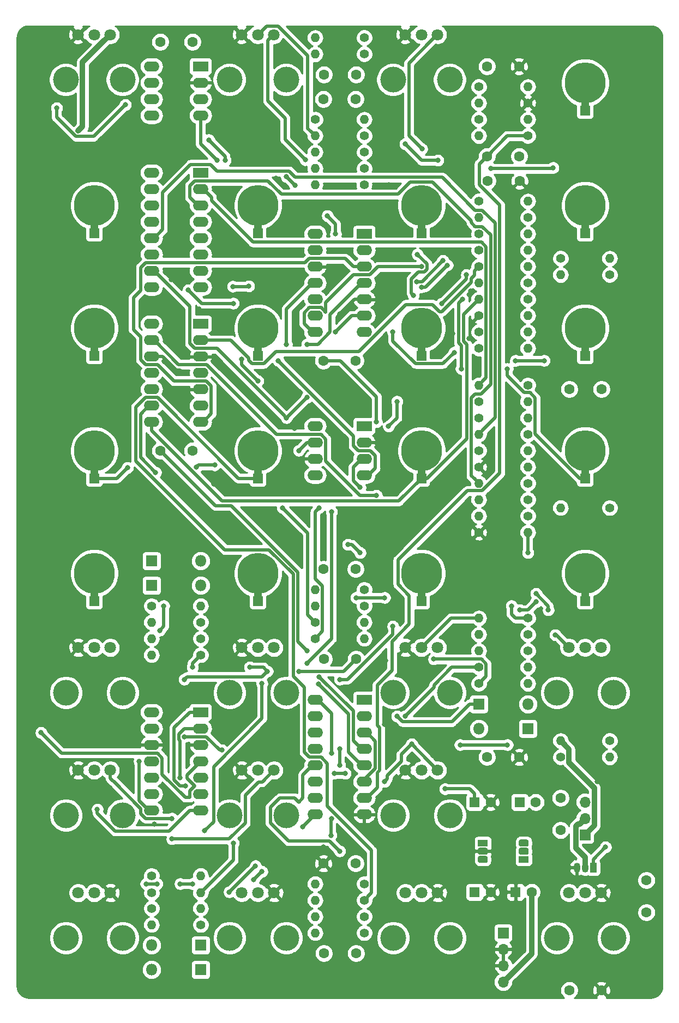
<source format=gbr>
G04 #@! TF.GenerationSoftware,KiCad,Pcbnew,(5.1.2)-2*
G04 #@! TF.CreationDate,2019-08-06T23:19:59+02:00*
G04 #@! TF.ProjectId,Benjolin_Kicad,42656e6a-6f6c-4696-9e5f-4b696361642e,rev?*
G04 #@! TF.SameCoordinates,Original*
G04 #@! TF.FileFunction,Copper,L1,Top*
G04 #@! TF.FilePolarity,Positive*
%FSLAX46Y46*%
G04 Gerber Fmt 4.6, Leading zero omitted, Abs format (unit mm)*
G04 Created by KiCad (PCBNEW (5.1.2)-2) date 2019-08-06 23:19:59*
%MOMM*%
%LPD*%
G04 APERTURE LIST*
%ADD10C,1.600000*%
%ADD11C,1.400000*%
%ADD12O,1.400000X1.400000*%
%ADD13C,4.000000*%
%ADD14C,1.800000*%
%ADD15C,1.524000*%
%ADD16C,0.100000*%
%ADD17C,6.350000*%
%ADD18R,1.270000X0.635000*%
%ADD19R,2.400000X1.600000*%
%ADD20O,2.400000X1.600000*%
%ADD21R,1.700000X1.700000*%
%ADD22O,1.700000X1.700000*%
%ADD23R,1.600000X1.600000*%
%ADD24R,1.800000X1.800000*%
%ADD25O,1.800000X1.800000*%
%ADD26C,1.050000*%
%ADD27R,1.500000X1.050000*%
%ADD28O,1.050000X1.500000*%
%ADD29R,1.050000X1.500000*%
%ADD30C,0.800000*%
%ADD31C,0.508000*%
%ADD32C,0.812800*%
%ADD33C,0.254000*%
G04 APERTURE END LIST*
D10*
X231140000Y-111760000D03*
X226140000Y-111760000D03*
X269240000Y-69850000D03*
X264240000Y-69850000D03*
X226060000Y-143510000D03*
X231060000Y-143510000D03*
D11*
X232410000Y-17780000D03*
D12*
X224790000Y-17780000D03*
D13*
X186098100Y-155074380D03*
X194898100Y-155074380D03*
D14*
X187998100Y-148074380D03*
X190498100Y-148074380D03*
X192998100Y-148074380D03*
X218400640Y-109974380D03*
X215900640Y-109974380D03*
X213400640Y-109974380D03*
D13*
X220300640Y-116974380D03*
X211500640Y-116974380D03*
D15*
X190500000Y-45593000D03*
D16*
G36*
X189738000Y-46355000D02*
G01*
X189738000Y-44831000D01*
X191262000Y-44831000D01*
X191262000Y-46355000D01*
X189738000Y-46355000D01*
X189738000Y-46355000D01*
G37*
D17*
X190500000Y-41275000D03*
D18*
X190500000Y-44640500D03*
D10*
X251460000Y-19685000D03*
X256460000Y-19685000D03*
X226060000Y-65405000D03*
X231060000Y-65405000D03*
X256460000Y-127000000D03*
X251460000Y-127000000D03*
D15*
X241300000Y-45593000D03*
D16*
G36*
X240538000Y-46355000D02*
G01*
X240538000Y-44831000D01*
X242062000Y-44831000D01*
X242062000Y-46355000D01*
X240538000Y-46355000D01*
X240538000Y-46355000D01*
G37*
D17*
X241300000Y-41275000D03*
D18*
X241300000Y-44640500D03*
D11*
X232410000Y-38100000D03*
D12*
X224790000Y-38100000D03*
D10*
X269240000Y-163195000D03*
X264240000Y-163195000D03*
D19*
X207010000Y-19685000D03*
D20*
X199390000Y-27305000D03*
X207010000Y-22225000D03*
X199390000Y-24765000D03*
X207010000Y-24765000D03*
X199390000Y-22225000D03*
X207010000Y-27305000D03*
X199390000Y-19685000D03*
D10*
X205740000Y-79375000D03*
X200740000Y-79375000D03*
D12*
X224790000Y-30480000D03*
D11*
X232410000Y-30480000D03*
D10*
X226140000Y-157480000D03*
X231140000Y-157480000D03*
D18*
X266700000Y-44640500D03*
D17*
X266700000Y-41275000D03*
D15*
X266700000Y-45593000D03*
D16*
G36*
X265938000Y-46355000D02*
G01*
X265938000Y-44831000D01*
X267462000Y-44831000D01*
X267462000Y-46355000D01*
X265938000Y-46355000D01*
X265938000Y-46355000D01*
G37*
D11*
X224790000Y-27940000D03*
D12*
X232410000Y-27940000D03*
D14*
X243780320Y-14765020D03*
X241280320Y-14765020D03*
X238780320Y-14765020D03*
D13*
X245680320Y-21765020D03*
X236880320Y-21765020D03*
D11*
X232410000Y-33020000D03*
D12*
X224790000Y-33020000D03*
X224790000Y-35560000D03*
D11*
X232410000Y-35560000D03*
D10*
X226140000Y-20955000D03*
X231140000Y-20955000D03*
D14*
X192980320Y-14759940D03*
X190480320Y-14759940D03*
X187980320Y-14759940D03*
D13*
X194880320Y-21759940D03*
X186080320Y-21759940D03*
D14*
X243800640Y-148076920D03*
X241300640Y-148076920D03*
X238800640Y-148076920D03*
D13*
X245700640Y-155076920D03*
X236900640Y-155076920D03*
X211500640Y-155071840D03*
X220300640Y-155071840D03*
D14*
X213400640Y-148071840D03*
X215900640Y-148071840D03*
X218400640Y-148071840D03*
D18*
X215900000Y-44640500D03*
D17*
X215900000Y-41275000D03*
D15*
X215900000Y-45593000D03*
D16*
G36*
X215138000Y-46355000D02*
G01*
X215138000Y-44831000D01*
X216662000Y-44831000D01*
X216662000Y-46355000D01*
X215138000Y-46355000D01*
X215138000Y-46355000D01*
G37*
D19*
X207010000Y-36195000D03*
D20*
X199390000Y-53975000D03*
X207010000Y-38735000D03*
X199390000Y-51435000D03*
X207010000Y-41275000D03*
X199390000Y-48895000D03*
X207010000Y-43815000D03*
X199390000Y-46355000D03*
X207010000Y-46355000D03*
X199390000Y-43815000D03*
X207010000Y-48895000D03*
X199390000Y-41275000D03*
X207010000Y-51435000D03*
X199390000Y-38735000D03*
X207010000Y-53975000D03*
X199390000Y-36195000D03*
D10*
X251460000Y-33655000D03*
X256460000Y-33655000D03*
X256540000Y-37465000D03*
X251540000Y-37465000D03*
X231060000Y-97790000D03*
X226060000Y-97790000D03*
X226060000Y-24765000D03*
X231060000Y-24765000D03*
X205740000Y-15875000D03*
X200740000Y-15875000D03*
X262890000Y-133350000D03*
X262890000Y-138350000D03*
D15*
X266700000Y-26543000D03*
D16*
G36*
X265938000Y-27305000D02*
G01*
X265938000Y-25781000D01*
X267462000Y-25781000D01*
X267462000Y-27305000D01*
X265938000Y-27305000D01*
X265938000Y-27305000D01*
G37*
D17*
X266700000Y-22225000D03*
D18*
X266700000Y-25590500D03*
D12*
X224790000Y-15240000D03*
D11*
X232410000Y-15240000D03*
D13*
X211480320Y-21762480D03*
X220280320Y-21762480D03*
D14*
X213380320Y-14762480D03*
X215880320Y-14762480D03*
X218380320Y-14762480D03*
D10*
X276225000Y-151130000D03*
X276225000Y-146130000D03*
D13*
X262300640Y-155071840D03*
X271100640Y-155071840D03*
D14*
X264200640Y-148071840D03*
X266700640Y-148071840D03*
X269200640Y-148071840D03*
X192998100Y-109979460D03*
X190498100Y-109979460D03*
X187998100Y-109979460D03*
D13*
X194898100Y-116979460D03*
X186098100Y-116979460D03*
X236900640Y-116976920D03*
X245700640Y-116976920D03*
D14*
X238800640Y-109976920D03*
X241300640Y-109976920D03*
X243800640Y-109976920D03*
X193000640Y-129026920D03*
X190500640Y-129026920D03*
X188000640Y-129026920D03*
D13*
X194900640Y-136026920D03*
X186100640Y-136026920D03*
D14*
X218400640Y-129026920D03*
X215900640Y-129026920D03*
X213400640Y-129026920D03*
D13*
X220300640Y-136026920D03*
X211500640Y-136026920D03*
X262300640Y-116971840D03*
X271100640Y-116971840D03*
D14*
X264200640Y-109971840D03*
X266700640Y-109971840D03*
X269200640Y-109971840D03*
D21*
X254000000Y-154305000D03*
D22*
X254000000Y-156845000D03*
X254000000Y-159385000D03*
X254000000Y-161925000D03*
D13*
X236903180Y-136024380D03*
X245703180Y-136024380D03*
D14*
X238803180Y-129024380D03*
X241303180Y-129024380D03*
X243803180Y-129024380D03*
D10*
X258405000Y-147955000D03*
D23*
X255905000Y-147955000D03*
D15*
X190500000Y-64643000D03*
D16*
G36*
X189738000Y-65405000D02*
G01*
X189738000Y-63881000D01*
X191262000Y-63881000D01*
X191262000Y-65405000D01*
X189738000Y-65405000D01*
X189738000Y-65405000D01*
G37*
D17*
X190500000Y-60325000D03*
D18*
X190500000Y-63690500D03*
D15*
X241300000Y-83693000D03*
D16*
G36*
X240538000Y-84455000D02*
G01*
X240538000Y-82931000D01*
X242062000Y-82931000D01*
X242062000Y-84455000D01*
X240538000Y-84455000D01*
X240538000Y-84455000D01*
G37*
D17*
X241300000Y-79375000D03*
D18*
X241300000Y-82740500D03*
X215900000Y-63690500D03*
D17*
X215900000Y-60325000D03*
D15*
X215900000Y-64643000D03*
D16*
G36*
X215138000Y-65405000D02*
G01*
X215138000Y-63881000D01*
X216662000Y-63881000D01*
X216662000Y-65405000D01*
X215138000Y-65405000D01*
X215138000Y-65405000D01*
G37*
D10*
X259040000Y-133985000D03*
D23*
X256540000Y-133985000D03*
D24*
X207010000Y-160020000D03*
D25*
X199390000Y-160020000D03*
D18*
X266700000Y-101790500D03*
D17*
X266700000Y-98425000D03*
D15*
X266700000Y-102743000D03*
D16*
G36*
X265938000Y-103505000D02*
G01*
X265938000Y-101981000D01*
X267462000Y-101981000D01*
X267462000Y-103505000D01*
X265938000Y-103505000D01*
X265938000Y-103505000D01*
G37*
D21*
X266700000Y-139065000D03*
D22*
X266700000Y-136525000D03*
X266700000Y-133985000D03*
D15*
X266700000Y-64643000D03*
D16*
G36*
X265938000Y-65405000D02*
G01*
X265938000Y-63881000D01*
X267462000Y-63881000D01*
X267462000Y-65405000D01*
X265938000Y-65405000D01*
X265938000Y-65405000D01*
G37*
D17*
X266700000Y-60325000D03*
D18*
X266700000Y-63690500D03*
D23*
X249555000Y-133985000D03*
D10*
X252055000Y-133985000D03*
D15*
X266700000Y-83693000D03*
D16*
G36*
X265938000Y-84455000D02*
G01*
X265938000Y-82931000D01*
X267462000Y-82931000D01*
X267462000Y-84455000D01*
X265938000Y-84455000D01*
X265938000Y-84455000D01*
G37*
D17*
X266700000Y-79375000D03*
D18*
X266700000Y-82740500D03*
D16*
G36*
X251338229Y-141081264D02*
G01*
X251363711Y-141085044D01*
X251388700Y-141091303D01*
X251412954Y-141099982D01*
X251436242Y-141110996D01*
X251458337Y-141124239D01*
X251479028Y-141139585D01*
X251498116Y-141156884D01*
X251515415Y-141175972D01*
X251530761Y-141196663D01*
X251544004Y-141218758D01*
X251555018Y-141242046D01*
X251563697Y-141266300D01*
X251569956Y-141291289D01*
X251573736Y-141316771D01*
X251575000Y-141342500D01*
X251575000Y-141867500D01*
X251573736Y-141893229D01*
X251569956Y-141918711D01*
X251563697Y-141943700D01*
X251555018Y-141967954D01*
X251544004Y-141991242D01*
X251530761Y-142013337D01*
X251515415Y-142034028D01*
X251498116Y-142053116D01*
X251479028Y-142070415D01*
X251458337Y-142085761D01*
X251436242Y-142099004D01*
X251412954Y-142110018D01*
X251388700Y-142118697D01*
X251363711Y-142124956D01*
X251338229Y-142128736D01*
X251312500Y-142130000D01*
X250337500Y-142130000D01*
X250311771Y-142128736D01*
X250286289Y-142124956D01*
X250261300Y-142118697D01*
X250237046Y-142110018D01*
X250213758Y-142099004D01*
X250191663Y-142085761D01*
X250170972Y-142070415D01*
X250151884Y-142053116D01*
X250134585Y-142034028D01*
X250119239Y-142013337D01*
X250105996Y-141991242D01*
X250094982Y-141967954D01*
X250086303Y-141943700D01*
X250080044Y-141918711D01*
X250076264Y-141893229D01*
X250075000Y-141867500D01*
X250075000Y-141342500D01*
X250076264Y-141316771D01*
X250080044Y-141291289D01*
X250086303Y-141266300D01*
X250094982Y-141242046D01*
X250105996Y-141218758D01*
X250119239Y-141196663D01*
X250134585Y-141175972D01*
X250151884Y-141156884D01*
X250170972Y-141139585D01*
X250191663Y-141124239D01*
X250213758Y-141110996D01*
X250237046Y-141099982D01*
X250261300Y-141091303D01*
X250286289Y-141085044D01*
X250311771Y-141081264D01*
X250337500Y-141080000D01*
X251312500Y-141080000D01*
X251338229Y-141081264D01*
X251338229Y-141081264D01*
G37*
D26*
X250825000Y-141605000D03*
D16*
G36*
X251338229Y-142351264D02*
G01*
X251363711Y-142355044D01*
X251388700Y-142361303D01*
X251412954Y-142369982D01*
X251436242Y-142380996D01*
X251458337Y-142394239D01*
X251479028Y-142409585D01*
X251498116Y-142426884D01*
X251515415Y-142445972D01*
X251530761Y-142466663D01*
X251544004Y-142488758D01*
X251555018Y-142512046D01*
X251563697Y-142536300D01*
X251569956Y-142561289D01*
X251573736Y-142586771D01*
X251575000Y-142612500D01*
X251575000Y-143137500D01*
X251573736Y-143163229D01*
X251569956Y-143188711D01*
X251563697Y-143213700D01*
X251555018Y-143237954D01*
X251544004Y-143261242D01*
X251530761Y-143283337D01*
X251515415Y-143304028D01*
X251498116Y-143323116D01*
X251479028Y-143340415D01*
X251458337Y-143355761D01*
X251436242Y-143369004D01*
X251412954Y-143380018D01*
X251388700Y-143388697D01*
X251363711Y-143394956D01*
X251338229Y-143398736D01*
X251312500Y-143400000D01*
X250337500Y-143400000D01*
X250311771Y-143398736D01*
X250286289Y-143394956D01*
X250261300Y-143388697D01*
X250237046Y-143380018D01*
X250213758Y-143369004D01*
X250191663Y-143355761D01*
X250170972Y-143340415D01*
X250151884Y-143323116D01*
X250134585Y-143304028D01*
X250119239Y-143283337D01*
X250105996Y-143261242D01*
X250094982Y-143237954D01*
X250086303Y-143213700D01*
X250080044Y-143188711D01*
X250076264Y-143163229D01*
X250075000Y-143137500D01*
X250075000Y-142612500D01*
X250076264Y-142586771D01*
X250080044Y-142561289D01*
X250086303Y-142536300D01*
X250094982Y-142512046D01*
X250105996Y-142488758D01*
X250119239Y-142466663D01*
X250134585Y-142445972D01*
X250151884Y-142426884D01*
X250170972Y-142409585D01*
X250191663Y-142394239D01*
X250213758Y-142380996D01*
X250237046Y-142369982D01*
X250261300Y-142361303D01*
X250286289Y-142355044D01*
X250311771Y-142351264D01*
X250337500Y-142350000D01*
X251312500Y-142350000D01*
X251338229Y-142351264D01*
X251338229Y-142351264D01*
G37*
D26*
X250825000Y-142875000D03*
D27*
X250825000Y-140335000D03*
D23*
X249555000Y-147955000D03*
D10*
X252055000Y-147955000D03*
D18*
X241300000Y-101790500D03*
D17*
X241300000Y-98425000D03*
D15*
X241300000Y-102743000D03*
D16*
G36*
X240538000Y-103505000D02*
G01*
X240538000Y-101981000D01*
X242062000Y-101981000D01*
X242062000Y-103505000D01*
X240538000Y-103505000D01*
X240538000Y-103505000D01*
G37*
D18*
X215900000Y-82740500D03*
D17*
X215900000Y-79375000D03*
D15*
X215900000Y-83693000D03*
D16*
G36*
X215138000Y-84455000D02*
G01*
X215138000Y-82931000D01*
X216662000Y-82931000D01*
X216662000Y-84455000D01*
X215138000Y-84455000D01*
X215138000Y-84455000D01*
G37*
D15*
X190500000Y-83693000D03*
D16*
G36*
X189738000Y-84455000D02*
G01*
X189738000Y-82931000D01*
X191262000Y-82931000D01*
X191262000Y-84455000D01*
X189738000Y-84455000D01*
X189738000Y-84455000D01*
G37*
D17*
X190500000Y-79375000D03*
D18*
X190500000Y-82740500D03*
X241300000Y-63690500D03*
D17*
X241300000Y-60325000D03*
D15*
X241300000Y-64643000D03*
D16*
G36*
X240538000Y-65405000D02*
G01*
X240538000Y-63881000D01*
X242062000Y-63881000D01*
X242062000Y-65405000D01*
X240538000Y-65405000D01*
X240538000Y-65405000D01*
G37*
D18*
X190500000Y-101790500D03*
D17*
X190500000Y-98425000D03*
D15*
X190500000Y-102743000D03*
D16*
G36*
X189738000Y-103505000D02*
G01*
X189738000Y-101981000D01*
X191262000Y-101981000D01*
X191262000Y-103505000D01*
X189738000Y-103505000D01*
X189738000Y-103505000D01*
G37*
D15*
X215900000Y-102743000D03*
D16*
G36*
X215138000Y-103505000D02*
G01*
X215138000Y-101981000D01*
X216662000Y-101981000D01*
X216662000Y-103505000D01*
X215138000Y-103505000D01*
X215138000Y-103505000D01*
G37*
D17*
X215900000Y-98425000D03*
D18*
X215900000Y-101790500D03*
D28*
X266700000Y-144145000D03*
X265430000Y-144145000D03*
D29*
X267970000Y-144145000D03*
D16*
G36*
X257688229Y-141081264D02*
G01*
X257713711Y-141085044D01*
X257738700Y-141091303D01*
X257762954Y-141099982D01*
X257786242Y-141110996D01*
X257808337Y-141124239D01*
X257829028Y-141139585D01*
X257848116Y-141156884D01*
X257865415Y-141175972D01*
X257880761Y-141196663D01*
X257894004Y-141218758D01*
X257905018Y-141242046D01*
X257913697Y-141266300D01*
X257919956Y-141291289D01*
X257923736Y-141316771D01*
X257925000Y-141342500D01*
X257925000Y-141867500D01*
X257923736Y-141893229D01*
X257919956Y-141918711D01*
X257913697Y-141943700D01*
X257905018Y-141967954D01*
X257894004Y-141991242D01*
X257880761Y-142013337D01*
X257865415Y-142034028D01*
X257848116Y-142053116D01*
X257829028Y-142070415D01*
X257808337Y-142085761D01*
X257786242Y-142099004D01*
X257762954Y-142110018D01*
X257738700Y-142118697D01*
X257713711Y-142124956D01*
X257688229Y-142128736D01*
X257662500Y-142130000D01*
X256687500Y-142130000D01*
X256661771Y-142128736D01*
X256636289Y-142124956D01*
X256611300Y-142118697D01*
X256587046Y-142110018D01*
X256563758Y-142099004D01*
X256541663Y-142085761D01*
X256520972Y-142070415D01*
X256501884Y-142053116D01*
X256484585Y-142034028D01*
X256469239Y-142013337D01*
X256455996Y-141991242D01*
X256444982Y-141967954D01*
X256436303Y-141943700D01*
X256430044Y-141918711D01*
X256426264Y-141893229D01*
X256425000Y-141867500D01*
X256425000Y-141342500D01*
X256426264Y-141316771D01*
X256430044Y-141291289D01*
X256436303Y-141266300D01*
X256444982Y-141242046D01*
X256455996Y-141218758D01*
X256469239Y-141196663D01*
X256484585Y-141175972D01*
X256501884Y-141156884D01*
X256520972Y-141139585D01*
X256541663Y-141124239D01*
X256563758Y-141110996D01*
X256587046Y-141099982D01*
X256611300Y-141091303D01*
X256636289Y-141085044D01*
X256661771Y-141081264D01*
X256687500Y-141080000D01*
X257662500Y-141080000D01*
X257688229Y-141081264D01*
X257688229Y-141081264D01*
G37*
D26*
X257175000Y-141605000D03*
D16*
G36*
X257688229Y-139811264D02*
G01*
X257713711Y-139815044D01*
X257738700Y-139821303D01*
X257762954Y-139829982D01*
X257786242Y-139840996D01*
X257808337Y-139854239D01*
X257829028Y-139869585D01*
X257848116Y-139886884D01*
X257865415Y-139905972D01*
X257880761Y-139926663D01*
X257894004Y-139948758D01*
X257905018Y-139972046D01*
X257913697Y-139996300D01*
X257919956Y-140021289D01*
X257923736Y-140046771D01*
X257925000Y-140072500D01*
X257925000Y-140597500D01*
X257923736Y-140623229D01*
X257919956Y-140648711D01*
X257913697Y-140673700D01*
X257905018Y-140697954D01*
X257894004Y-140721242D01*
X257880761Y-140743337D01*
X257865415Y-140764028D01*
X257848116Y-140783116D01*
X257829028Y-140800415D01*
X257808337Y-140815761D01*
X257786242Y-140829004D01*
X257762954Y-140840018D01*
X257738700Y-140848697D01*
X257713711Y-140854956D01*
X257688229Y-140858736D01*
X257662500Y-140860000D01*
X256687500Y-140860000D01*
X256661771Y-140858736D01*
X256636289Y-140854956D01*
X256611300Y-140848697D01*
X256587046Y-140840018D01*
X256563758Y-140829004D01*
X256541663Y-140815761D01*
X256520972Y-140800415D01*
X256501884Y-140783116D01*
X256484585Y-140764028D01*
X256469239Y-140743337D01*
X256455996Y-140721242D01*
X256444982Y-140697954D01*
X256436303Y-140673700D01*
X256430044Y-140648711D01*
X256426264Y-140623229D01*
X256425000Y-140597500D01*
X256425000Y-140072500D01*
X256426264Y-140046771D01*
X256430044Y-140021289D01*
X256436303Y-139996300D01*
X256444982Y-139972046D01*
X256455996Y-139948758D01*
X256469239Y-139926663D01*
X256484585Y-139905972D01*
X256501884Y-139886884D01*
X256520972Y-139869585D01*
X256541663Y-139854239D01*
X256563758Y-139840996D01*
X256587046Y-139829982D01*
X256611300Y-139821303D01*
X256636289Y-139815044D01*
X256661771Y-139811264D01*
X256687500Y-139810000D01*
X257662500Y-139810000D01*
X257688229Y-139811264D01*
X257688229Y-139811264D01*
G37*
D26*
X257175000Y-140335000D03*
D27*
X257175000Y-142875000D03*
D25*
X207010000Y-100330000D03*
D24*
X199390000Y-100330000D03*
D25*
X199390000Y-156210000D03*
D24*
X207010000Y-156210000D03*
X199390000Y-96520000D03*
D25*
X207010000Y-96520000D03*
D24*
X257810000Y-122555000D03*
D25*
X250190000Y-122555000D03*
D12*
X262890000Y-124460000D03*
D11*
X270510000Y-124460000D03*
X207010000Y-111125000D03*
D12*
X199390000Y-111125000D03*
D25*
X257810000Y-118745000D03*
D24*
X250190000Y-118745000D03*
D11*
X207010000Y-108585000D03*
D12*
X199390000Y-108585000D03*
D11*
X207010000Y-106045000D03*
D12*
X199390000Y-106045000D03*
X207010000Y-150495000D03*
D11*
X199390000Y-150495000D03*
X199390000Y-148082000D03*
D12*
X207010000Y-148082000D03*
D11*
X199390000Y-145415000D03*
D12*
X207010000Y-145415000D03*
X250190000Y-89535000D03*
D11*
X257810000Y-89535000D03*
X262890000Y-127000000D03*
D12*
X270510000Y-127000000D03*
X250190000Y-53340000D03*
D11*
X257810000Y-53340000D03*
X257810000Y-55880000D03*
D12*
X250190000Y-55880000D03*
X207010000Y-103505000D03*
D11*
X199390000Y-103505000D03*
X207010000Y-153035000D03*
D12*
X199390000Y-153035000D03*
X257810000Y-58420000D03*
D11*
X250190000Y-58420000D03*
D12*
X250190000Y-86995000D03*
D11*
X257810000Y-86995000D03*
X250190000Y-92075000D03*
D12*
X257810000Y-92075000D03*
D11*
X257810000Y-76835000D03*
D12*
X250190000Y-76835000D03*
D11*
X232410000Y-100965000D03*
D12*
X224790000Y-100965000D03*
X224790000Y-146685000D03*
D11*
X232410000Y-146685000D03*
D20*
X224790000Y-118110000D03*
X232410000Y-135890000D03*
X224790000Y-120650000D03*
X232410000Y-133350000D03*
X224790000Y-123190000D03*
X232410000Y-130810000D03*
X224790000Y-125730000D03*
X232410000Y-128270000D03*
X224790000Y-128270000D03*
X232410000Y-125730000D03*
X224790000Y-130810000D03*
X232410000Y-123190000D03*
X224790000Y-133350000D03*
X232410000Y-120650000D03*
X224790000Y-135890000D03*
D19*
X232410000Y-118110000D03*
D11*
X262890000Y-49530000D03*
D12*
X270510000Y-49530000D03*
X250190000Y-25400000D03*
D11*
X257810000Y-25400000D03*
D12*
X250190000Y-69215000D03*
D11*
X257810000Y-69215000D03*
D12*
X250190000Y-105410000D03*
D11*
X257810000Y-105410000D03*
X232410000Y-154305000D03*
D12*
X224790000Y-154305000D03*
X257810000Y-50800000D03*
D11*
X250190000Y-50800000D03*
X250190000Y-113030000D03*
D12*
X257810000Y-113030000D03*
D11*
X250190000Y-63500000D03*
D12*
X257810000Y-63500000D03*
X250190000Y-43180000D03*
D11*
X257810000Y-43180000D03*
D12*
X232410000Y-108585000D03*
D11*
X224790000Y-108585000D03*
D12*
X257810000Y-27940000D03*
D11*
X250190000Y-27940000D03*
X250190000Y-22860000D03*
D12*
X257810000Y-22860000D03*
X262890000Y-52070000D03*
D11*
X270510000Y-52070000D03*
D12*
X250190000Y-107950000D03*
D11*
X257810000Y-107950000D03*
X250190000Y-48260000D03*
D12*
X257810000Y-48260000D03*
D11*
X257810000Y-30480000D03*
D12*
X250190000Y-30480000D03*
X250190000Y-84455000D03*
D11*
X257810000Y-84455000D03*
D12*
X257810000Y-74295000D03*
D11*
X250190000Y-74295000D03*
X250190000Y-79375000D03*
D12*
X257810000Y-79375000D03*
X257810000Y-40640000D03*
D11*
X250190000Y-40640000D03*
X250190000Y-60960000D03*
D12*
X257810000Y-60960000D03*
D11*
X224790000Y-106045000D03*
D12*
X232410000Y-106045000D03*
X224790000Y-149225000D03*
D11*
X232410000Y-149225000D03*
X232410000Y-103505000D03*
D12*
X224790000Y-103505000D03*
X257810000Y-115570000D03*
D11*
X250190000Y-115570000D03*
D12*
X224790000Y-151765000D03*
D11*
X232410000Y-151765000D03*
X250190000Y-45720000D03*
D12*
X257810000Y-45720000D03*
D19*
X207010000Y-120015000D03*
D20*
X199390000Y-135255000D03*
X207010000Y-122555000D03*
X199390000Y-132715000D03*
X207010000Y-125095000D03*
X199390000Y-130175000D03*
X207010000Y-127635000D03*
X199390000Y-127635000D03*
X207010000Y-130175000D03*
X199390000Y-125095000D03*
X207010000Y-132715000D03*
X199390000Y-122555000D03*
X207010000Y-135255000D03*
X199390000Y-120015000D03*
D12*
X262890000Y-88265000D03*
D11*
X270510000Y-88265000D03*
X250190000Y-71755000D03*
D12*
X257810000Y-71755000D03*
D19*
X232410000Y-75565000D03*
D20*
X224790000Y-83185000D03*
X232410000Y-78105000D03*
X224790000Y-80645000D03*
X232410000Y-80645000D03*
X224790000Y-78105000D03*
X232410000Y-83185000D03*
X224790000Y-75565000D03*
D11*
X257810000Y-110490000D03*
D12*
X250190000Y-110490000D03*
D20*
X224790000Y-45720000D03*
X232410000Y-60960000D03*
X224790000Y-48260000D03*
X232410000Y-58420000D03*
X224790000Y-50800000D03*
X232410000Y-55880000D03*
X224790000Y-53340000D03*
X232410000Y-53340000D03*
X224790000Y-55880000D03*
X232410000Y-50800000D03*
X224790000Y-58420000D03*
X232410000Y-48260000D03*
X224790000Y-60960000D03*
D19*
X232410000Y-45720000D03*
X207010000Y-59690000D03*
D20*
X199390000Y-74930000D03*
X207010000Y-62230000D03*
X199390000Y-72390000D03*
X207010000Y-64770000D03*
X199390000Y-69850000D03*
X207010000Y-67310000D03*
X199390000Y-67310000D03*
X207010000Y-69850000D03*
X199390000Y-64770000D03*
X207010000Y-72390000D03*
X199390000Y-62230000D03*
X207010000Y-74930000D03*
X199390000Y-59690000D03*
D12*
X257810000Y-81915000D03*
D11*
X250190000Y-81915000D03*
D30*
X220980000Y-144145000D03*
X246380000Y-48260000D03*
X227330000Y-31750000D03*
X252095000Y-26670000D03*
X238760000Y-113665000D03*
X253365000Y-121285000D03*
X196215000Y-128905000D03*
X186690000Y-141605000D03*
X203835000Y-142875000D03*
X217805000Y-140335000D03*
X255905000Y-109220000D03*
X208280000Y-142240000D03*
X202565000Y-133985000D03*
X200025000Y-140970000D03*
X205740000Y-142240000D03*
X235585000Y-121920000D03*
X264795000Y-36830000D03*
X227965000Y-77470000D03*
X260985000Y-137160000D03*
X268605000Y-130810000D03*
X273050000Y-132715000D03*
X274955000Y-139700000D03*
X221615000Y-78105000D03*
X211455000Y-132080000D03*
X237490000Y-125095000D03*
X217170000Y-133350000D03*
X247015000Y-33020000D03*
X260350000Y-110490000D03*
X264795000Y-106045000D03*
X238125000Y-104775000D03*
X220472000Y-34290000D03*
X221615000Y-29845000D03*
X207010000Y-116840000D03*
X203200000Y-118745000D03*
X255270000Y-52070000D03*
X200025000Y-115570000D03*
X209550000Y-53975000D03*
X220980000Y-48895000D03*
X222885000Y-66040000D03*
X273050000Y-94615000D03*
X260985000Y-84455000D03*
X203200000Y-57150000D03*
X206756000Y-57404000D03*
X217805000Y-54610000D03*
X220980000Y-91440000D03*
X210820000Y-59690000D03*
X197866000Y-56642000D03*
X222885000Y-73660000D03*
X254635000Y-97155000D03*
X236220000Y-38100000D03*
X246380000Y-74930000D03*
X235585000Y-84455000D03*
X229235000Y-90170000D03*
X220345000Y-51435000D03*
X203200000Y-46990000D03*
X220345000Y-85090000D03*
X260985000Y-58420000D03*
X243205000Y-64135000D03*
X236220000Y-81280000D03*
X248920000Y-54610000D03*
X242570000Y-55245000D03*
X244475000Y-53975000D03*
X246380000Y-43180000D03*
X220980000Y-69088000D03*
X235585000Y-67310000D03*
X243205000Y-85725000D03*
X233680000Y-41910000D03*
X235585000Y-49530000D03*
X243840000Y-70485000D03*
X260350000Y-89535000D03*
X238760000Y-90170000D03*
X229870000Y-48260000D03*
X222250000Y-60960000D03*
X204470000Y-51435000D03*
X220345000Y-71120000D03*
X260350000Y-97155000D03*
X194945000Y-90805000D03*
X226060000Y-92710000D03*
X212725000Y-51435000D03*
X261620000Y-73660000D03*
X227965000Y-41275000D03*
X243840000Y-48260000D03*
X228600000Y-93980000D03*
X247015000Y-51435000D03*
X248285000Y-37465000D03*
X238760000Y-48260000D03*
X187960000Y-71120000D03*
X229870000Y-45720000D03*
X235585000Y-52070000D03*
X233680000Y-91440000D03*
X221615000Y-120015000D03*
X223012000Y-89408000D03*
X226568000Y-38354000D03*
X213995000Y-140970000D03*
X231902000Y-114554000D03*
X211328000Y-90170000D03*
X226060000Y-147955000D03*
X226060000Y-85725000D03*
X202184000Y-75184000D03*
X243840000Y-124460000D03*
X212090000Y-149225000D03*
X228600000Y-58166000D03*
X208915000Y-147955000D03*
X230505000Y-146050000D03*
X226695000Y-152400000D03*
X218694000Y-37084000D03*
X216535000Y-126365000D03*
X235458000Y-30988000D03*
X199834500Y-137414000D03*
X211328000Y-72390000D03*
X228600000Y-133350000D03*
X243840000Y-120396000D03*
X210566000Y-39624000D03*
X197104000Y-113030000D03*
X193040000Y-121920000D03*
X249682000Y-65278000D03*
X257810000Y-67310000D03*
X255905000Y-88265000D03*
X255270000Y-76200000D03*
X226060000Y-140970000D03*
X203708000Y-77724000D03*
X235712000Y-112014000D03*
X255905000Y-92075000D03*
X256540000Y-73025000D03*
X229235000Y-109220000D03*
X212598000Y-26416000D03*
X220726000Y-18034000D03*
X246380000Y-107442000D03*
X218186000Y-114808000D03*
X202438000Y-52832000D03*
X219202000Y-57658000D03*
X251714000Y-77978000D03*
X203454000Y-62992000D03*
X204216000Y-67310000D03*
X227330000Y-52070000D03*
X222250000Y-41910000D03*
X211328000Y-121158000D03*
X219456000Y-102108000D03*
X230124000Y-128270000D03*
X274320000Y-17018000D03*
X230378000Y-69850000D03*
X209042000Y-84582000D03*
X221615000Y-75946000D03*
X229362000Y-81280000D03*
X248666000Y-61976000D03*
X246126000Y-61214000D03*
X240592892Y-53121000D03*
X243205000Y-111760000D03*
X235585000Y-102235000D03*
X231140000Y-102235000D03*
X244622228Y-49873556D03*
X217389000Y-113665000D03*
X204470000Y-114935000D03*
X214630000Y-113030000D03*
X200025000Y-82769000D03*
X222250000Y-113665000D03*
X210353870Y-125898870D03*
X204470000Y-123825000D03*
X190983949Y-135103949D03*
X228600000Y-141605000D03*
X223520000Y-110490000D03*
X225346630Y-115648370D03*
X241300000Y-53975000D03*
X245329336Y-50580664D03*
X234315000Y-74930000D03*
X223520000Y-112395000D03*
X227330000Y-88900000D03*
X225425000Y-114519000D03*
X227965000Y-60960000D03*
X221682409Y-38167409D03*
X244958949Y-131928949D03*
X226695000Y-42903989D03*
X208280000Y-31115000D03*
X220345000Y-36830000D03*
X227330000Y-126365000D03*
X182245000Y-123190000D03*
X210820000Y-34290000D03*
X227965000Y-45720000D03*
X223520000Y-62865000D03*
X195326000Y-25654000D03*
X184658000Y-26162000D03*
X200660000Y-107315000D03*
X201295000Y-103505000D03*
X197485000Y-127635000D03*
X205740000Y-113030000D03*
X204689000Y-131445000D03*
X203835000Y-130175000D03*
X211455000Y-147955000D03*
X215532370Y-143877630D03*
X237490000Y-120650000D03*
X231775000Y-95250000D03*
X213360000Y-65170010D03*
X229870000Y-93980000D03*
X215900000Y-68580000D03*
X234315000Y-86360000D03*
X255270000Y-103505000D03*
X238760000Y-120650000D03*
X259080000Y-101600000D03*
X257810000Y-95250000D03*
X260985000Y-104140000D03*
X269875000Y-140970000D03*
X212090000Y-140335000D03*
X216535000Y-115570000D03*
X207645000Y-138430000D03*
X219710000Y-88265000D03*
X206375000Y-81915000D03*
X247300641Y-125095000D03*
X195683088Y-82018088D03*
X209201370Y-81628630D03*
X222250000Y-79375000D03*
X254635000Y-125095000D03*
X259080000Y-102870000D03*
X227746000Y-129540000D03*
X229454000Y-129540000D03*
X202565000Y-136525000D03*
X202565000Y-139700000D03*
X235585000Y-130810000D03*
X256540000Y-104140000D03*
X239776000Y-124968000D03*
X247473989Y-66675000D03*
X247650000Y-55880000D03*
X254635000Y-66675000D03*
X212090000Y-56515000D03*
X205105000Y-54429000D03*
X241300000Y-50800000D03*
X246380000Y-64135000D03*
X240030000Y-55245000D03*
X260350000Y-65405000D03*
X240665000Y-48895000D03*
X255905000Y-65405000D03*
X236855000Y-60960000D03*
X220345000Y-74295000D03*
X223520000Y-71120000D03*
X225425000Y-88265000D03*
X228600000Y-114935000D03*
X236855000Y-106680000D03*
X231775000Y-85090000D03*
X228600000Y-125730000D03*
X228600000Y-128270000D03*
X227330000Y-136525000D03*
X227243630Y-139151370D03*
X236186893Y-75598107D03*
X237490000Y-71755000D03*
X248285000Y-52070000D03*
X244475000Y-56515000D03*
X198536000Y-146685000D03*
X215265000Y-146050000D03*
X222885000Y-137795000D03*
X216535000Y-144780000D03*
X214481370Y-53826370D03*
X212003630Y-53888630D03*
X203835000Y-146685000D03*
X262064500Y-108013500D03*
X219075000Y-65405000D03*
X209550000Y-34290000D03*
X220345000Y-62865000D03*
X205740000Y-146685000D03*
X200244000Y-146685000D03*
X187999360Y-29725620D03*
X223266000Y-34226500D03*
X241363500Y-32512000D03*
X252095000Y-35560000D03*
X261744870Y-35435130D03*
X243840000Y-34290000D03*
X238760000Y-31750000D03*
D31*
X230886000Y-55880000D02*
X232410000Y-55880000D01*
X228600000Y-58166000D02*
X230886000Y-55880000D01*
X203708000Y-76708000D02*
X202184000Y-75184000D01*
X203708000Y-77724000D02*
X203708000Y-76708000D01*
X236220000Y-80714315D02*
X236220000Y-81280000D01*
X236220000Y-80207000D02*
X236220000Y-80714315D01*
X234118000Y-78105000D02*
X236220000Y-80207000D01*
X232410000Y-78105000D02*
X234118000Y-78105000D01*
X229362000Y-78867000D02*
X227965000Y-77470000D01*
X229362000Y-81280000D02*
X229362000Y-78867000D01*
X201098000Y-64770000D02*
X199390000Y-64770000D01*
X203238001Y-66910001D02*
X201098000Y-64770000D01*
X203816001Y-66910001D02*
X203238001Y-66910001D01*
X204216000Y-67310000D02*
X203816001Y-66910001D01*
X198374000Y-57150000D02*
X197866000Y-56642000D01*
X203200000Y-57150000D02*
X198374000Y-57150000D01*
X197735990Y-50915573D02*
X198470573Y-50180990D01*
X198470573Y-50180990D02*
X223235573Y-50180990D01*
X223235573Y-50180990D02*
X223870573Y-49545990D01*
X202849427Y-68564010D02*
X200309427Y-66024010D01*
X207897447Y-68564010D02*
X202849427Y-68564010D01*
X250627922Y-111760000D02*
X251344001Y-112476079D01*
X231140000Y-102235000D02*
X235585000Y-102235000D01*
X197735990Y-65289427D02*
X197735990Y-61710573D01*
X197735990Y-54494427D02*
X197735990Y-50915573D01*
X251344001Y-114415999D02*
X250889999Y-114870001D01*
X229447990Y-49545990D02*
X230702000Y-50800000D01*
X207010000Y-74930000D02*
X207410000Y-74930000D01*
X198470573Y-66024010D02*
X197735990Y-65289427D01*
X243205000Y-111760000D02*
X250627922Y-111760000D01*
X208664010Y-73675990D02*
X208664010Y-69330573D01*
X251344001Y-112476079D02*
X251344001Y-114415999D01*
X250889999Y-114870001D02*
X250190000Y-115570000D01*
X241374784Y-53121000D02*
X244622228Y-49873556D01*
X200309427Y-66024010D02*
X198470573Y-66024010D01*
X240592892Y-53121000D02*
X241374784Y-53121000D01*
X207410000Y-74930000D02*
X208664010Y-73675990D01*
X223870573Y-49545990D02*
X229447990Y-49545990D01*
X208664010Y-69330573D02*
X207897447Y-68564010D01*
X230702000Y-50800000D02*
X232410000Y-50800000D01*
X196596000Y-60570583D02*
X197735990Y-61710573D01*
X196596000Y-55634417D02*
X196596000Y-60570583D01*
X197735990Y-54494427D02*
X196596000Y-55634417D01*
X253468031Y-41248953D02*
X253468031Y-82884891D01*
X251460000Y-33655000D02*
X250285999Y-34829001D01*
X234446639Y-131713361D02*
X232810000Y-133350000D01*
X250285999Y-34829001D02*
X250285999Y-38066921D01*
X236728000Y-109029198D02*
X236728000Y-113517638D01*
X250743921Y-85609001D02*
X248435919Y-85609001D01*
X253468031Y-82884891D02*
X250743921Y-85609001D01*
X250285999Y-38066921D02*
X253468031Y-41248953D01*
X239395000Y-101890922D02*
X239395000Y-106362198D01*
X239395000Y-106362198D02*
X236728000Y-109029198D01*
X248435919Y-85609001D02*
X237670999Y-96373921D01*
X237670999Y-96373921D02*
X237670999Y-100166921D01*
X236728000Y-113517638D02*
X234446639Y-115798999D01*
X237670999Y-100166921D02*
X239395000Y-101890922D01*
X232810000Y-133350000D02*
X232410000Y-133350000D01*
X257810000Y-30480000D02*
X254635000Y-30480000D01*
X254635000Y-30480000D02*
X251460000Y-33655000D01*
X234446639Y-122045561D02*
X234446639Y-115798999D01*
X234826010Y-122424932D02*
X234446639Y-122045561D01*
X234826010Y-129028704D02*
X234826010Y-122424932D01*
X234446639Y-129408075D02*
X234826010Y-129028704D01*
X234446639Y-131713361D02*
X234446639Y-129408075D01*
X199390000Y-72390000D02*
X198990000Y-72390000D01*
X222250000Y-113665000D02*
X229235000Y-113665000D01*
X204884621Y-114520379D02*
X216533621Y-114520379D01*
X216754000Y-113030000D02*
X217389000Y-113665000D01*
X197682000Y-80426000D02*
X200025000Y-82769000D01*
X214630000Y-113030000D02*
X216754000Y-113030000D01*
X204470000Y-114935000D02*
X204884621Y-114520379D01*
X216533621Y-114520379D02*
X217389000Y-113665000D01*
X229235000Y-113665000D02*
X231140000Y-111760000D01*
X198990000Y-72390000D02*
X197682000Y-73698000D01*
X197682000Y-73698000D02*
X197682000Y-80426000D01*
X207913437Y-123825000D02*
X209987307Y-125898870D01*
X204470000Y-123825000D02*
X207913437Y-123825000D01*
X209987307Y-125898870D02*
X210353870Y-125898870D01*
X202076079Y-138480921D02*
X205302000Y-135255000D01*
X193722719Y-138480921D02*
X202076079Y-138480921D01*
X205302000Y-135255000D02*
X207010000Y-135255000D01*
X190983949Y-135742151D02*
X193722719Y-138480921D01*
X190983949Y-135103949D02*
X190983949Y-135742151D01*
X227000371Y-140005371D02*
X220647169Y-140005371D01*
X217846639Y-134813361D02*
X217882277Y-134813361D01*
X224390000Y-128270000D02*
X224790000Y-128270000D01*
X220647169Y-140005371D02*
X217846639Y-137204841D01*
X217846639Y-137204841D02*
X217846639Y-134813361D01*
X222250000Y-133985000D02*
X222885000Y-133350000D01*
X222885000Y-133350000D02*
X222885000Y-129775000D01*
X222885000Y-129775000D02*
X224390000Y-128270000D01*
X228600000Y-141605000D02*
X227000371Y-140005371D01*
X219345638Y-133350000D02*
X221615000Y-133350000D01*
X217882277Y-134813361D02*
X219345638Y-133350000D01*
X221615000Y-133350000D02*
X222250000Y-133985000D01*
X229993990Y-120295730D02*
X225346630Y-115648370D01*
X229993990Y-126253990D02*
X229993990Y-120295730D01*
X232010000Y-128270000D02*
X229993990Y-126253990D01*
X223520000Y-110490000D02*
X222104009Y-109074009D01*
X222104009Y-109074009D02*
X222104009Y-98256810D01*
X209287011Y-87922011D02*
X201539999Y-80174999D01*
X201539999Y-80174999D02*
X200740000Y-79375000D01*
X232410000Y-128270000D02*
X232010000Y-128270000D01*
X211769210Y-87922011D02*
X209287011Y-87922011D01*
X222104009Y-98256810D02*
X211769210Y-87922011D01*
X241300000Y-53975000D02*
X241935000Y-53975000D01*
X241935000Y-53975000D02*
X245329336Y-50580664D01*
X230702000Y-119796000D02*
X225425000Y-114519000D01*
X232010000Y-125730000D02*
X230702000Y-124422000D01*
X223520000Y-112395000D02*
X227330000Y-108585000D01*
X230505000Y-58420000D02*
X232410000Y-58420000D01*
X227965000Y-60960000D02*
X230505000Y-58420000D01*
X227330000Y-108585000D02*
X227330000Y-88900000D01*
X232410000Y-125730000D02*
X232010000Y-125730000D01*
X230702000Y-124422000D02*
X230702000Y-119796000D01*
X228727000Y-65405000D02*
X226060000Y-65405000D01*
X234315000Y-74930000D02*
X234315000Y-70993000D01*
X234315000Y-70993000D02*
X228727000Y-65405000D01*
D32*
X258405000Y-157520000D02*
X254000000Y-161925000D01*
X258405000Y-147955000D02*
X258405000Y-157520000D01*
D31*
X232010000Y-53340000D02*
X232410000Y-53340000D01*
X201044010Y-129655573D02*
X201044010Y-127115573D01*
X206090573Y-131460990D02*
X205355990Y-132195573D01*
X227110999Y-60960000D02*
X227110999Y-58239001D01*
X223520000Y-62865000D02*
X225205999Y-62865000D01*
X249555000Y-132677000D02*
X249555000Y-133985000D01*
X200309427Y-126380990D02*
X185435990Y-126380990D01*
X185435990Y-126380990D02*
X182245000Y-123190000D01*
X244958949Y-131928949D02*
X248806949Y-131928949D01*
X204879921Y-130250338D02*
X206090573Y-131460990D01*
X204879921Y-129765079D02*
X204879921Y-130250338D01*
X227110999Y-58239001D02*
X232010000Y-53340000D01*
X224790000Y-118110000D02*
X225190000Y-118110000D01*
X204622864Y-133234427D02*
X201044010Y-129655573D01*
X225205999Y-62865000D02*
X227110999Y-60960000D01*
X205355990Y-132195573D02*
X205355990Y-133234427D01*
X248806949Y-131928949D02*
X249555000Y-132677000D01*
X227330000Y-120250000D02*
X227330000Y-126365000D01*
X225190000Y-118110000D02*
X227330000Y-120250000D01*
X205355990Y-133234427D02*
X204622864Y-133234427D01*
X201044010Y-127115573D02*
X200309427Y-126380990D01*
X207010000Y-127635000D02*
X204879921Y-129765079D01*
X227965000Y-45720000D02*
X227965000Y-44173989D01*
X221682409Y-38167409D02*
X220345000Y-36830000D01*
X210820000Y-33655000D02*
X208280000Y-31115000D01*
X210820000Y-34290000D02*
X210820000Y-33655000D01*
X227965000Y-44173989D02*
X226695000Y-42903989D01*
X184658000Y-27601062D02*
X184658000Y-26162000D01*
X187642966Y-30586028D02*
X184658000Y-27601062D01*
X195326000Y-25654000D02*
X190393972Y-30586028D01*
X190393972Y-30586028D02*
X187642966Y-30586028D01*
X201295000Y-103505000D02*
X201295000Y-106680000D01*
X201295000Y-106680000D02*
X200660000Y-107315000D01*
X198990000Y-135255000D02*
X199390000Y-135255000D01*
X197485000Y-127635000D02*
X197485000Y-133750000D01*
X197485000Y-133750000D02*
X198990000Y-135255000D01*
X205740000Y-112395000D02*
X207010000Y-111125000D01*
X205740000Y-113030000D02*
X205740000Y-112395000D01*
X202907989Y-130511911D02*
X202907989Y-122409011D01*
X204689000Y-131445000D02*
X203841078Y-131445000D01*
X203841078Y-131445000D02*
X202907989Y-130511911D01*
X202907989Y-122409011D02*
X205302000Y-120015000D01*
X205302000Y-120015000D02*
X207010000Y-120015000D01*
X203615999Y-123415079D02*
X204476078Y-122555000D01*
X205302000Y-122555000D02*
X207010000Y-122555000D01*
X204476078Y-122555000D02*
X205302000Y-122555000D01*
X203615999Y-124234921D02*
X203615999Y-123415079D01*
X203835000Y-124453922D02*
X203615999Y-124234921D01*
X203835000Y-130175000D02*
X203835000Y-124453922D01*
X211455000Y-147955000D02*
X215532370Y-143877630D01*
X230505000Y-93980000D02*
X231775000Y-95250000D01*
X237490000Y-120650000D02*
X238344001Y-121504001D01*
X238344001Y-121504001D02*
X246022999Y-121504001D01*
X213360000Y-65170010D02*
X213360000Y-66040000D01*
X229870000Y-93980000D02*
X230505000Y-93980000D01*
X213360000Y-66040000D02*
X215900000Y-68580000D01*
X246022999Y-121504001D02*
X248782000Y-118745000D01*
X248782000Y-118745000D02*
X250190000Y-118745000D01*
X255905000Y-105410000D02*
X256820051Y-105410000D01*
X207929427Y-66024010D02*
X218756407Y-76850990D01*
X226444010Y-77585573D02*
X226444010Y-81022932D01*
X218756407Y-76850990D02*
X225709427Y-76850990D01*
X203584010Y-66024010D02*
X207929427Y-66024010D01*
X225709427Y-76850990D02*
X226444010Y-77585573D01*
X226444010Y-81022932D02*
X231781078Y-86360000D01*
X255270000Y-104775000D02*
X255905000Y-105410000D01*
X256820051Y-105410000D02*
X257810000Y-105410000D01*
X199790000Y-62230000D02*
X203584010Y-66024010D01*
X255270000Y-103505000D02*
X255270000Y-104775000D01*
X199390000Y-62230000D02*
X199790000Y-62230000D01*
X231781078Y-86360000D02*
X234315000Y-86360000D01*
X249200051Y-113030000D02*
X250190000Y-113030000D01*
X246015638Y-113030000D02*
X249200051Y-113030000D01*
X243246639Y-116163361D02*
X243246639Y-115798999D01*
X238760000Y-120650000D02*
X243246639Y-116163361D01*
X243246639Y-115798999D02*
X246015638Y-113030000D01*
X232810000Y-123190000D02*
X232410000Y-123190000D01*
X234118000Y-124498000D02*
X232810000Y-123190000D01*
X234118000Y-128735437D02*
X234118000Y-124498000D01*
X232410000Y-130443437D02*
X234118000Y-128735437D01*
X232410000Y-130810000D02*
X232410000Y-130443437D01*
D32*
X266700000Y-136525000D02*
X265850001Y-137374999D01*
X265243599Y-141125799D02*
X266700000Y-142582200D01*
X265850001Y-137374999D02*
X265598479Y-137374999D01*
X265598479Y-137374999D02*
X265243599Y-137729879D01*
X265243599Y-137729879D02*
X265243599Y-141125799D01*
X266700000Y-142582200D02*
X266700000Y-144145000D01*
D31*
X260985000Y-103505000D02*
X259080000Y-101600000D01*
X260985000Y-104140000D02*
X260985000Y-103505000D01*
X267970000Y-142875000D02*
X269875000Y-140970000D01*
X257810000Y-95250000D02*
X257810000Y-92075000D01*
X267970000Y-144145000D02*
X267970000Y-142875000D01*
D32*
X268156401Y-137608599D02*
X268156401Y-131816401D01*
X266700000Y-139065000D02*
X268156401Y-137608599D01*
X268156401Y-131816401D02*
X264196401Y-127856401D01*
X264196401Y-127856401D02*
X264196401Y-125766401D01*
X264196401Y-125766401D02*
X263589999Y-125159999D01*
X263589999Y-125159999D02*
X262890000Y-124460000D01*
D31*
X212090000Y-140335000D02*
X212090000Y-143002000D01*
X212090000Y-143002000D02*
X207010000Y-148082000D01*
X207645000Y-138430000D02*
X209046639Y-137028361D01*
X209046639Y-128470023D02*
X216535000Y-120981662D01*
X216535000Y-120981662D02*
X216535000Y-115570000D01*
X209046639Y-137028361D02*
X209046639Y-128470023D01*
X237670999Y-39533079D02*
X239558079Y-37645999D01*
X206610000Y-41275000D02*
X205355990Y-40020990D01*
X205355990Y-40020990D02*
X205355990Y-38215573D01*
X206090573Y-37480990D02*
X217476912Y-37480990D01*
X243041921Y-37645999D02*
X249035999Y-43640077D01*
X249035999Y-43640077D02*
X249035999Y-43965919D01*
X252052011Y-69060911D02*
X250511923Y-70600999D01*
X249035999Y-43965919D02*
X249636079Y-44565999D01*
X249490001Y-83755001D02*
X250190000Y-84455000D01*
X249636079Y-44565999D02*
X250743921Y-44565999D01*
X219529001Y-39533079D02*
X237670999Y-39533079D01*
X239558079Y-37645999D02*
X243041921Y-37645999D01*
X217476912Y-37480990D02*
X219529001Y-39533079D01*
X249035999Y-83300999D02*
X249490001Y-83755001D01*
X252052011Y-45874089D02*
X252052011Y-69060911D01*
X250511923Y-70600999D02*
X249636079Y-70600999D01*
X249035999Y-71201079D02*
X249035999Y-83300999D01*
X207010000Y-41275000D02*
X206610000Y-41275000D01*
X250743921Y-44565999D02*
X252052011Y-45874089D01*
X205355990Y-38215573D02*
X206090573Y-37480990D01*
X249636079Y-70600999D02*
X249035999Y-71201079D01*
X223635999Y-104890999D02*
X223635999Y-92190999D01*
X223635999Y-92190999D02*
X219710000Y-88265000D01*
X209201370Y-81628630D02*
X206661370Y-81628630D01*
X224790000Y-106045000D02*
X223635999Y-104890999D01*
X194008176Y-83693000D02*
X190500000Y-83693000D01*
X195683088Y-82018088D02*
X194008176Y-83693000D01*
X223520000Y-78105000D02*
X222250000Y-79375000D01*
X224790000Y-78105000D02*
X223520000Y-78105000D01*
X206661370Y-81628630D02*
X206375000Y-81915000D01*
X254635000Y-125095000D02*
X247300641Y-125095000D01*
X229454000Y-129540000D02*
X227746000Y-129540000D01*
X256540000Y-104140000D02*
X257810000Y-104140000D01*
X193470713Y-130736990D02*
X193437918Y-130736990D01*
X193437918Y-130736990D02*
X193000640Y-130299712D01*
X235585000Y-130810000D02*
X235984999Y-130410001D01*
X235984999Y-130410001D02*
X235984999Y-129838639D01*
X216554060Y-130873500D02*
X216009782Y-130873500D01*
X216009782Y-130873500D02*
X213954641Y-132928641D01*
X213954641Y-137204841D02*
X213954641Y-132928641D01*
X211459482Y-139700000D02*
X213954641Y-137204841D01*
X202565000Y-139700000D02*
X211459482Y-139700000D01*
X193000640Y-130299712D02*
X193000640Y-129026920D01*
X197735990Y-135774427D02*
X198486563Y-136525000D01*
X257810000Y-104140000D02*
X259080000Y-102870000D01*
X193470713Y-130736990D02*
X197735990Y-135002267D01*
X198486563Y-136525000D02*
X202565000Y-136525000D01*
X197735990Y-135002267D02*
X197735990Y-135774427D01*
X218400640Y-129026920D02*
X216554060Y-130873500D01*
X238153259Y-126590741D02*
X239776000Y-124968000D01*
X242449179Y-127641179D02*
X239776000Y-124968000D01*
X243803180Y-129024380D02*
X242449179Y-127670379D01*
X242449179Y-127670379D02*
X242449179Y-127641179D01*
X238153259Y-127670379D02*
X235984999Y-129838639D01*
X238153259Y-126590741D02*
X238153259Y-127670379D01*
X237778999Y-87214001D02*
X210366001Y-87214001D01*
X199390000Y-76238000D02*
X199390000Y-74930000D01*
X210366001Y-87214001D02*
X199390000Y-76238000D01*
X241300000Y-83693000D02*
X237778999Y-87214001D01*
X249490001Y-56579999D02*
X250190000Y-55880000D01*
X241300000Y-83693000D02*
X242162000Y-83693000D01*
X242162000Y-83693000D02*
X248327989Y-77527011D01*
X248327989Y-77527011D02*
X248327989Y-62901911D01*
X248327989Y-62901911D02*
X247811999Y-62385921D01*
X247811999Y-62385921D02*
X247811999Y-58258001D01*
X247811999Y-58258001D02*
X249490001Y-56579999D01*
X244130922Y-57785000D02*
X243041921Y-56695999D01*
X208718000Y-62230000D02*
X207010000Y-62230000D01*
X214449001Y-65358069D02*
X214449001Y-64995089D01*
X238847438Y-56695999D02*
X231589436Y-63954001D01*
X214949942Y-65859010D02*
X214449001Y-65358069D01*
X249490001Y-51499999D02*
X249490001Y-52134999D01*
X244468922Y-57785000D02*
X244130922Y-57785000D01*
X218755067Y-63954001D02*
X216850058Y-65859010D01*
X214449001Y-64995089D02*
X211683912Y-62230000D01*
X243041921Y-56695999D02*
X238847438Y-56695999D01*
X248993010Y-53260912D02*
X244468922Y-57785000D01*
X216850058Y-65859010D02*
X214949942Y-65859010D01*
X211683912Y-62230000D02*
X208718000Y-62230000D01*
X231589436Y-63954001D02*
X218755067Y-63954001D01*
X248993010Y-52631990D02*
X248993010Y-53260912D01*
X249490001Y-52134999D02*
X248993010Y-52631990D01*
X250190000Y-50800000D02*
X249490001Y-51499999D01*
X266700000Y-83693000D02*
X265838000Y-83693000D01*
X258964001Y-71201079D02*
X258131923Y-70369001D01*
X205105000Y-54429000D02*
X207191000Y-56515000D01*
X247473989Y-56056011D02*
X247650000Y-55880000D01*
X257256079Y-70369001D02*
X254635000Y-67747922D01*
X258131923Y-70369001D02*
X257256079Y-70369001D01*
X207191000Y-56515000D02*
X212090000Y-56515000D01*
X258964001Y-76819001D02*
X258964001Y-71201079D01*
X265838000Y-83693000D02*
X258964001Y-76819001D01*
X254635000Y-67747922D02*
X254635000Y-66675000D01*
X230757447Y-52085990D02*
X226444010Y-56399427D01*
X234583437Y-50800000D02*
X233297447Y-52085990D01*
X223082000Y-59652000D02*
X224390000Y-60960000D01*
X224390000Y-60960000D02*
X224790000Y-60960000D01*
X233297447Y-52085990D02*
X230757447Y-52085990D01*
X225709427Y-57165990D02*
X223870573Y-57165990D01*
X223082000Y-57954563D02*
X223082000Y-59652000D01*
X241300000Y-50800000D02*
X234583437Y-50800000D01*
X226444010Y-57900573D02*
X225709427Y-57165990D01*
X223870573Y-57165990D02*
X223082000Y-57954563D01*
X226444010Y-56399427D02*
X226444010Y-57900573D01*
X247103989Y-56426011D02*
X247473989Y-56056011D01*
X247103989Y-62679188D02*
X247103989Y-56426011D01*
X247473989Y-63049188D02*
X247103989Y-62679188D01*
X247473989Y-66675000D02*
X247473989Y-63049188D01*
X245867560Y-105410000D02*
X250190000Y-105410000D01*
X241300640Y-109976920D02*
X245867560Y-105410000D01*
X236855000Y-62364068D02*
X240349942Y-65859010D01*
X244655990Y-65859010D02*
X246380000Y-64135000D01*
X240665000Y-48895000D02*
X242154001Y-50384001D01*
X240349942Y-65859010D02*
X244655990Y-65859010D01*
X239738891Y-54953891D02*
X240030000Y-55245000D01*
X241709921Y-51654001D02*
X240795969Y-51654001D01*
X242154001Y-50384001D02*
X242154001Y-51209921D01*
X240795969Y-51654001D02*
X239738891Y-52711079D01*
X239738891Y-52711079D02*
X239738891Y-54953891D01*
X236855000Y-60960000D02*
X236855000Y-62364068D01*
X242154001Y-51209921D02*
X241709921Y-51654001D01*
X260350000Y-65405000D02*
X255905000Y-65405000D01*
X198470573Y-71135990D02*
X196973990Y-72632573D01*
X226695000Y-128001563D02*
X226695000Y-134626078D01*
X215900000Y-83693000D02*
X212866437Y-83693000D01*
X221395999Y-114437817D02*
X223135990Y-116177808D01*
X223135990Y-126249427D02*
X223902553Y-127015990D01*
X226695000Y-134626078D02*
X233564001Y-141495079D01*
X233564001Y-148070999D02*
X233109999Y-148525001D01*
X212866437Y-83693000D02*
X200309427Y-71135990D01*
X196973990Y-72632573D02*
X196973990Y-80981912D01*
X223520000Y-71120000D02*
X220345000Y-74295000D01*
X217641921Y-94795999D02*
X221395999Y-98550077D01*
X223902553Y-127015990D02*
X225709427Y-127015990D01*
X199390000Y-51435000D02*
X199790000Y-51435000D01*
X205355990Y-62749427D02*
X206122553Y-63515990D01*
X233564001Y-141495079D02*
X233564001Y-148070999D01*
X200309427Y-71135990D02*
X198470573Y-71135990D01*
X210788077Y-94795999D02*
X217641921Y-94795999D01*
X233109999Y-148525001D02*
X232410000Y-149225000D01*
X199790000Y-51435000D02*
X205355990Y-57000990D01*
X225709427Y-127015990D02*
X226695000Y-128001563D01*
X209565990Y-63515990D02*
X219945001Y-73895001D01*
X206122553Y-63515990D02*
X209565990Y-63515990D01*
X196973990Y-80981912D02*
X210788077Y-94795999D01*
X223135990Y-116177808D02*
X223135990Y-126249427D01*
X219945001Y-73895001D02*
X220345000Y-74295000D01*
X205355990Y-57000990D02*
X205355990Y-62749427D01*
X221395999Y-98550077D02*
X221395999Y-114437817D01*
X207010000Y-38735000D02*
X207410000Y-38735000D01*
X215146922Y-47005990D02*
X250643912Y-47005990D01*
X207410000Y-38735000D02*
X208718000Y-40043000D01*
X250889999Y-68515001D02*
X250190000Y-69215000D01*
X250643912Y-47005990D02*
X251344001Y-47706079D01*
X251344001Y-68060999D02*
X250889999Y-68515001D01*
X251344001Y-47706079D02*
X251344001Y-68060999D01*
X208718000Y-40043000D02*
X208718000Y-40577068D01*
X208718000Y-40577068D02*
X215146922Y-47005990D01*
X244548069Y-36937989D02*
X249636079Y-42025999D01*
X250743921Y-42025999D02*
X252760021Y-44042099D01*
X199390000Y-46355000D02*
X199790000Y-46355000D01*
X199790000Y-46355000D02*
X201098000Y-45047000D01*
X250889999Y-76135001D02*
X250190000Y-76835000D01*
X252760021Y-74264979D02*
X250889999Y-76135001D01*
X249636079Y-42025999D02*
X250743921Y-42025999D01*
X252760021Y-44042099D02*
X252760021Y-74264979D01*
X201098000Y-45047000D02*
X201098000Y-39289798D01*
X201098000Y-39289798D02*
X205446799Y-34940999D01*
X220754921Y-35975999D02*
X221716911Y-36937989D01*
X208573201Y-34940999D02*
X209608201Y-35975999D01*
X209608201Y-35975999D02*
X220754921Y-35975999D01*
X221716911Y-36937989D02*
X244548069Y-36937989D01*
X205446799Y-34940999D02*
X208573201Y-34940999D01*
X225944001Y-107430999D02*
X225944001Y-100411079D01*
X224805999Y-88884001D02*
X225425000Y-88265000D01*
X224805999Y-99273077D02*
X224805999Y-88884001D01*
X224790000Y-108585000D02*
X225944001Y-107430999D01*
X225944001Y-100411079D02*
X224805999Y-99273077D01*
X231775000Y-85090000D02*
X230702000Y-84017000D01*
X230702000Y-84017000D02*
X230702000Y-81953000D01*
X232010000Y-80645000D02*
X232410000Y-80645000D01*
X228600000Y-114935000D02*
X229820922Y-114935000D01*
X236855000Y-107900922D02*
X236855000Y-106680000D01*
X227243630Y-136611370D02*
X227330000Y-136525000D01*
X229820922Y-114935000D02*
X236855000Y-107900922D01*
X228600000Y-128270000D02*
X228600000Y-125730000D01*
X230702000Y-81953000D02*
X232010000Y-80645000D01*
X227243630Y-139151370D02*
X227243630Y-136611370D01*
X237490000Y-71755000D02*
X237490000Y-74295000D01*
X248285000Y-52070000D02*
X248285000Y-52705000D01*
X237490000Y-74295000D02*
X236186893Y-75598107D01*
X248285000Y-52705000D02*
X244475000Y-56515000D01*
X212003630Y-53888630D02*
X214419110Y-53888630D01*
X200244000Y-146685000D02*
X198536000Y-146685000D01*
X222885000Y-137795000D02*
X224790000Y-135890000D01*
X215265000Y-146050000D02*
X216535000Y-144780000D01*
X214419110Y-53888630D02*
X214481370Y-53826370D01*
X205740000Y-146685000D02*
X203835000Y-146685000D01*
X234118000Y-80179563D02*
X234118000Y-82112000D01*
X234118000Y-82112000D02*
X233045000Y-83185000D01*
X262242300Y-108013500D02*
X264200640Y-109971840D01*
X233329427Y-79390990D02*
X234118000Y-80179563D01*
X262064500Y-108013500D02*
X262242300Y-108013500D01*
X230755990Y-77085990D02*
X230755990Y-78656407D01*
X207010000Y-27305000D02*
X207010000Y-31750000D01*
X224390000Y-53340000D02*
X220345000Y-57385000D01*
X231490573Y-79390990D02*
X233329427Y-79390990D01*
X219075000Y-65405000D02*
X230755990Y-77085990D01*
X230755990Y-78656407D02*
X231490573Y-79390990D01*
X233045000Y-83185000D02*
X232410000Y-83185000D01*
X224790000Y-53340000D02*
X224390000Y-53340000D01*
X207010000Y-31750000D02*
X209550000Y-34290000D01*
X220345000Y-57385000D02*
X220345000Y-62865000D01*
D32*
X192080321Y-15659939D02*
X192980320Y-14759940D01*
X188686721Y-19053539D02*
X192080321Y-15659939D01*
X188686721Y-29038259D02*
X188686721Y-19053539D01*
X187999360Y-29725620D02*
X188686721Y-29038259D01*
D31*
X223266000Y-34226500D02*
X220121661Y-31082161D01*
X217480321Y-15662479D02*
X218380320Y-14762480D01*
X217480321Y-25081399D02*
X217480321Y-15662479D01*
X220121661Y-31082161D02*
X220121661Y-27722739D01*
X220121661Y-27722739D02*
X217480321Y-25081399D01*
X242880321Y-15665019D02*
X243780320Y-14765020D01*
X239334321Y-19211019D02*
X242880321Y-15665019D01*
X239334321Y-30482821D02*
X239334321Y-19211019D01*
X241363500Y-32512000D02*
X239334321Y-30482821D01*
X241300000Y-34290000D02*
X243840000Y-34290000D01*
X261620000Y-35560000D02*
X261744870Y-35435130D01*
X252095000Y-35560000D02*
X261620000Y-35560000D01*
X238760000Y-31750000D02*
X241300000Y-34290000D01*
X224090001Y-29780001D02*
X224790000Y-30480000D01*
X223635999Y-29325999D02*
X224090001Y-29780001D01*
X223635999Y-18014237D02*
X223635999Y-29325999D01*
X219030241Y-13408479D02*
X223635999Y-18014237D01*
X217234321Y-13408479D02*
X219030241Y-13408479D01*
X215880320Y-14762480D02*
X217234321Y-13408479D01*
D33*
G36*
X187179528Y-13441679D02*
G01*
X187095845Y-13695860D01*
X187980320Y-14580335D01*
X188864795Y-13695860D01*
X188781112Y-13441679D01*
X188715147Y-13410000D01*
X189737722Y-13410000D01*
X189501815Y-13567628D01*
X189288008Y-13781435D01*
X189192582Y-13924250D01*
X189044400Y-13875465D01*
X188159925Y-14759940D01*
X189044400Y-15644415D01*
X189192582Y-15595630D01*
X189288008Y-15738445D01*
X189501815Y-15952252D01*
X189753225Y-16120239D01*
X190031849Y-16235649D01*
X187986507Y-18280992D01*
X187946779Y-18313596D01*
X187914175Y-18353324D01*
X187914171Y-18353328D01*
X187816640Y-18472170D01*
X187719939Y-18653084D01*
X187713676Y-18673731D01*
X187660391Y-18849389D01*
X187655861Y-18895382D01*
X187640284Y-19053539D01*
X187645322Y-19104690D01*
X187645322Y-19636553D01*
X187328461Y-19424833D01*
X186848921Y-19226201D01*
X186339845Y-19124940D01*
X185820795Y-19124940D01*
X185311719Y-19226201D01*
X184832179Y-19424833D01*
X184400605Y-19713202D01*
X184033582Y-20080225D01*
X183745213Y-20511799D01*
X183546581Y-20991339D01*
X183445320Y-21500415D01*
X183445320Y-22019465D01*
X183546581Y-22528541D01*
X183745213Y-23008081D01*
X184033582Y-23439655D01*
X184400605Y-23806678D01*
X184832179Y-24095047D01*
X185311719Y-24293679D01*
X185820795Y-24394940D01*
X186339845Y-24394940D01*
X186848921Y-24293679D01*
X187328461Y-24095047D01*
X187645322Y-23883327D01*
X187645321Y-28606898D01*
X187283196Y-28969023D01*
X185547000Y-27232827D01*
X185547000Y-26694468D01*
X185575205Y-26652256D01*
X185653226Y-26463898D01*
X185693000Y-26263939D01*
X185693000Y-26060061D01*
X185653226Y-25860102D01*
X185575205Y-25671744D01*
X185461937Y-25502226D01*
X185317774Y-25358063D01*
X185148256Y-25244795D01*
X184959898Y-25166774D01*
X184759939Y-25127000D01*
X184556061Y-25127000D01*
X184356102Y-25166774D01*
X184167744Y-25244795D01*
X183998226Y-25358063D01*
X183854063Y-25502226D01*
X183740795Y-25671744D01*
X183662774Y-25860102D01*
X183623000Y-26060061D01*
X183623000Y-26263939D01*
X183662774Y-26463898D01*
X183740795Y-26652256D01*
X183769001Y-26694469D01*
X183769000Y-27557402D01*
X183764700Y-27601062D01*
X183769000Y-27644722D01*
X183769000Y-27644728D01*
X183772306Y-27678294D01*
X183781864Y-27775336D01*
X183832698Y-27942914D01*
X183843358Y-27962857D01*
X183915247Y-28097352D01*
X184026341Y-28232721D01*
X184060264Y-28260561D01*
X186983467Y-31183764D01*
X187011307Y-31217687D01*
X187146675Y-31328781D01*
X187301115Y-31411331D01*
X187342923Y-31424013D01*
X187468690Y-31462164D01*
X187501890Y-31465434D01*
X187599299Y-31475028D01*
X187599305Y-31475028D01*
X187642965Y-31479328D01*
X187686625Y-31475028D01*
X190350312Y-31475028D01*
X190393972Y-31479328D01*
X190437632Y-31475028D01*
X190437639Y-31475028D01*
X190568246Y-31462164D01*
X190735823Y-31411331D01*
X190890263Y-31328781D01*
X191025631Y-31217687D01*
X191053471Y-31183764D01*
X195578106Y-26659130D01*
X195627898Y-26649226D01*
X195816256Y-26571205D01*
X195985774Y-26457937D01*
X196129937Y-26313774D01*
X196243205Y-26144256D01*
X196321226Y-25955898D01*
X196361000Y-25755939D01*
X196361000Y-25552061D01*
X196321226Y-25352102D01*
X196243205Y-25163744D01*
X196129937Y-24994226D01*
X195985774Y-24850063D01*
X195816256Y-24736795D01*
X195627898Y-24658774D01*
X195427939Y-24619000D01*
X195224061Y-24619000D01*
X195024102Y-24658774D01*
X194835744Y-24736795D01*
X194666226Y-24850063D01*
X194522063Y-24994226D01*
X194408795Y-25163744D01*
X194330774Y-25352102D01*
X194320870Y-25401894D01*
X190025737Y-29697028D01*
X189493282Y-29697028D01*
X189556802Y-29619629D01*
X189653504Y-29438713D01*
X189713052Y-29242409D01*
X189728121Y-29089411D01*
X189728121Y-29089401D01*
X189733158Y-29038260D01*
X189728121Y-28987118D01*
X189728121Y-21500415D01*
X192245320Y-21500415D01*
X192245320Y-22019465D01*
X192346581Y-22528541D01*
X192545213Y-23008081D01*
X192833582Y-23439655D01*
X193200605Y-23806678D01*
X193632179Y-24095047D01*
X194111719Y-24293679D01*
X194620795Y-24394940D01*
X195139845Y-24394940D01*
X195648921Y-24293679D01*
X196128461Y-24095047D01*
X196560035Y-23806678D01*
X196927058Y-23439655D01*
X197215427Y-23008081D01*
X197414059Y-22528541D01*
X197515320Y-22019465D01*
X197515320Y-21500415D01*
X197414059Y-20991339D01*
X197215427Y-20511799D01*
X196927058Y-20080225D01*
X196560035Y-19713202D01*
X196517828Y-19685000D01*
X197548057Y-19685000D01*
X197575764Y-19966309D01*
X197657818Y-20236808D01*
X197791068Y-20486101D01*
X197970392Y-20704608D01*
X198188899Y-20883932D01*
X198321858Y-20955000D01*
X198188899Y-21026068D01*
X197970392Y-21205392D01*
X197791068Y-21423899D01*
X197657818Y-21673192D01*
X197575764Y-21943691D01*
X197548057Y-22225000D01*
X197575764Y-22506309D01*
X197657818Y-22776808D01*
X197791068Y-23026101D01*
X197970392Y-23244608D01*
X198188899Y-23423932D01*
X198321858Y-23495000D01*
X198188899Y-23566068D01*
X197970392Y-23745392D01*
X197791068Y-23963899D01*
X197657818Y-24213192D01*
X197575764Y-24483691D01*
X197548057Y-24765000D01*
X197575764Y-25046309D01*
X197657818Y-25316808D01*
X197791068Y-25566101D01*
X197970392Y-25784608D01*
X198188899Y-25963932D01*
X198321858Y-26035000D01*
X198188899Y-26106068D01*
X197970392Y-26285392D01*
X197791068Y-26503899D01*
X197657818Y-26753192D01*
X197575764Y-27023691D01*
X197548057Y-27305000D01*
X197575764Y-27586309D01*
X197657818Y-27856808D01*
X197791068Y-28106101D01*
X197970392Y-28324608D01*
X198188899Y-28503932D01*
X198438192Y-28637182D01*
X198708691Y-28719236D01*
X198919508Y-28740000D01*
X199860492Y-28740000D01*
X200071309Y-28719236D01*
X200341808Y-28637182D01*
X200591101Y-28503932D01*
X200809608Y-28324608D01*
X200988932Y-28106101D01*
X201122182Y-27856808D01*
X201204236Y-27586309D01*
X201231943Y-27305000D01*
X201204236Y-27023691D01*
X201122182Y-26753192D01*
X200988932Y-26503899D01*
X200809608Y-26285392D01*
X200591101Y-26106068D01*
X200458142Y-26035000D01*
X200591101Y-25963932D01*
X200809608Y-25784608D01*
X200988932Y-25566101D01*
X201122182Y-25316808D01*
X201204236Y-25046309D01*
X201231943Y-24765000D01*
X201204236Y-24483691D01*
X201122182Y-24213192D01*
X200988932Y-23963899D01*
X200809608Y-23745392D01*
X200591101Y-23566068D01*
X200458142Y-23495000D01*
X200591101Y-23423932D01*
X200809608Y-23244608D01*
X200988932Y-23026101D01*
X201122182Y-22776808D01*
X201204236Y-22506309D01*
X201231943Y-22225000D01*
X201204236Y-21943691D01*
X201122182Y-21673192D01*
X200988932Y-21423899D01*
X200809608Y-21205392D01*
X200591101Y-21026068D01*
X200458142Y-20955000D01*
X200591101Y-20883932D01*
X200809608Y-20704608D01*
X200988932Y-20486101D01*
X201122182Y-20236808D01*
X201204236Y-19966309D01*
X201231943Y-19685000D01*
X201204236Y-19403691D01*
X201122182Y-19133192D01*
X200989521Y-18885000D01*
X205171928Y-18885000D01*
X205171928Y-20485000D01*
X205184188Y-20609482D01*
X205220498Y-20729180D01*
X205279463Y-20839494D01*
X205358815Y-20936185D01*
X205455506Y-21015537D01*
X205565820Y-21074502D01*
X205685518Y-21110812D01*
X205697387Y-21111981D01*
X205505500Y-21300105D01*
X205346285Y-21533354D01*
X205235633Y-21793182D01*
X205218096Y-21875961D01*
X205340085Y-22098000D01*
X206883000Y-22098000D01*
X206883000Y-22078000D01*
X207137000Y-22078000D01*
X207137000Y-22098000D01*
X208679915Y-22098000D01*
X208801904Y-21875961D01*
X208784367Y-21793182D01*
X208673715Y-21533354D01*
X208652965Y-21502955D01*
X208845320Y-21502955D01*
X208845320Y-22022005D01*
X208946581Y-22531081D01*
X209145213Y-23010621D01*
X209433582Y-23442195D01*
X209800605Y-23809218D01*
X210232179Y-24097587D01*
X210711719Y-24296219D01*
X211220795Y-24397480D01*
X211739845Y-24397480D01*
X212248921Y-24296219D01*
X212728461Y-24097587D01*
X213160035Y-23809218D01*
X213527058Y-23442195D01*
X213815427Y-23010621D01*
X214014059Y-22531081D01*
X214115320Y-22022005D01*
X214115320Y-21502955D01*
X214014059Y-20993879D01*
X213815427Y-20514339D01*
X213527058Y-20082765D01*
X213160035Y-19715742D01*
X212728461Y-19427373D01*
X212248921Y-19228741D01*
X211739845Y-19127480D01*
X211220795Y-19127480D01*
X210711719Y-19228741D01*
X210232179Y-19427373D01*
X209800605Y-19715742D01*
X209433582Y-20082765D01*
X209145213Y-20514339D01*
X208946581Y-20993879D01*
X208845320Y-21502955D01*
X208652965Y-21502955D01*
X208514500Y-21300105D01*
X208322613Y-21111981D01*
X208334482Y-21110812D01*
X208454180Y-21074502D01*
X208564494Y-21015537D01*
X208661185Y-20936185D01*
X208740537Y-20839494D01*
X208799502Y-20729180D01*
X208835812Y-20609482D01*
X208848072Y-20485000D01*
X208848072Y-18885000D01*
X208835812Y-18760518D01*
X208799502Y-18640820D01*
X208740537Y-18530506D01*
X208661185Y-18433815D01*
X208564494Y-18354463D01*
X208454180Y-18295498D01*
X208334482Y-18259188D01*
X208210000Y-18246928D01*
X205810000Y-18246928D01*
X205685518Y-18259188D01*
X205565820Y-18295498D01*
X205455506Y-18354463D01*
X205358815Y-18433815D01*
X205279463Y-18530506D01*
X205220498Y-18640820D01*
X205184188Y-18760518D01*
X205171928Y-18885000D01*
X200989521Y-18885000D01*
X200988932Y-18883899D01*
X200809608Y-18665392D01*
X200591101Y-18486068D01*
X200341808Y-18352818D01*
X200071309Y-18270764D01*
X199860492Y-18250000D01*
X198919508Y-18250000D01*
X198708691Y-18270764D01*
X198438192Y-18352818D01*
X198188899Y-18486068D01*
X197970392Y-18665392D01*
X197791068Y-18883899D01*
X197657818Y-19133192D01*
X197575764Y-19403691D01*
X197548057Y-19685000D01*
X196517828Y-19685000D01*
X196128461Y-19424833D01*
X195648921Y-19226201D01*
X195139845Y-19124940D01*
X194620795Y-19124940D01*
X194111719Y-19226201D01*
X193632179Y-19424833D01*
X193200605Y-19713202D01*
X192833582Y-20080225D01*
X192545213Y-20511799D01*
X192346581Y-20991339D01*
X192245320Y-21500415D01*
X189728121Y-21500415D01*
X189728121Y-19484900D01*
X192852871Y-16360151D01*
X192852875Y-16360146D01*
X192918081Y-16294940D01*
X193131504Y-16294940D01*
X193428063Y-16235951D01*
X193707415Y-16120239D01*
X193958825Y-15952252D01*
X194172632Y-15738445D01*
X194175825Y-15733665D01*
X199305000Y-15733665D01*
X199305000Y-16016335D01*
X199360147Y-16293574D01*
X199468320Y-16554727D01*
X199625363Y-16789759D01*
X199825241Y-16989637D01*
X200060273Y-17146680D01*
X200321426Y-17254853D01*
X200598665Y-17310000D01*
X200881335Y-17310000D01*
X201158574Y-17254853D01*
X201419727Y-17146680D01*
X201654759Y-16989637D01*
X201854637Y-16789759D01*
X202011680Y-16554727D01*
X202119853Y-16293574D01*
X202175000Y-16016335D01*
X202175000Y-15733665D01*
X204305000Y-15733665D01*
X204305000Y-16016335D01*
X204360147Y-16293574D01*
X204468320Y-16554727D01*
X204625363Y-16789759D01*
X204825241Y-16989637D01*
X205060273Y-17146680D01*
X205321426Y-17254853D01*
X205598665Y-17310000D01*
X205881335Y-17310000D01*
X206158574Y-17254853D01*
X206419727Y-17146680D01*
X206654759Y-16989637D01*
X206854637Y-16789759D01*
X207011680Y-16554727D01*
X207119853Y-16293574D01*
X207175000Y-16016335D01*
X207175000Y-15826560D01*
X212495845Y-15826560D01*
X212579528Y-16080741D01*
X212852095Y-16211638D01*
X213144962Y-16286845D01*
X213446873Y-16303471D01*
X213746227Y-16260877D01*
X214031519Y-16160702D01*
X214181112Y-16080741D01*
X214264795Y-15826560D01*
X213380320Y-14942085D01*
X212495845Y-15826560D01*
X207175000Y-15826560D01*
X207175000Y-15733665D01*
X207119853Y-15456426D01*
X207011680Y-15195273D01*
X206854637Y-14960241D01*
X206723429Y-14829033D01*
X211839329Y-14829033D01*
X211881923Y-15128387D01*
X211982098Y-15413679D01*
X212062059Y-15563272D01*
X212316240Y-15646955D01*
X213200715Y-14762480D01*
X212316240Y-13878005D01*
X212062059Y-13961688D01*
X211931162Y-14234255D01*
X211855955Y-14527122D01*
X211839329Y-14829033D01*
X206723429Y-14829033D01*
X206654759Y-14760363D01*
X206419727Y-14603320D01*
X206158574Y-14495147D01*
X205881335Y-14440000D01*
X205598665Y-14440000D01*
X205321426Y-14495147D01*
X205060273Y-14603320D01*
X204825241Y-14760363D01*
X204625363Y-14960241D01*
X204468320Y-15195273D01*
X204360147Y-15456426D01*
X204305000Y-15733665D01*
X202175000Y-15733665D01*
X202119853Y-15456426D01*
X202011680Y-15195273D01*
X201854637Y-14960241D01*
X201654759Y-14760363D01*
X201419727Y-14603320D01*
X201158574Y-14495147D01*
X200881335Y-14440000D01*
X200598665Y-14440000D01*
X200321426Y-14495147D01*
X200060273Y-14603320D01*
X199825241Y-14760363D01*
X199625363Y-14960241D01*
X199468320Y-15195273D01*
X199360147Y-15456426D01*
X199305000Y-15733665D01*
X194175825Y-15733665D01*
X194340619Y-15487035D01*
X194456331Y-15207683D01*
X194515320Y-14911124D01*
X194515320Y-14608756D01*
X194456331Y-14312197D01*
X194340619Y-14032845D01*
X194172632Y-13781435D01*
X193958825Y-13567628D01*
X193722918Y-13410000D01*
X212643546Y-13410000D01*
X212579528Y-13444219D01*
X212495845Y-13698400D01*
X213380320Y-14582875D01*
X214264795Y-13698400D01*
X214181112Y-13444219D01*
X214109858Y-13410000D01*
X215141523Y-13410000D01*
X214901815Y-13570168D01*
X214688008Y-13783975D01*
X214592582Y-13926790D01*
X214444400Y-13878005D01*
X213559925Y-14762480D01*
X214444400Y-15646955D01*
X214592582Y-15598170D01*
X214688008Y-15740985D01*
X214901815Y-15954792D01*
X215153225Y-16122779D01*
X215432577Y-16238491D01*
X215729136Y-16297480D01*
X216031504Y-16297480D01*
X216328063Y-16238491D01*
X216591322Y-16129445D01*
X216591321Y-25037739D01*
X216587021Y-25081399D01*
X216591321Y-25125059D01*
X216591321Y-25125065D01*
X216602378Y-25237325D01*
X216604185Y-25255673D01*
X216609441Y-25273000D01*
X216655018Y-25423249D01*
X216737568Y-25577689D01*
X216848662Y-25713058D01*
X216882585Y-25740898D01*
X219232662Y-28090976D01*
X219232661Y-31038501D01*
X219228361Y-31082161D01*
X219232661Y-31125821D01*
X219232661Y-31125827D01*
X219245525Y-31256434D01*
X219296358Y-31424011D01*
X219378908Y-31578451D01*
X219490002Y-31713820D01*
X219523925Y-31741660D01*
X222260870Y-34478606D01*
X222270774Y-34528398D01*
X222348795Y-34716756D01*
X222462063Y-34886274D01*
X222606226Y-35030437D01*
X222775744Y-35143705D01*
X222964102Y-35221726D01*
X223164061Y-35261500D01*
X223367939Y-35261500D01*
X223493026Y-35236619D01*
X223474317Y-35298294D01*
X223448541Y-35560000D01*
X223474317Y-35821706D01*
X223543262Y-36048989D01*
X222085146Y-36048989D01*
X221414420Y-35378263D01*
X221386580Y-35344340D01*
X221251212Y-35233246D01*
X221096772Y-35150696D01*
X220929195Y-35099863D01*
X220798588Y-35086999D01*
X220798581Y-35086999D01*
X220754921Y-35082699D01*
X220711261Y-35086999D01*
X211486712Y-35086999D01*
X211623937Y-34949774D01*
X211737205Y-34780256D01*
X211815226Y-34591898D01*
X211855000Y-34391939D01*
X211855000Y-34188061D01*
X211815226Y-33988102D01*
X211737205Y-33799744D01*
X211709000Y-33757532D01*
X211709000Y-33698659D01*
X211713300Y-33654999D01*
X211709000Y-33611339D01*
X211709000Y-33611333D01*
X211696136Y-33480726D01*
X211696136Y-33480724D01*
X211663396Y-33372795D01*
X211645303Y-33313149D01*
X211562753Y-33158709D01*
X211451659Y-33023341D01*
X211417741Y-32995505D01*
X209285130Y-30862895D01*
X209275226Y-30813102D01*
X209197205Y-30624744D01*
X209083937Y-30455226D01*
X208939774Y-30311063D01*
X208770256Y-30197795D01*
X208581898Y-30119774D01*
X208381939Y-30080000D01*
X208178061Y-30080000D01*
X207978102Y-30119774D01*
X207899000Y-30152539D01*
X207899000Y-28656234D01*
X207961808Y-28637182D01*
X208211101Y-28503932D01*
X208429608Y-28324608D01*
X208608932Y-28106101D01*
X208742182Y-27856808D01*
X208824236Y-27586309D01*
X208851943Y-27305000D01*
X208824236Y-27023691D01*
X208742182Y-26753192D01*
X208608932Y-26503899D01*
X208429608Y-26285392D01*
X208211101Y-26106068D01*
X208078142Y-26035000D01*
X208211101Y-25963932D01*
X208429608Y-25784608D01*
X208608932Y-25566101D01*
X208742182Y-25316808D01*
X208824236Y-25046309D01*
X208851943Y-24765000D01*
X208824236Y-24483691D01*
X208742182Y-24213192D01*
X208608932Y-23963899D01*
X208429608Y-23745392D01*
X208211101Y-23566068D01*
X208083259Y-23497735D01*
X208312839Y-23347601D01*
X208514500Y-23149895D01*
X208673715Y-22916646D01*
X208784367Y-22656818D01*
X208801904Y-22574039D01*
X208679915Y-22352000D01*
X207137000Y-22352000D01*
X207137000Y-22372000D01*
X206883000Y-22372000D01*
X206883000Y-22352000D01*
X205340085Y-22352000D01*
X205218096Y-22574039D01*
X205235633Y-22656818D01*
X205346285Y-22916646D01*
X205505500Y-23149895D01*
X205707161Y-23347601D01*
X205936741Y-23497735D01*
X205808899Y-23566068D01*
X205590392Y-23745392D01*
X205411068Y-23963899D01*
X205277818Y-24213192D01*
X205195764Y-24483691D01*
X205168057Y-24765000D01*
X205195764Y-25046309D01*
X205277818Y-25316808D01*
X205411068Y-25566101D01*
X205590392Y-25784608D01*
X205808899Y-25963932D01*
X205941858Y-26035000D01*
X205808899Y-26106068D01*
X205590392Y-26285392D01*
X205411068Y-26503899D01*
X205277818Y-26753192D01*
X205195764Y-27023691D01*
X205168057Y-27305000D01*
X205195764Y-27586309D01*
X205277818Y-27856808D01*
X205411068Y-28106101D01*
X205590392Y-28324608D01*
X205808899Y-28503932D01*
X206058192Y-28637182D01*
X206121000Y-28656234D01*
X206121001Y-31706330D01*
X206116700Y-31750000D01*
X206133864Y-31924274D01*
X206184698Y-32091852D01*
X206267248Y-32246291D01*
X206290930Y-32275147D01*
X206378342Y-32381659D01*
X206412259Y-32409494D01*
X208054763Y-34051999D01*
X205490467Y-34051999D01*
X205446799Y-34047698D01*
X205272524Y-34064863D01*
X205243808Y-34073574D01*
X205104948Y-34115696D01*
X204950508Y-34198246D01*
X204815140Y-34309340D01*
X204787305Y-34343257D01*
X201061291Y-38069272D01*
X200988932Y-37933899D01*
X200809608Y-37715392D01*
X200591101Y-37536068D01*
X200458142Y-37465000D01*
X200591101Y-37393932D01*
X200809608Y-37214608D01*
X200988932Y-36996101D01*
X201122182Y-36746808D01*
X201204236Y-36476309D01*
X201231943Y-36195000D01*
X201204236Y-35913691D01*
X201122182Y-35643192D01*
X200988932Y-35393899D01*
X200809608Y-35175392D01*
X200591101Y-34996068D01*
X200341808Y-34862818D01*
X200071309Y-34780764D01*
X199860492Y-34760000D01*
X198919508Y-34760000D01*
X198708691Y-34780764D01*
X198438192Y-34862818D01*
X198188899Y-34996068D01*
X197970392Y-35175392D01*
X197791068Y-35393899D01*
X197657818Y-35643192D01*
X197575764Y-35913691D01*
X197548057Y-36195000D01*
X197575764Y-36476309D01*
X197657818Y-36746808D01*
X197791068Y-36996101D01*
X197970392Y-37214608D01*
X198188899Y-37393932D01*
X198321858Y-37465000D01*
X198188899Y-37536068D01*
X197970392Y-37715392D01*
X197791068Y-37933899D01*
X197657818Y-38183192D01*
X197575764Y-38453691D01*
X197548057Y-38735000D01*
X197575764Y-39016309D01*
X197657818Y-39286808D01*
X197791068Y-39536101D01*
X197970392Y-39754608D01*
X198188899Y-39933932D01*
X198321858Y-40005000D01*
X198188899Y-40076068D01*
X197970392Y-40255392D01*
X197791068Y-40473899D01*
X197657818Y-40723192D01*
X197575764Y-40993691D01*
X197548057Y-41275000D01*
X197575764Y-41556309D01*
X197657818Y-41826808D01*
X197791068Y-42076101D01*
X197970392Y-42294608D01*
X198188899Y-42473932D01*
X198321858Y-42545000D01*
X198188899Y-42616068D01*
X197970392Y-42795392D01*
X197791068Y-43013899D01*
X197657818Y-43263192D01*
X197575764Y-43533691D01*
X197548057Y-43815000D01*
X197575764Y-44096309D01*
X197657818Y-44366808D01*
X197791068Y-44616101D01*
X197970392Y-44834608D01*
X198188899Y-45013932D01*
X198321858Y-45085000D01*
X198188899Y-45156068D01*
X197970392Y-45335392D01*
X197791068Y-45553899D01*
X197657818Y-45803192D01*
X197575764Y-46073691D01*
X197548057Y-46355000D01*
X197575764Y-46636309D01*
X197657818Y-46906808D01*
X197791068Y-47156101D01*
X197970392Y-47374608D01*
X198188899Y-47553932D01*
X198321858Y-47625000D01*
X198188899Y-47696068D01*
X197970392Y-47875392D01*
X197791068Y-48093899D01*
X197657818Y-48343192D01*
X197575764Y-48613691D01*
X197548057Y-48895000D01*
X197575764Y-49176309D01*
X197657818Y-49446808D01*
X197758729Y-49635599D01*
X197138249Y-50256079D01*
X197104332Y-50283914D01*
X197076497Y-50317831D01*
X197076495Y-50317833D01*
X196993238Y-50419282D01*
X196910688Y-50573721D01*
X196859854Y-50741299D01*
X196842690Y-50915573D01*
X196846991Y-50959243D01*
X196846990Y-54126192D01*
X195998264Y-54974918D01*
X195964341Y-55002758D01*
X195853247Y-55138127D01*
X195770697Y-55292567D01*
X195754204Y-55346939D01*
X195723493Y-55448182D01*
X195719864Y-55460144D01*
X195707000Y-55590751D01*
X195707000Y-55590757D01*
X195702700Y-55634417D01*
X195707000Y-55678077D01*
X195707001Y-60526913D01*
X195702700Y-60570583D01*
X195719864Y-60744857D01*
X195770698Y-60912435D01*
X195853248Y-61066874D01*
X195893411Y-61115812D01*
X195964342Y-61202242D01*
X195998259Y-61230077D01*
X196846991Y-62078809D01*
X196846990Y-65245767D01*
X196842690Y-65289427D01*
X196846990Y-65333087D01*
X196846990Y-65333093D01*
X196859854Y-65463700D01*
X196910687Y-65631277D01*
X196993237Y-65785717D01*
X197104331Y-65921086D01*
X197138254Y-65948926D01*
X197758729Y-66569401D01*
X197657818Y-66758192D01*
X197575764Y-67028691D01*
X197548057Y-67310000D01*
X197575764Y-67591309D01*
X197657818Y-67861808D01*
X197791068Y-68111101D01*
X197970392Y-68329608D01*
X198188899Y-68508932D01*
X198321858Y-68580000D01*
X198188899Y-68651068D01*
X197970392Y-68830392D01*
X197791068Y-69048899D01*
X197657818Y-69298192D01*
X197575764Y-69568691D01*
X197548057Y-69850000D01*
X197575764Y-70131309D01*
X197657818Y-70401808D01*
X197758729Y-70590598D01*
X196376254Y-71973074D01*
X196342331Y-72000914D01*
X196231237Y-72136283D01*
X196148687Y-72290723D01*
X196097854Y-72458300D01*
X196084990Y-72588907D01*
X196084990Y-72588913D01*
X196080690Y-72632573D01*
X196084990Y-72676233D01*
X196084991Y-80938242D01*
X196080690Y-80981912D01*
X196088965Y-81065932D01*
X195984986Y-81022862D01*
X195785027Y-80983088D01*
X195581149Y-80983088D01*
X195381190Y-81022862D01*
X195192832Y-81100883D01*
X195023314Y-81214151D01*
X194879151Y-81358314D01*
X194765883Y-81527832D01*
X194687862Y-81716190D01*
X194677958Y-81765983D01*
X193639941Y-82804000D01*
X192177671Y-82804000D01*
X192304712Y-82751378D01*
X192928733Y-82334420D01*
X193459420Y-81803733D01*
X193876378Y-81179712D01*
X194163584Y-80486336D01*
X194310000Y-79750252D01*
X194310000Y-78999748D01*
X194163584Y-78263664D01*
X193876378Y-77570288D01*
X193459420Y-76946267D01*
X192928733Y-76415580D01*
X192304712Y-75998622D01*
X191611336Y-75711416D01*
X190875252Y-75565000D01*
X190124748Y-75565000D01*
X189388664Y-75711416D01*
X188695288Y-75998622D01*
X188071267Y-76415580D01*
X187540580Y-76946267D01*
X187123622Y-77570288D01*
X186836416Y-78263664D01*
X186690000Y-78999748D01*
X186690000Y-79750252D01*
X186836416Y-80486336D01*
X187123622Y-81179712D01*
X187540580Y-81803733D01*
X188071267Y-82334420D01*
X188695288Y-82751378D01*
X189101065Y-82919456D01*
X189099928Y-82931000D01*
X189099928Y-84455000D01*
X189112188Y-84579482D01*
X189148498Y-84699180D01*
X189207463Y-84809494D01*
X189286815Y-84906185D01*
X189383506Y-84985537D01*
X189493820Y-85044502D01*
X189613518Y-85080812D01*
X189738000Y-85093072D01*
X191262000Y-85093072D01*
X191386482Y-85080812D01*
X191506180Y-85044502D01*
X191616494Y-84985537D01*
X191713185Y-84906185D01*
X191792537Y-84809494D01*
X191851502Y-84699180D01*
X191887048Y-84582000D01*
X193964516Y-84582000D01*
X194008176Y-84586300D01*
X194051836Y-84582000D01*
X194051843Y-84582000D01*
X194182450Y-84569136D01*
X194350027Y-84518303D01*
X194504467Y-84435753D01*
X194639835Y-84324659D01*
X194667675Y-84290736D01*
X195935193Y-83023218D01*
X195984986Y-83013314D01*
X196173344Y-82935293D01*
X196342862Y-82822025D01*
X196487025Y-82677862D01*
X196600293Y-82508344D01*
X196678314Y-82319986D01*
X196718088Y-82120027D01*
X196718088Y-81983245D01*
X210128581Y-95393739D01*
X210156418Y-95427658D01*
X210291786Y-95538752D01*
X210446226Y-95621302D01*
X210512135Y-95641295D01*
X210613801Y-95672135D01*
X210647001Y-95675405D01*
X210744410Y-95684999D01*
X210744416Y-95684999D01*
X210788076Y-95689299D01*
X210831736Y-95684999D01*
X213251848Y-95684999D01*
X212940580Y-95996267D01*
X212523622Y-96620288D01*
X212236416Y-97313664D01*
X212090000Y-98049748D01*
X212090000Y-98800252D01*
X212236416Y-99536336D01*
X212523622Y-100229712D01*
X212940580Y-100853733D01*
X213471267Y-101384420D01*
X214095288Y-101801378D01*
X214501065Y-101969456D01*
X214499928Y-101981000D01*
X214499928Y-103505000D01*
X214512188Y-103629482D01*
X214548498Y-103749180D01*
X214607463Y-103859494D01*
X214686815Y-103956185D01*
X214783506Y-104035537D01*
X214893820Y-104094502D01*
X215013518Y-104130812D01*
X215138000Y-104143072D01*
X216662000Y-104143072D01*
X216786482Y-104130812D01*
X216906180Y-104094502D01*
X217016494Y-104035537D01*
X217113185Y-103956185D01*
X217192537Y-103859494D01*
X217251502Y-103749180D01*
X217287812Y-103629482D01*
X217300072Y-103505000D01*
X217300072Y-101981000D01*
X217298935Y-101969456D01*
X217704712Y-101801378D01*
X218328733Y-101384420D01*
X218859420Y-100853733D01*
X219276378Y-100229712D01*
X219563584Y-99536336D01*
X219710000Y-98800252D01*
X219710000Y-98121314D01*
X220506999Y-98918313D01*
X220507000Y-114339380D01*
X220041115Y-114339380D01*
X219532039Y-114440641D01*
X219052499Y-114639273D01*
X218620925Y-114927642D01*
X218253902Y-115294665D01*
X217965533Y-115726239D01*
X217766901Y-116205779D01*
X217665640Y-116714855D01*
X217665640Y-117233905D01*
X217766901Y-117742981D01*
X217965533Y-118222521D01*
X218253902Y-118654095D01*
X218620925Y-119021118D01*
X219052499Y-119309487D01*
X219532039Y-119508119D01*
X220041115Y-119609380D01*
X220560165Y-119609380D01*
X221069241Y-119508119D01*
X221548781Y-119309487D01*
X221980355Y-119021118D01*
X222246990Y-118754483D01*
X222246991Y-126205757D01*
X222242690Y-126249427D01*
X222259854Y-126423701D01*
X222310688Y-126591279D01*
X222393238Y-126745718D01*
X222472022Y-126841716D01*
X222504332Y-126881086D01*
X222538249Y-126908921D01*
X223158729Y-127529402D01*
X223057818Y-127718192D01*
X222975764Y-127988691D01*
X222948057Y-128270000D01*
X222964618Y-128438147D01*
X222287259Y-129115506D01*
X222253342Y-129143341D01*
X222225507Y-129177258D01*
X222225505Y-129177260D01*
X222142248Y-129278709D01*
X222059698Y-129433148D01*
X222008864Y-129600726D01*
X221991700Y-129775000D01*
X221996001Y-129818670D01*
X221996000Y-132545623D01*
X221956851Y-132524697D01*
X221789274Y-132473864D01*
X221658667Y-132461000D01*
X221658660Y-132461000D01*
X221615000Y-132456700D01*
X221571340Y-132461000D01*
X219389298Y-132461000D01*
X219345638Y-132456700D01*
X219301978Y-132461000D01*
X219301971Y-132461000D01*
X219187963Y-132472229D01*
X219171363Y-132473864D01*
X219112651Y-132491674D01*
X219003787Y-132524697D01*
X218849347Y-132607247D01*
X218713979Y-132718341D01*
X218686144Y-132752259D01*
X217387829Y-134050574D01*
X217350348Y-134070608D01*
X217214980Y-134181702D01*
X217103886Y-134317070D01*
X217021336Y-134471510D01*
X216970503Y-134639087D01*
X216953338Y-134813361D01*
X216957640Y-134857038D01*
X216957639Y-137161181D01*
X216953339Y-137204841D01*
X216957639Y-137248501D01*
X216957639Y-137248507D01*
X216962584Y-137298709D01*
X216970503Y-137379115D01*
X216975322Y-137395000D01*
X217021336Y-137546691D01*
X217103886Y-137701131D01*
X217214980Y-137836500D01*
X217248903Y-137864340D01*
X219987673Y-140603111D01*
X220015510Y-140637030D01*
X220150878Y-140748124D01*
X220305318Y-140830674D01*
X220401995Y-140860000D01*
X220472894Y-140881507D01*
X220647169Y-140898672D01*
X220690837Y-140894371D01*
X226632136Y-140894371D01*
X227594870Y-141857105D01*
X227604774Y-141906898D01*
X227682795Y-142095256D01*
X227796063Y-142264774D01*
X227940226Y-142408937D01*
X228109744Y-142522205D01*
X228298102Y-142600226D01*
X228498061Y-142640000D01*
X228701939Y-142640000D01*
X228901898Y-142600226D01*
X229090256Y-142522205D01*
X229259774Y-142408937D01*
X229403937Y-142264774D01*
X229517205Y-142095256D01*
X229595226Y-141906898D01*
X229635000Y-141706939D01*
X229635000Y-141503061D01*
X229595226Y-141303102D01*
X229517205Y-141114744D01*
X229403937Y-140945226D01*
X229259774Y-140801063D01*
X229090256Y-140687795D01*
X228901898Y-140609774D01*
X228852105Y-140599870D01*
X228053900Y-139801665D01*
X228160835Y-139641626D01*
X228238856Y-139453268D01*
X228278630Y-139253309D01*
X228278630Y-139049431D01*
X228238856Y-138849472D01*
X228160835Y-138661114D01*
X228132630Y-138618902D01*
X228132630Y-137320943D01*
X232675001Y-141863314D01*
X232675002Y-145376558D01*
X232541486Y-145350000D01*
X232278514Y-145350000D01*
X232020595Y-145401304D01*
X231777641Y-145501939D01*
X231558987Y-145648038D01*
X231373038Y-145833987D01*
X231226939Y-146052641D01*
X231126304Y-146295595D01*
X231075000Y-146553514D01*
X231075000Y-146816486D01*
X231126304Y-147074405D01*
X231226939Y-147317359D01*
X231373038Y-147536013D01*
X231558987Y-147721962D01*
X231777641Y-147868061D01*
X231987530Y-147955000D01*
X231777641Y-148041939D01*
X231558987Y-148188038D01*
X231373038Y-148373987D01*
X231226939Y-148592641D01*
X231126304Y-148835595D01*
X231075000Y-149093514D01*
X231075000Y-149356486D01*
X231126304Y-149614405D01*
X231226939Y-149857359D01*
X231373038Y-150076013D01*
X231558987Y-150261962D01*
X231777641Y-150408061D01*
X231987530Y-150495000D01*
X231777641Y-150581939D01*
X231558987Y-150728038D01*
X231373038Y-150913987D01*
X231226939Y-151132641D01*
X231126304Y-151375595D01*
X231075000Y-151633514D01*
X231075000Y-151896486D01*
X231126304Y-152154405D01*
X231226939Y-152397359D01*
X231373038Y-152616013D01*
X231558987Y-152801962D01*
X231777641Y-152948061D01*
X231987530Y-153035000D01*
X231777641Y-153121939D01*
X231558987Y-153268038D01*
X231373038Y-153453987D01*
X231226939Y-153672641D01*
X231126304Y-153915595D01*
X231075000Y-154173514D01*
X231075000Y-154436486D01*
X231126304Y-154694405D01*
X231226939Y-154937359D01*
X231373038Y-155156013D01*
X231558987Y-155341962D01*
X231777641Y-155488061D01*
X232020595Y-155588696D01*
X232278514Y-155640000D01*
X232541486Y-155640000D01*
X232799405Y-155588696D01*
X233042359Y-155488061D01*
X233261013Y-155341962D01*
X233446962Y-155156013D01*
X233593061Y-154937359D01*
X233642751Y-154817395D01*
X234265640Y-154817395D01*
X234265640Y-155336445D01*
X234366901Y-155845521D01*
X234565533Y-156325061D01*
X234853902Y-156756635D01*
X235220925Y-157123658D01*
X235652499Y-157412027D01*
X236132039Y-157610659D01*
X236641115Y-157711920D01*
X237160165Y-157711920D01*
X237669241Y-157610659D01*
X238148781Y-157412027D01*
X238580355Y-157123658D01*
X238947378Y-156756635D01*
X239235747Y-156325061D01*
X239434379Y-155845521D01*
X239535640Y-155336445D01*
X239535640Y-154817395D01*
X243065640Y-154817395D01*
X243065640Y-155336445D01*
X243166901Y-155845521D01*
X243365533Y-156325061D01*
X243653902Y-156756635D01*
X244020925Y-157123658D01*
X244452499Y-157412027D01*
X244932039Y-157610659D01*
X245441115Y-157711920D01*
X245960165Y-157711920D01*
X246469241Y-157610659D01*
X246948781Y-157412027D01*
X247263272Y-157201890D01*
X252558524Y-157201890D01*
X252603175Y-157349099D01*
X252728359Y-157611920D01*
X252902412Y-157845269D01*
X253118645Y-158040178D01*
X253244255Y-158115000D01*
X253118645Y-158189822D01*
X252902412Y-158384731D01*
X252728359Y-158618080D01*
X252603175Y-158880901D01*
X252558524Y-159028110D01*
X252679845Y-159258000D01*
X253873000Y-159258000D01*
X253873000Y-156972000D01*
X252679845Y-156972000D01*
X252558524Y-157201890D01*
X247263272Y-157201890D01*
X247380355Y-157123658D01*
X247747378Y-156756635D01*
X248035747Y-156325061D01*
X248234379Y-155845521D01*
X248335640Y-155336445D01*
X248335640Y-154817395D01*
X248234379Y-154308319D01*
X248035747Y-153828779D01*
X247785996Y-153455000D01*
X252511928Y-153455000D01*
X252511928Y-155155000D01*
X252524188Y-155279482D01*
X252560498Y-155399180D01*
X252619463Y-155509494D01*
X252698815Y-155606185D01*
X252795506Y-155685537D01*
X252905820Y-155744502D01*
X252986466Y-155768966D01*
X252902412Y-155844731D01*
X252728359Y-156078080D01*
X252603175Y-156340901D01*
X252558524Y-156488110D01*
X252679845Y-156718000D01*
X253873000Y-156718000D01*
X253873000Y-156698000D01*
X254127000Y-156698000D01*
X254127000Y-156718000D01*
X255320155Y-156718000D01*
X255441476Y-156488110D01*
X255396825Y-156340901D01*
X255271641Y-156078080D01*
X255097588Y-155844731D01*
X255013534Y-155768966D01*
X255094180Y-155744502D01*
X255204494Y-155685537D01*
X255301185Y-155606185D01*
X255380537Y-155509494D01*
X255439502Y-155399180D01*
X255475812Y-155279482D01*
X255488072Y-155155000D01*
X255488072Y-153455000D01*
X255475812Y-153330518D01*
X255439502Y-153210820D01*
X255380537Y-153100506D01*
X255301185Y-153003815D01*
X255204494Y-152924463D01*
X255094180Y-152865498D01*
X254974482Y-152829188D01*
X254850000Y-152816928D01*
X253150000Y-152816928D01*
X253025518Y-152829188D01*
X252905820Y-152865498D01*
X252795506Y-152924463D01*
X252698815Y-153003815D01*
X252619463Y-153100506D01*
X252560498Y-153210820D01*
X252524188Y-153330518D01*
X252511928Y-153455000D01*
X247785996Y-153455000D01*
X247747378Y-153397205D01*
X247380355Y-153030182D01*
X246948781Y-152741813D01*
X246469241Y-152543181D01*
X245960165Y-152441920D01*
X245441115Y-152441920D01*
X244932039Y-152543181D01*
X244452499Y-152741813D01*
X244020925Y-153030182D01*
X243653902Y-153397205D01*
X243365533Y-153828779D01*
X243166901Y-154308319D01*
X243065640Y-154817395D01*
X239535640Y-154817395D01*
X239434379Y-154308319D01*
X239235747Y-153828779D01*
X238947378Y-153397205D01*
X238580355Y-153030182D01*
X238148781Y-152741813D01*
X237669241Y-152543181D01*
X237160165Y-152441920D01*
X236641115Y-152441920D01*
X236132039Y-152543181D01*
X235652499Y-152741813D01*
X235220925Y-153030182D01*
X234853902Y-153397205D01*
X234565533Y-153828779D01*
X234366901Y-154308319D01*
X234265640Y-154817395D01*
X233642751Y-154817395D01*
X233693696Y-154694405D01*
X233745000Y-154436486D01*
X233745000Y-154173514D01*
X233693696Y-153915595D01*
X233593061Y-153672641D01*
X233446962Y-153453987D01*
X233261013Y-153268038D01*
X233042359Y-153121939D01*
X232832470Y-153035000D01*
X233042359Y-152948061D01*
X233261013Y-152801962D01*
X233446962Y-152616013D01*
X233593061Y-152397359D01*
X233693696Y-152154405D01*
X233745000Y-151896486D01*
X233745000Y-151633514D01*
X233693696Y-151375595D01*
X233593061Y-151132641D01*
X233446962Y-150913987D01*
X233261013Y-150728038D01*
X233042359Y-150581939D01*
X232832470Y-150495000D01*
X233042359Y-150408061D01*
X233261013Y-150261962D01*
X233446962Y-150076013D01*
X233593061Y-149857359D01*
X233693696Y-149614405D01*
X233745000Y-149356486D01*
X233745000Y-149147236D01*
X233769494Y-149122742D01*
X233769499Y-149122736D01*
X234161737Y-148730498D01*
X234195660Y-148702658D01*
X234306754Y-148567290D01*
X234389304Y-148412850D01*
X234436800Y-148256274D01*
X234440137Y-148245274D01*
X234446256Y-148183149D01*
X234453001Y-148114666D01*
X234453001Y-148114659D01*
X234457301Y-148070999D01*
X234453001Y-148027339D01*
X234453001Y-147925736D01*
X237265640Y-147925736D01*
X237265640Y-148228104D01*
X237324629Y-148524663D01*
X237440341Y-148804015D01*
X237608328Y-149055425D01*
X237822135Y-149269232D01*
X238073545Y-149437219D01*
X238352897Y-149552931D01*
X238649456Y-149611920D01*
X238951824Y-149611920D01*
X239248383Y-149552931D01*
X239527735Y-149437219D01*
X239779145Y-149269232D01*
X239992952Y-149055425D01*
X240050640Y-148969089D01*
X240108328Y-149055425D01*
X240322135Y-149269232D01*
X240573545Y-149437219D01*
X240852897Y-149552931D01*
X241149456Y-149611920D01*
X241451824Y-149611920D01*
X241748383Y-149552931D01*
X242027735Y-149437219D01*
X242279145Y-149269232D01*
X242407377Y-149141000D01*
X242916165Y-149141000D01*
X242999848Y-149395181D01*
X243272415Y-149526078D01*
X243565282Y-149601285D01*
X243867193Y-149617911D01*
X244166547Y-149575317D01*
X244451839Y-149475142D01*
X244601432Y-149395181D01*
X244685115Y-149141000D01*
X243800640Y-148256525D01*
X242916165Y-149141000D01*
X242407377Y-149141000D01*
X242492952Y-149055425D01*
X242588378Y-148912610D01*
X242736560Y-148961395D01*
X243621035Y-148076920D01*
X243980245Y-148076920D01*
X244864720Y-148961395D01*
X245118901Y-148877712D01*
X245249798Y-148605145D01*
X245325005Y-148312278D01*
X245341631Y-148010367D01*
X245299037Y-147711013D01*
X245198862Y-147425721D01*
X245118901Y-147276128D01*
X244864720Y-147192445D01*
X243980245Y-148076920D01*
X243621035Y-148076920D01*
X242736560Y-147192445D01*
X242588378Y-147241230D01*
X242492952Y-147098415D01*
X242407377Y-147012840D01*
X242916165Y-147012840D01*
X243800640Y-147897315D01*
X244542955Y-147155000D01*
X248116928Y-147155000D01*
X248116928Y-148755000D01*
X248129188Y-148879482D01*
X248165498Y-148999180D01*
X248224463Y-149109494D01*
X248303815Y-149206185D01*
X248400506Y-149285537D01*
X248510820Y-149344502D01*
X248630518Y-149380812D01*
X248755000Y-149393072D01*
X250355000Y-149393072D01*
X250479482Y-149380812D01*
X250599180Y-149344502D01*
X250709494Y-149285537D01*
X250806185Y-149206185D01*
X250885537Y-149109494D01*
X250944502Y-148999180D01*
X250960117Y-148947702D01*
X251241903Y-148947702D01*
X251313486Y-149191671D01*
X251568996Y-149312571D01*
X251843184Y-149381300D01*
X252125512Y-149395217D01*
X252405130Y-149353787D01*
X252671292Y-149258603D01*
X252796514Y-149191671D01*
X252868097Y-148947702D01*
X252055000Y-148134605D01*
X251241903Y-148947702D01*
X250960117Y-148947702D01*
X250980812Y-148879482D01*
X250993072Y-148755000D01*
X250993072Y-148747785D01*
X251062298Y-148768097D01*
X251875395Y-147955000D01*
X252234605Y-147955000D01*
X253047702Y-148768097D01*
X253092339Y-148755000D01*
X254466928Y-148755000D01*
X254479188Y-148879482D01*
X254515498Y-148999180D01*
X254574463Y-149109494D01*
X254653815Y-149206185D01*
X254750506Y-149285537D01*
X254860820Y-149344502D01*
X254980518Y-149380812D01*
X255105000Y-149393072D01*
X255619250Y-149390000D01*
X255778000Y-149231250D01*
X255778000Y-148082000D01*
X254628750Y-148082000D01*
X254470000Y-148240750D01*
X254466928Y-148755000D01*
X253092339Y-148755000D01*
X253291671Y-148696514D01*
X253412571Y-148441004D01*
X253481300Y-148166816D01*
X253495217Y-147884488D01*
X253453787Y-147604870D01*
X253358603Y-147338708D01*
X253291671Y-147213486D01*
X253092340Y-147155000D01*
X254466928Y-147155000D01*
X254470000Y-147669250D01*
X254628750Y-147828000D01*
X255778000Y-147828000D01*
X255778000Y-146678750D01*
X255619250Y-146520000D01*
X255105000Y-146516928D01*
X254980518Y-146529188D01*
X254860820Y-146565498D01*
X254750506Y-146624463D01*
X254653815Y-146703815D01*
X254574463Y-146800506D01*
X254515498Y-146910820D01*
X254479188Y-147030518D01*
X254466928Y-147155000D01*
X253092340Y-147155000D01*
X253047702Y-147141903D01*
X252234605Y-147955000D01*
X251875395Y-147955000D01*
X251062298Y-147141903D01*
X250993072Y-147162215D01*
X250993072Y-147155000D01*
X250980812Y-147030518D01*
X250960118Y-146962298D01*
X251241903Y-146962298D01*
X252055000Y-147775395D01*
X252868097Y-146962298D01*
X252796514Y-146718329D01*
X252541004Y-146597429D01*
X252266816Y-146528700D01*
X251984488Y-146514783D01*
X251704870Y-146556213D01*
X251438708Y-146651397D01*
X251313486Y-146718329D01*
X251241903Y-146962298D01*
X250960118Y-146962298D01*
X250944502Y-146910820D01*
X250885537Y-146800506D01*
X250806185Y-146703815D01*
X250709494Y-146624463D01*
X250599180Y-146565498D01*
X250479482Y-146529188D01*
X250355000Y-146516928D01*
X248755000Y-146516928D01*
X248630518Y-146529188D01*
X248510820Y-146565498D01*
X248400506Y-146624463D01*
X248303815Y-146703815D01*
X248224463Y-146800506D01*
X248165498Y-146910820D01*
X248129188Y-147030518D01*
X248116928Y-147155000D01*
X244542955Y-147155000D01*
X244685115Y-147012840D01*
X244601432Y-146758659D01*
X244328865Y-146627762D01*
X244035998Y-146552555D01*
X243734087Y-146535929D01*
X243434733Y-146578523D01*
X243149441Y-146678698D01*
X242999848Y-146758659D01*
X242916165Y-147012840D01*
X242407377Y-147012840D01*
X242279145Y-146884608D01*
X242027735Y-146716621D01*
X241748383Y-146600909D01*
X241451824Y-146541920D01*
X241149456Y-146541920D01*
X240852897Y-146600909D01*
X240573545Y-146716621D01*
X240322135Y-146884608D01*
X240108328Y-147098415D01*
X240050640Y-147184751D01*
X239992952Y-147098415D01*
X239779145Y-146884608D01*
X239527735Y-146716621D01*
X239248383Y-146600909D01*
X238951824Y-146541920D01*
X238649456Y-146541920D01*
X238352897Y-146600909D01*
X238073545Y-146716621D01*
X237822135Y-146884608D01*
X237608328Y-147098415D01*
X237440341Y-147349825D01*
X237324629Y-147629177D01*
X237265640Y-147925736D01*
X234453001Y-147925736D01*
X234453001Y-145988665D01*
X274790000Y-145988665D01*
X274790000Y-146271335D01*
X274845147Y-146548574D01*
X274953320Y-146809727D01*
X275110363Y-147044759D01*
X275310241Y-147244637D01*
X275545273Y-147401680D01*
X275806426Y-147509853D01*
X276083665Y-147565000D01*
X276366335Y-147565000D01*
X276643574Y-147509853D01*
X276904727Y-147401680D01*
X277139759Y-147244637D01*
X277339637Y-147044759D01*
X277496680Y-146809727D01*
X277604853Y-146548574D01*
X277660000Y-146271335D01*
X277660000Y-145988665D01*
X277604853Y-145711426D01*
X277496680Y-145450273D01*
X277339637Y-145215241D01*
X277139759Y-145015363D01*
X276904727Y-144858320D01*
X276643574Y-144750147D01*
X276366335Y-144695000D01*
X276083665Y-144695000D01*
X275806426Y-144750147D01*
X275545273Y-144858320D01*
X275310241Y-145015363D01*
X275110363Y-145215241D01*
X274953320Y-145450273D01*
X274845147Y-145711426D01*
X274790000Y-145988665D01*
X234453001Y-145988665D01*
X234453001Y-144455507D01*
X264263669Y-144455507D01*
X264302761Y-144681404D01*
X264385172Y-144895334D01*
X264507736Y-145089076D01*
X264665742Y-145255184D01*
X264853118Y-145387275D01*
X265062663Y-145480272D01*
X265124190Y-145488964D01*
X265303000Y-145363163D01*
X265303000Y-144272000D01*
X264423402Y-144272000D01*
X264263669Y-144455507D01*
X234453001Y-144455507D01*
X234453001Y-142130000D01*
X249436928Y-142130000D01*
X249449188Y-142254482D01*
X249479364Y-142353959D01*
X249454232Y-142436807D01*
X249436928Y-142612500D01*
X249436928Y-143137500D01*
X249454232Y-143313193D01*
X249505480Y-143482134D01*
X249588702Y-143637831D01*
X249700699Y-143774301D01*
X249837169Y-143886298D01*
X249992866Y-143969520D01*
X250161807Y-144020768D01*
X250337500Y-144038072D01*
X251312500Y-144038072D01*
X251488193Y-144020768D01*
X251657134Y-143969520D01*
X251812831Y-143886298D01*
X251949301Y-143774301D01*
X252061298Y-143637831D01*
X252144520Y-143482134D01*
X252195768Y-143313193D01*
X252213072Y-143137500D01*
X252213072Y-142612500D01*
X252195768Y-142436807D01*
X252170636Y-142353959D01*
X252200812Y-142254482D01*
X252213072Y-142130000D01*
X252210000Y-141890750D01*
X252051250Y-141732000D01*
X251497318Y-141732000D01*
X251488193Y-141729232D01*
X251312500Y-141711928D01*
X250337500Y-141711928D01*
X250161807Y-141729232D01*
X250152682Y-141732000D01*
X249598750Y-141732000D01*
X249440000Y-141890750D01*
X249436928Y-142130000D01*
X234453001Y-142130000D01*
X234453001Y-141538738D01*
X234457301Y-141495078D01*
X234453001Y-141451413D01*
X234453001Y-141451412D01*
X234440137Y-141320805D01*
X234440137Y-141320803D01*
X234389303Y-141153226D01*
X234385590Y-141146279D01*
X234306754Y-140998788D01*
X234195660Y-140863420D01*
X234161738Y-140835581D01*
X233136157Y-139810000D01*
X249436928Y-139810000D01*
X249436928Y-140860000D01*
X249447762Y-140970000D01*
X249436928Y-141080000D01*
X249440000Y-141319250D01*
X249598750Y-141478000D01*
X249924765Y-141478000D01*
X249950518Y-141485812D01*
X250075000Y-141498072D01*
X251575000Y-141498072D01*
X251699482Y-141485812D01*
X251725235Y-141478000D01*
X252051250Y-141478000D01*
X252210000Y-141319250D01*
X252213072Y-141080000D01*
X252202238Y-140970000D01*
X252213072Y-140860000D01*
X252213072Y-140072500D01*
X255786928Y-140072500D01*
X255786928Y-140597500D01*
X255804232Y-140773193D01*
X255855480Y-140942134D01*
X255870375Y-140970000D01*
X255855480Y-140997866D01*
X255804232Y-141166807D01*
X255786928Y-141342500D01*
X255786928Y-141867500D01*
X255804232Y-142043193D01*
X255829364Y-142126041D01*
X255799188Y-142225518D01*
X255786928Y-142350000D01*
X255786928Y-143400000D01*
X255799188Y-143524482D01*
X255835498Y-143644180D01*
X255894463Y-143754494D01*
X255973815Y-143851185D01*
X256070506Y-143930537D01*
X256180820Y-143989502D01*
X256300518Y-144025812D01*
X256425000Y-144038072D01*
X257925000Y-144038072D01*
X258049482Y-144025812D01*
X258169180Y-143989502D01*
X258279494Y-143930537D01*
X258376185Y-143851185D01*
X258455537Y-143754494D01*
X258514502Y-143644180D01*
X258550812Y-143524482D01*
X258563072Y-143400000D01*
X258563072Y-142350000D01*
X258550812Y-142225518D01*
X258520636Y-142126041D01*
X258545768Y-142043193D01*
X258563072Y-141867500D01*
X258563072Y-141342500D01*
X258545768Y-141166807D01*
X258494520Y-140997866D01*
X258479625Y-140970000D01*
X258494520Y-140942134D01*
X258545768Y-140773193D01*
X258563072Y-140597500D01*
X258563072Y-140072500D01*
X258545768Y-139896807D01*
X258494520Y-139727866D01*
X258411298Y-139572169D01*
X258299301Y-139435699D01*
X258162831Y-139323702D01*
X258007134Y-139240480D01*
X257838193Y-139189232D01*
X257662500Y-139171928D01*
X256687500Y-139171928D01*
X256511807Y-139189232D01*
X256342866Y-139240480D01*
X256187169Y-139323702D01*
X256050699Y-139435699D01*
X255938702Y-139572169D01*
X255855480Y-139727866D01*
X255804232Y-139896807D01*
X255786928Y-140072500D01*
X252213072Y-140072500D01*
X252213072Y-139810000D01*
X252200812Y-139685518D01*
X252164502Y-139565820D01*
X252105537Y-139455506D01*
X252026185Y-139358815D01*
X251929494Y-139279463D01*
X251819180Y-139220498D01*
X251699482Y-139184188D01*
X251575000Y-139171928D01*
X250075000Y-139171928D01*
X249950518Y-139184188D01*
X249830820Y-139220498D01*
X249720506Y-139279463D01*
X249623815Y-139358815D01*
X249544463Y-139455506D01*
X249485498Y-139565820D01*
X249449188Y-139685518D01*
X249436928Y-139810000D01*
X233136157Y-139810000D01*
X229565196Y-136239039D01*
X230618096Y-136239039D01*
X230635633Y-136321818D01*
X230746285Y-136581646D01*
X230905500Y-136814895D01*
X231107161Y-137012601D01*
X231343517Y-137167166D01*
X231605486Y-137272650D01*
X231883000Y-137325000D01*
X232283000Y-137325000D01*
X232283000Y-136017000D01*
X232537000Y-136017000D01*
X232537000Y-137325000D01*
X232937000Y-137325000D01*
X233214514Y-137272650D01*
X233476483Y-137167166D01*
X233712839Y-137012601D01*
X233914500Y-136814895D01*
X234073715Y-136581646D01*
X234184367Y-136321818D01*
X234201904Y-136239039D01*
X234079915Y-136017000D01*
X232537000Y-136017000D01*
X232283000Y-136017000D01*
X230740085Y-136017000D01*
X230618096Y-136239039D01*
X229565196Y-136239039D01*
X229091012Y-135764855D01*
X234268180Y-135764855D01*
X234268180Y-136283905D01*
X234369441Y-136792981D01*
X234568073Y-137272521D01*
X234856442Y-137704095D01*
X235223465Y-138071118D01*
X235655039Y-138359487D01*
X236134579Y-138558119D01*
X236643655Y-138659380D01*
X237162705Y-138659380D01*
X237671781Y-138558119D01*
X238151321Y-138359487D01*
X238582895Y-138071118D01*
X238949918Y-137704095D01*
X239238287Y-137272521D01*
X239436919Y-136792981D01*
X239538180Y-136283905D01*
X239538180Y-135764855D01*
X243068180Y-135764855D01*
X243068180Y-136283905D01*
X243169441Y-136792981D01*
X243368073Y-137272521D01*
X243656442Y-137704095D01*
X244023465Y-138071118D01*
X244455039Y-138359487D01*
X244934579Y-138558119D01*
X245443655Y-138659380D01*
X245962705Y-138659380D01*
X246471781Y-138558119D01*
X246951321Y-138359487D01*
X247177041Y-138208665D01*
X261455000Y-138208665D01*
X261455000Y-138491335D01*
X261510147Y-138768574D01*
X261618320Y-139029727D01*
X261775363Y-139264759D01*
X261975241Y-139464637D01*
X262210273Y-139621680D01*
X262471426Y-139729853D01*
X262748665Y-139785000D01*
X263031335Y-139785000D01*
X263308574Y-139729853D01*
X263569727Y-139621680D01*
X263804759Y-139464637D01*
X264004637Y-139264759D01*
X264161680Y-139029727D01*
X264202199Y-138931905D01*
X264202200Y-141074648D01*
X264197162Y-141125799D01*
X264202200Y-141176950D01*
X264202200Y-141176951D01*
X264217269Y-141329949D01*
X264229418Y-141370000D01*
X264276817Y-141526254D01*
X264373518Y-141707168D01*
X264471049Y-141826010D01*
X264471053Y-141826014D01*
X264503657Y-141865742D01*
X264543385Y-141898346D01*
X265405038Y-142760000D01*
X265302998Y-142760000D01*
X265302998Y-142926836D01*
X265124190Y-142801036D01*
X265062663Y-142809728D01*
X264853118Y-142902725D01*
X264665742Y-143034816D01*
X264507736Y-143200924D01*
X264385172Y-143394666D01*
X264302761Y-143608596D01*
X264263669Y-143834493D01*
X264423402Y-144018000D01*
X265303000Y-144018000D01*
X265303000Y-143998000D01*
X265540000Y-143998000D01*
X265540000Y-144426978D01*
X265556785Y-144597399D01*
X265557000Y-144598108D01*
X265557000Y-145363163D01*
X265735810Y-145488964D01*
X265797337Y-145480272D01*
X266006882Y-145387275D01*
X266065331Y-145346071D01*
X266253940Y-145446885D01*
X266472600Y-145513215D01*
X266700000Y-145535612D01*
X266927399Y-145513215D01*
X267136098Y-145449907D01*
X267200820Y-145484502D01*
X267320518Y-145520812D01*
X267445000Y-145533072D01*
X268495000Y-145533072D01*
X268619482Y-145520812D01*
X268739180Y-145484502D01*
X268849494Y-145425537D01*
X268946185Y-145346185D01*
X269025537Y-145249494D01*
X269084502Y-145139180D01*
X269120812Y-145019482D01*
X269133072Y-144895000D01*
X269133072Y-143395000D01*
X269120812Y-143270518D01*
X269084502Y-143150820D01*
X269038144Y-143064091D01*
X270127106Y-141975130D01*
X270176898Y-141965226D01*
X270365256Y-141887205D01*
X270534774Y-141773937D01*
X270678937Y-141629774D01*
X270792205Y-141460256D01*
X270870226Y-141271898D01*
X270910000Y-141071939D01*
X270910000Y-140868061D01*
X270870226Y-140668102D01*
X270792205Y-140479744D01*
X270678937Y-140310226D01*
X270534774Y-140166063D01*
X270365256Y-140052795D01*
X270176898Y-139974774D01*
X269976939Y-139935000D01*
X269773061Y-139935000D01*
X269573102Y-139974774D01*
X269384744Y-140052795D01*
X269215226Y-140166063D01*
X269071063Y-140310226D01*
X268957795Y-140479744D01*
X268879774Y-140668102D01*
X268869870Y-140717894D01*
X267575952Y-142011813D01*
X267570081Y-142000830D01*
X267554381Y-141981699D01*
X267472550Y-141881988D01*
X267472547Y-141881985D01*
X267439943Y-141842257D01*
X267400214Y-141809652D01*
X266284999Y-140694438D01*
X266284999Y-140553072D01*
X267550000Y-140553072D01*
X267674482Y-140540812D01*
X267794180Y-140504502D01*
X267904494Y-140445537D01*
X268001185Y-140366185D01*
X268080537Y-140269494D01*
X268139502Y-140159180D01*
X268175812Y-140039482D01*
X268188072Y-139915000D01*
X268188072Y-139049690D01*
X268856615Y-138381147D01*
X268896344Y-138348542D01*
X268930727Y-138306647D01*
X269026482Y-138189969D01*
X269123183Y-138009055D01*
X269123184Y-138009052D01*
X269182732Y-137812749D01*
X269197801Y-137659751D01*
X269197801Y-137659741D01*
X269202838Y-137608600D01*
X269197801Y-137557458D01*
X269197801Y-131867545D01*
X269202838Y-131816401D01*
X269197801Y-131765257D01*
X269197801Y-131765249D01*
X269182732Y-131612251D01*
X269123184Y-131415947D01*
X269026482Y-131235031D01*
X268986404Y-131186196D01*
X268928952Y-131116190D01*
X268928948Y-131116186D01*
X268896344Y-131076458D01*
X268856616Y-131043854D01*
X265237801Y-127425040D01*
X265237801Y-127000000D01*
X269168541Y-127000000D01*
X269194317Y-127261706D01*
X269270653Y-127513354D01*
X269394618Y-127745275D01*
X269561445Y-127948555D01*
X269764725Y-128115382D01*
X269996646Y-128239347D01*
X270248294Y-128315683D01*
X270444421Y-128335000D01*
X270575579Y-128335000D01*
X270771706Y-128315683D01*
X271023354Y-128239347D01*
X271255275Y-128115382D01*
X271458555Y-127948555D01*
X271625382Y-127745275D01*
X271749347Y-127513354D01*
X271825683Y-127261706D01*
X271851459Y-127000000D01*
X271825683Y-126738294D01*
X271749347Y-126486646D01*
X271625382Y-126254725D01*
X271458555Y-126051445D01*
X271255275Y-125884618D01*
X271023354Y-125760653D01*
X270928172Y-125731780D01*
X271142359Y-125643061D01*
X271361013Y-125496962D01*
X271546962Y-125311013D01*
X271693061Y-125092359D01*
X271793696Y-124849405D01*
X271845000Y-124591486D01*
X271845000Y-124328514D01*
X271793696Y-124070595D01*
X271693061Y-123827641D01*
X271546962Y-123608987D01*
X271361013Y-123423038D01*
X271142359Y-123276939D01*
X270899405Y-123176304D01*
X270641486Y-123125000D01*
X270378514Y-123125000D01*
X270120595Y-123176304D01*
X269877641Y-123276939D01*
X269658987Y-123423038D01*
X269473038Y-123608987D01*
X269326939Y-123827641D01*
X269226304Y-124070595D01*
X269175000Y-124328514D01*
X269175000Y-124591486D01*
X269226304Y-124849405D01*
X269326939Y-125092359D01*
X269473038Y-125311013D01*
X269658987Y-125496962D01*
X269877641Y-125643061D01*
X270091828Y-125731780D01*
X269996646Y-125760653D01*
X269764725Y-125884618D01*
X269561445Y-126051445D01*
X269394618Y-126254725D01*
X269270653Y-126486646D01*
X269194317Y-126738294D01*
X269168541Y-127000000D01*
X265237801Y-127000000D01*
X265237801Y-125817542D01*
X265242838Y-125766401D01*
X265237801Y-125715259D01*
X265237801Y-125715249D01*
X265222732Y-125562251D01*
X265163184Y-125365947D01*
X265133201Y-125309852D01*
X265066482Y-125185031D01*
X265019860Y-125128222D01*
X264936344Y-125026458D01*
X264896610Y-124993849D01*
X264217114Y-124314353D01*
X264205683Y-124198294D01*
X264129347Y-123946646D01*
X264005382Y-123714725D01*
X263838555Y-123511445D01*
X263635275Y-123344618D01*
X263403354Y-123220653D01*
X263151706Y-123144317D01*
X262955579Y-123125000D01*
X262824421Y-123125000D01*
X262628294Y-123144317D01*
X262376646Y-123220653D01*
X262144725Y-123344618D01*
X261941445Y-123511445D01*
X261774618Y-123714725D01*
X261650653Y-123946646D01*
X261574317Y-124198294D01*
X261548541Y-124460000D01*
X261574317Y-124721706D01*
X261650653Y-124973354D01*
X261774618Y-125205275D01*
X261941445Y-125408555D01*
X262144725Y-125575382D01*
X262376646Y-125699347D01*
X262471828Y-125728220D01*
X262257641Y-125816939D01*
X262038987Y-125963038D01*
X261853038Y-126148987D01*
X261706939Y-126367641D01*
X261606304Y-126610595D01*
X261555000Y-126868514D01*
X261555000Y-127131486D01*
X261606304Y-127389405D01*
X261706939Y-127632359D01*
X261853038Y-127851013D01*
X262038987Y-128036962D01*
X262257641Y-128183061D01*
X262500595Y-128283696D01*
X262758514Y-128335000D01*
X263021486Y-128335000D01*
X263247371Y-128290068D01*
X263326320Y-128437771D01*
X263456458Y-128596344D01*
X263496192Y-128628953D01*
X267115002Y-132247764D01*
X267115002Y-132559069D01*
X266991111Y-132521487D01*
X266772950Y-132500000D01*
X266627050Y-132500000D01*
X266408889Y-132521487D01*
X266128966Y-132606401D01*
X265870986Y-132744294D01*
X265644866Y-132929866D01*
X265459294Y-133155986D01*
X265321401Y-133413966D01*
X265236487Y-133693889D01*
X265207815Y-133985000D01*
X265236487Y-134276111D01*
X265321401Y-134556034D01*
X265459294Y-134814014D01*
X265644866Y-135040134D01*
X265870986Y-135225706D01*
X265925791Y-135255000D01*
X265870986Y-135284294D01*
X265644866Y-135469866D01*
X265459294Y-135695986D01*
X265321401Y-135953966D01*
X265236487Y-136233889D01*
X265219973Y-136401558D01*
X265198025Y-136408216D01*
X265017109Y-136504918D01*
X264858536Y-136635056D01*
X264825929Y-136674788D01*
X264543390Y-136957327D01*
X264503656Y-136989936D01*
X264373518Y-137148509D01*
X264276816Y-137329426D01*
X264217268Y-137525730D01*
X264202199Y-137678728D01*
X264202199Y-137678738D01*
X264197162Y-137729879D01*
X264200529Y-137764062D01*
X264161680Y-137670273D01*
X264004637Y-137435241D01*
X263804759Y-137235363D01*
X263569727Y-137078320D01*
X263308574Y-136970147D01*
X263031335Y-136915000D01*
X262748665Y-136915000D01*
X262471426Y-136970147D01*
X262210273Y-137078320D01*
X261975241Y-137235363D01*
X261775363Y-137435241D01*
X261618320Y-137670273D01*
X261510147Y-137931426D01*
X261455000Y-138208665D01*
X247177041Y-138208665D01*
X247382895Y-138071118D01*
X247749918Y-137704095D01*
X248038287Y-137272521D01*
X248236919Y-136792981D01*
X248338180Y-136283905D01*
X248338180Y-135764855D01*
X248236919Y-135255779D01*
X248038287Y-134776239D01*
X247749918Y-134344665D01*
X247382895Y-133977642D01*
X246951321Y-133689273D01*
X246471781Y-133490641D01*
X245962705Y-133389380D01*
X245443655Y-133389380D01*
X244934579Y-133490641D01*
X244455039Y-133689273D01*
X244023465Y-133977642D01*
X243656442Y-134344665D01*
X243368073Y-134776239D01*
X243169441Y-135255779D01*
X243068180Y-135764855D01*
X239538180Y-135764855D01*
X239436919Y-135255779D01*
X239238287Y-134776239D01*
X238949918Y-134344665D01*
X238582895Y-133977642D01*
X238151321Y-133689273D01*
X237671781Y-133490641D01*
X237162705Y-133389380D01*
X236643655Y-133389380D01*
X236134579Y-133490641D01*
X235655039Y-133689273D01*
X235223465Y-133977642D01*
X234856442Y-134344665D01*
X234568073Y-134776239D01*
X234369441Y-135255779D01*
X234268180Y-135764855D01*
X229091012Y-135764855D01*
X227584000Y-134257843D01*
X227584000Y-130563053D01*
X227644061Y-130575000D01*
X227847939Y-130575000D01*
X228047898Y-130535226D01*
X228236256Y-130457205D01*
X228278468Y-130429000D01*
X228921532Y-130429000D01*
X228963744Y-130457205D01*
X229152102Y-130535226D01*
X229352061Y-130575000D01*
X229555939Y-130575000D01*
X229755898Y-130535226D01*
X229944256Y-130457205D01*
X230113774Y-130343937D01*
X230257937Y-130199774D01*
X230371205Y-130030256D01*
X230449226Y-129841898D01*
X230489000Y-129641939D01*
X230489000Y-129438061D01*
X230449226Y-129238102D01*
X230371205Y-129049744D01*
X230257937Y-128880226D01*
X230113774Y-128736063D01*
X229944256Y-128622795D01*
X229755898Y-128544774D01*
X229606531Y-128515063D01*
X229635000Y-128371939D01*
X229635000Y-128168061D01*
X229595226Y-127968102D01*
X229517205Y-127779744D01*
X229489000Y-127737532D01*
X229489000Y-127006235D01*
X230584618Y-128101854D01*
X230568057Y-128270000D01*
X230595764Y-128551309D01*
X230677818Y-128821808D01*
X230811068Y-129071101D01*
X230990392Y-129289608D01*
X231208899Y-129468932D01*
X231341858Y-129540000D01*
X231208899Y-129611068D01*
X230990392Y-129790392D01*
X230811068Y-130008899D01*
X230677818Y-130258192D01*
X230595764Y-130528691D01*
X230568057Y-130810000D01*
X230595764Y-131091309D01*
X230677818Y-131361808D01*
X230811068Y-131611101D01*
X230990392Y-131829608D01*
X231208899Y-132008932D01*
X231341858Y-132080000D01*
X231208899Y-132151068D01*
X230990392Y-132330392D01*
X230811068Y-132548899D01*
X230677818Y-132798192D01*
X230595764Y-133068691D01*
X230568057Y-133350000D01*
X230595764Y-133631309D01*
X230677818Y-133901808D01*
X230811068Y-134151101D01*
X230990392Y-134369608D01*
X231208899Y-134548932D01*
X231336741Y-134617265D01*
X231107161Y-134767399D01*
X230905500Y-134965105D01*
X230746285Y-135198354D01*
X230635633Y-135458182D01*
X230618096Y-135540961D01*
X230740085Y-135763000D01*
X232283000Y-135763000D01*
X232283000Y-135743000D01*
X232537000Y-135743000D01*
X232537000Y-135763000D01*
X234079915Y-135763000D01*
X234201904Y-135540961D01*
X234184367Y-135458182D01*
X234073715Y-135198354D01*
X233914500Y-134965105D01*
X233712839Y-134767399D01*
X233483259Y-134617265D01*
X233611101Y-134548932D01*
X233829608Y-134369608D01*
X234008932Y-134151101D01*
X234142182Y-133901808D01*
X234224236Y-133631309D01*
X234251943Y-133350000D01*
X234235382Y-133181854D01*
X235044382Y-132372854D01*
X235078298Y-132345020D01*
X235189392Y-132209652D01*
X235271942Y-132055212D01*
X235306499Y-131941291D01*
X235322775Y-131887637D01*
X235329791Y-131816401D01*
X235329974Y-131814549D01*
X235483061Y-131845000D01*
X235686939Y-131845000D01*
X235777381Y-131827010D01*
X243923949Y-131827010D01*
X243923949Y-132030888D01*
X243963723Y-132230847D01*
X244041744Y-132419205D01*
X244155012Y-132588723D01*
X244299175Y-132732886D01*
X244468693Y-132846154D01*
X244657051Y-132924175D01*
X244857010Y-132963949D01*
X245060888Y-132963949D01*
X245260847Y-132924175D01*
X245449205Y-132846154D01*
X245491417Y-132817949D01*
X248234768Y-132817949D01*
X248224463Y-132830506D01*
X248165498Y-132940820D01*
X248129188Y-133060518D01*
X248116928Y-133185000D01*
X248116928Y-134785000D01*
X248129188Y-134909482D01*
X248165498Y-135029180D01*
X248224463Y-135139494D01*
X248303815Y-135236185D01*
X248400506Y-135315537D01*
X248510820Y-135374502D01*
X248630518Y-135410812D01*
X248755000Y-135423072D01*
X250355000Y-135423072D01*
X250479482Y-135410812D01*
X250599180Y-135374502D01*
X250709494Y-135315537D01*
X250806185Y-135236185D01*
X250885537Y-135139494D01*
X250944502Y-135029180D01*
X250960117Y-134977702D01*
X251241903Y-134977702D01*
X251313486Y-135221671D01*
X251568996Y-135342571D01*
X251843184Y-135411300D01*
X252125512Y-135425217D01*
X252405130Y-135383787D01*
X252671292Y-135288603D01*
X252796514Y-135221671D01*
X252868097Y-134977702D01*
X252055000Y-134164605D01*
X251241903Y-134977702D01*
X250960117Y-134977702D01*
X250980812Y-134909482D01*
X250993072Y-134785000D01*
X250993072Y-134777785D01*
X251062298Y-134798097D01*
X251875395Y-133985000D01*
X252234605Y-133985000D01*
X253047702Y-134798097D01*
X253291671Y-134726514D01*
X253412571Y-134471004D01*
X253481300Y-134196816D01*
X253495217Y-133914488D01*
X253453787Y-133634870D01*
X253358603Y-133368708D01*
X253291671Y-133243486D01*
X253092340Y-133185000D01*
X255101928Y-133185000D01*
X255101928Y-134785000D01*
X255114188Y-134909482D01*
X255150498Y-135029180D01*
X255209463Y-135139494D01*
X255288815Y-135236185D01*
X255385506Y-135315537D01*
X255495820Y-135374502D01*
X255615518Y-135410812D01*
X255740000Y-135423072D01*
X257340000Y-135423072D01*
X257464482Y-135410812D01*
X257584180Y-135374502D01*
X257694494Y-135315537D01*
X257791185Y-135236185D01*
X257870537Y-135139494D01*
X257929502Y-135029180D01*
X257958661Y-134933057D01*
X258125241Y-135099637D01*
X258360273Y-135256680D01*
X258621426Y-135364853D01*
X258898665Y-135420000D01*
X259181335Y-135420000D01*
X259458574Y-135364853D01*
X259719727Y-135256680D01*
X259954759Y-135099637D01*
X260154637Y-134899759D01*
X260311680Y-134664727D01*
X260419853Y-134403574D01*
X260475000Y-134126335D01*
X260475000Y-133843665D01*
X260419853Y-133566426D01*
X260311680Y-133305273D01*
X260247129Y-133208665D01*
X261455000Y-133208665D01*
X261455000Y-133491335D01*
X261510147Y-133768574D01*
X261618320Y-134029727D01*
X261775363Y-134264759D01*
X261975241Y-134464637D01*
X262210273Y-134621680D01*
X262471426Y-134729853D01*
X262748665Y-134785000D01*
X263031335Y-134785000D01*
X263308574Y-134729853D01*
X263569727Y-134621680D01*
X263804759Y-134464637D01*
X264004637Y-134264759D01*
X264161680Y-134029727D01*
X264269853Y-133768574D01*
X264325000Y-133491335D01*
X264325000Y-133208665D01*
X264269853Y-132931426D01*
X264161680Y-132670273D01*
X264004637Y-132435241D01*
X263804759Y-132235363D01*
X263569727Y-132078320D01*
X263308574Y-131970147D01*
X263031335Y-131915000D01*
X262748665Y-131915000D01*
X262471426Y-131970147D01*
X262210273Y-132078320D01*
X261975241Y-132235363D01*
X261775363Y-132435241D01*
X261618320Y-132670273D01*
X261510147Y-132931426D01*
X261455000Y-133208665D01*
X260247129Y-133208665D01*
X260154637Y-133070241D01*
X259954759Y-132870363D01*
X259719727Y-132713320D01*
X259458574Y-132605147D01*
X259181335Y-132550000D01*
X258898665Y-132550000D01*
X258621426Y-132605147D01*
X258360273Y-132713320D01*
X258125241Y-132870363D01*
X257958661Y-133036943D01*
X257929502Y-132940820D01*
X257870537Y-132830506D01*
X257791185Y-132733815D01*
X257694494Y-132654463D01*
X257584180Y-132595498D01*
X257464482Y-132559188D01*
X257340000Y-132546928D01*
X255740000Y-132546928D01*
X255615518Y-132559188D01*
X255495820Y-132595498D01*
X255385506Y-132654463D01*
X255288815Y-132733815D01*
X255209463Y-132830506D01*
X255150498Y-132940820D01*
X255114188Y-133060518D01*
X255101928Y-133185000D01*
X253092340Y-133185000D01*
X253047702Y-133171903D01*
X252234605Y-133985000D01*
X251875395Y-133985000D01*
X251062298Y-133171903D01*
X250993072Y-133192215D01*
X250993072Y-133185000D01*
X250980812Y-133060518D01*
X250960118Y-132992298D01*
X251241903Y-132992298D01*
X252055000Y-133805395D01*
X252868097Y-132992298D01*
X252796514Y-132748329D01*
X252541004Y-132627429D01*
X252266816Y-132558700D01*
X251984488Y-132544783D01*
X251704870Y-132586213D01*
X251438708Y-132681397D01*
X251313486Y-132748329D01*
X251241903Y-132992298D01*
X250960118Y-132992298D01*
X250944502Y-132940820D01*
X250885537Y-132830506D01*
X250806185Y-132733815D01*
X250709494Y-132654463D01*
X250599180Y-132595498D01*
X250479482Y-132559188D01*
X250436278Y-132554933D01*
X250431136Y-132502726D01*
X250427784Y-132491674D01*
X250402743Y-132409124D01*
X250380303Y-132335149D01*
X250297753Y-132180709D01*
X250186659Y-132045341D01*
X250152742Y-132017507D01*
X249466448Y-131331212D01*
X249438608Y-131297290D01*
X249303240Y-131186196D01*
X249148800Y-131103646D01*
X248981223Y-131052813D01*
X248850616Y-131039949D01*
X248850609Y-131039949D01*
X248806949Y-131035649D01*
X248763289Y-131039949D01*
X245491417Y-131039949D01*
X245449205Y-131011744D01*
X245260847Y-130933723D01*
X245060888Y-130893949D01*
X244857010Y-130893949D01*
X244657051Y-130933723D01*
X244468693Y-131011744D01*
X244299175Y-131125012D01*
X244155012Y-131269175D01*
X244041744Y-131438693D01*
X243963723Y-131627051D01*
X243923949Y-131827010D01*
X235777381Y-131827010D01*
X235886898Y-131805226D01*
X236075256Y-131727205D01*
X236244774Y-131613937D01*
X236388937Y-131469774D01*
X236502205Y-131300256D01*
X236580226Y-131111898D01*
X236589815Y-131063689D01*
X236616658Y-131041660D01*
X236727752Y-130906292D01*
X236810302Y-130751852D01*
X236843757Y-130641563D01*
X236861135Y-130584276D01*
X236866318Y-130531648D01*
X236873999Y-130453668D01*
X236873999Y-130453662D01*
X236878299Y-130410002D01*
X236873999Y-130366342D01*
X236873999Y-130206874D01*
X236992413Y-130088460D01*
X237918705Y-130088460D01*
X238002388Y-130342641D01*
X238274955Y-130473538D01*
X238567822Y-130548745D01*
X238869733Y-130565371D01*
X239169087Y-130522777D01*
X239454379Y-130422602D01*
X239603972Y-130342641D01*
X239687655Y-130088460D01*
X238803180Y-129203985D01*
X237918705Y-130088460D01*
X236992413Y-130088460D01*
X237405075Y-129675798D01*
X237484919Y-129825172D01*
X237739100Y-129908855D01*
X238623575Y-129024380D01*
X238609433Y-129010238D01*
X238789038Y-128830633D01*
X238803180Y-128844775D01*
X239687655Y-127960300D01*
X239603972Y-127706119D01*
X239331405Y-127575222D01*
X239042259Y-127500971D01*
X239042259Y-126958976D01*
X239776000Y-126225235D01*
X241058702Y-127507937D01*
X240855437Y-127548369D01*
X240576085Y-127664081D01*
X240324675Y-127832068D01*
X240110868Y-128045875D01*
X240015442Y-128188690D01*
X239867260Y-128139905D01*
X238982785Y-129024380D01*
X239867260Y-129908855D01*
X240015442Y-129860070D01*
X240110868Y-130002885D01*
X240324675Y-130216692D01*
X240576085Y-130384679D01*
X240855437Y-130500391D01*
X241151996Y-130559380D01*
X241454364Y-130559380D01*
X241750923Y-130500391D01*
X242030275Y-130384679D01*
X242281685Y-130216692D01*
X242495492Y-130002885D01*
X242553180Y-129916549D01*
X242610868Y-130002885D01*
X242824675Y-130216692D01*
X243076085Y-130384679D01*
X243355437Y-130500391D01*
X243651996Y-130559380D01*
X243954364Y-130559380D01*
X244250923Y-130500391D01*
X244530275Y-130384679D01*
X244781685Y-130216692D01*
X244995492Y-130002885D01*
X245163479Y-129751475D01*
X245279191Y-129472123D01*
X245338180Y-129175564D01*
X245338180Y-128873196D01*
X245279191Y-128576637D01*
X245163479Y-128297285D01*
X244995492Y-128045875D01*
X244781685Y-127832068D01*
X244530275Y-127664081D01*
X244250923Y-127548369D01*
X243954364Y-127489380D01*
X243651996Y-127489380D01*
X243546416Y-127510381D01*
X243204573Y-127168538D01*
X243191932Y-127144888D01*
X243080838Y-127009520D01*
X243046921Y-126981685D01*
X241058297Y-124993061D01*
X246265641Y-124993061D01*
X246265641Y-125196939D01*
X246305415Y-125396898D01*
X246383436Y-125585256D01*
X246496704Y-125754774D01*
X246640867Y-125898937D01*
X246810385Y-126012205D01*
X246998743Y-126090226D01*
X247198702Y-126130000D01*
X247402580Y-126130000D01*
X247602539Y-126090226D01*
X247790897Y-126012205D01*
X247833109Y-125984000D01*
X250446604Y-125984000D01*
X250345363Y-126085241D01*
X250188320Y-126320273D01*
X250080147Y-126581426D01*
X250025000Y-126858665D01*
X250025000Y-127141335D01*
X250080147Y-127418574D01*
X250188320Y-127679727D01*
X250345363Y-127914759D01*
X250545241Y-128114637D01*
X250780273Y-128271680D01*
X251041426Y-128379853D01*
X251318665Y-128435000D01*
X251601335Y-128435000D01*
X251878574Y-128379853D01*
X252139727Y-128271680D01*
X252374759Y-128114637D01*
X252496694Y-127992702D01*
X255646903Y-127992702D01*
X255718486Y-128236671D01*
X255973996Y-128357571D01*
X256248184Y-128426300D01*
X256530512Y-128440217D01*
X256810130Y-128398787D01*
X257076292Y-128303603D01*
X257201514Y-128236671D01*
X257273097Y-127992702D01*
X256460000Y-127179605D01*
X255646903Y-127992702D01*
X252496694Y-127992702D01*
X252574637Y-127914759D01*
X252731680Y-127679727D01*
X252839853Y-127418574D01*
X252895000Y-127141335D01*
X252895000Y-127070512D01*
X255019783Y-127070512D01*
X255061213Y-127350130D01*
X255156397Y-127616292D01*
X255223329Y-127741514D01*
X255467298Y-127813097D01*
X256280395Y-127000000D01*
X256639605Y-127000000D01*
X257452702Y-127813097D01*
X257696671Y-127741514D01*
X257817571Y-127486004D01*
X257886300Y-127211816D01*
X257900217Y-126929488D01*
X257858787Y-126649870D01*
X257763603Y-126383708D01*
X257696671Y-126258486D01*
X257452702Y-126186903D01*
X256639605Y-127000000D01*
X256280395Y-127000000D01*
X255467298Y-126186903D01*
X255223329Y-126258486D01*
X255102429Y-126513996D01*
X255033700Y-126788184D01*
X255019783Y-127070512D01*
X252895000Y-127070512D01*
X252895000Y-126858665D01*
X252839853Y-126581426D01*
X252731680Y-126320273D01*
X252574637Y-126085241D01*
X252473396Y-125984000D01*
X254102532Y-125984000D01*
X254144744Y-126012205D01*
X254333102Y-126090226D01*
X254533061Y-126130000D01*
X254736939Y-126130000D01*
X254936898Y-126090226D01*
X255125256Y-126012205D01*
X255132599Y-126007298D01*
X255646903Y-126007298D01*
X256460000Y-126820395D01*
X257273097Y-126007298D01*
X257201514Y-125763329D01*
X256946004Y-125642429D01*
X256671816Y-125573700D01*
X256389488Y-125559783D01*
X256109870Y-125601213D01*
X255843708Y-125696397D01*
X255718486Y-125763329D01*
X255646903Y-126007298D01*
X255132599Y-126007298D01*
X255294774Y-125898937D01*
X255438937Y-125754774D01*
X255552205Y-125585256D01*
X255630226Y-125396898D01*
X255670000Y-125196939D01*
X255670000Y-124993061D01*
X255630226Y-124793102D01*
X255552205Y-124604744D01*
X255438937Y-124435226D01*
X255294774Y-124291063D01*
X255125256Y-124177795D01*
X254936898Y-124099774D01*
X254736939Y-124060000D01*
X254533061Y-124060000D01*
X254333102Y-124099774D01*
X254144744Y-124177795D01*
X254102532Y-124206000D01*
X247833109Y-124206000D01*
X247790897Y-124177795D01*
X247602539Y-124099774D01*
X247402580Y-124060000D01*
X247198702Y-124060000D01*
X246998743Y-124099774D01*
X246810385Y-124177795D01*
X246640867Y-124291063D01*
X246496704Y-124435226D01*
X246383436Y-124604744D01*
X246305415Y-124793102D01*
X246265641Y-124993061D01*
X241058297Y-124993061D01*
X240781130Y-124715895D01*
X240771226Y-124666102D01*
X240693205Y-124477744D01*
X240579937Y-124308226D01*
X240435774Y-124164063D01*
X240266256Y-124050795D01*
X240077898Y-123972774D01*
X239877939Y-123933000D01*
X239674061Y-123933000D01*
X239474102Y-123972774D01*
X239285744Y-124050795D01*
X239116226Y-124164063D01*
X238972063Y-124308226D01*
X238858795Y-124477744D01*
X238780774Y-124666102D01*
X238770870Y-124715895D01*
X237555523Y-125931242D01*
X237521600Y-125959082D01*
X237410506Y-126094451D01*
X237327956Y-126248891D01*
X237313164Y-126297656D01*
X237277123Y-126416467D01*
X237276411Y-126423701D01*
X237264259Y-126547075D01*
X237264259Y-126547081D01*
X237259959Y-126590741D01*
X237264259Y-126634402D01*
X237264260Y-127302142D01*
X235715010Y-128851393D01*
X235715010Y-122555000D01*
X248647573Y-122555000D01*
X248677210Y-122855913D01*
X248764983Y-123145261D01*
X248907519Y-123411927D01*
X249099339Y-123645661D01*
X249333073Y-123837481D01*
X249599739Y-123980017D01*
X249889087Y-124067790D01*
X250114592Y-124090000D01*
X250265408Y-124090000D01*
X250490913Y-124067790D01*
X250780261Y-123980017D01*
X251046927Y-123837481D01*
X251280661Y-123645661D01*
X251472481Y-123411927D01*
X251615017Y-123145261D01*
X251702790Y-122855913D01*
X251732427Y-122555000D01*
X251702790Y-122254087D01*
X251615017Y-121964739D01*
X251472481Y-121698073D01*
X251437133Y-121655000D01*
X256271928Y-121655000D01*
X256271928Y-123455000D01*
X256284188Y-123579482D01*
X256320498Y-123699180D01*
X256379463Y-123809494D01*
X256458815Y-123906185D01*
X256555506Y-123985537D01*
X256665820Y-124044502D01*
X256785518Y-124080812D01*
X256910000Y-124093072D01*
X258710000Y-124093072D01*
X258834482Y-124080812D01*
X258954180Y-124044502D01*
X259064494Y-123985537D01*
X259161185Y-123906185D01*
X259240537Y-123809494D01*
X259299502Y-123699180D01*
X259335812Y-123579482D01*
X259348072Y-123455000D01*
X259348072Y-121655000D01*
X259335812Y-121530518D01*
X259299502Y-121410820D01*
X259240537Y-121300506D01*
X259161185Y-121203815D01*
X259064494Y-121124463D01*
X258954180Y-121065498D01*
X258834482Y-121029188D01*
X258710000Y-121016928D01*
X256910000Y-121016928D01*
X256785518Y-121029188D01*
X256665820Y-121065498D01*
X256555506Y-121124463D01*
X256458815Y-121203815D01*
X256379463Y-121300506D01*
X256320498Y-121410820D01*
X256284188Y-121530518D01*
X256271928Y-121655000D01*
X251437133Y-121655000D01*
X251280661Y-121464339D01*
X251046927Y-121272519D01*
X250780261Y-121129983D01*
X250490913Y-121042210D01*
X250265408Y-121020000D01*
X250114592Y-121020000D01*
X249889087Y-121042210D01*
X249599739Y-121129983D01*
X249333073Y-121272519D01*
X249099339Y-121464339D01*
X248907519Y-121698073D01*
X248764983Y-121964739D01*
X248677210Y-122254087D01*
X248647573Y-122555000D01*
X235715010Y-122555000D01*
X235715010Y-122468592D01*
X235719310Y-122424932D01*
X235715010Y-122381272D01*
X235715010Y-122381265D01*
X235702146Y-122250658D01*
X235700962Y-122246753D01*
X235667262Y-122135660D01*
X235651313Y-122083081D01*
X235568763Y-121928641D01*
X235457669Y-121793273D01*
X235423746Y-121765433D01*
X235335639Y-121677326D01*
X235335639Y-120548061D01*
X236455000Y-120548061D01*
X236455000Y-120751939D01*
X236494774Y-120951898D01*
X236572795Y-121140256D01*
X236686063Y-121309774D01*
X236830226Y-121453937D01*
X236999744Y-121567205D01*
X237188102Y-121645226D01*
X237237895Y-121655130D01*
X237684506Y-122101742D01*
X237712342Y-122135660D01*
X237847710Y-122246754D01*
X238002150Y-122329304D01*
X238096759Y-122358003D01*
X238169726Y-122380137D01*
X238181179Y-122381265D01*
X238300334Y-122393001D01*
X238300341Y-122393001D01*
X238344001Y-122397301D01*
X238387661Y-122393001D01*
X245979339Y-122393001D01*
X246022999Y-122397301D01*
X246066659Y-122393001D01*
X246066666Y-122393001D01*
X246197273Y-122380137D01*
X246364850Y-122329304D01*
X246519290Y-122246754D01*
X246654658Y-122135660D01*
X246682498Y-122101737D01*
X248770857Y-120013378D01*
X248838815Y-120096185D01*
X248935506Y-120175537D01*
X249045820Y-120234502D01*
X249165518Y-120270812D01*
X249290000Y-120283072D01*
X251090000Y-120283072D01*
X251214482Y-120270812D01*
X251334180Y-120234502D01*
X251444494Y-120175537D01*
X251541185Y-120096185D01*
X251620537Y-119999494D01*
X251679502Y-119889180D01*
X251715812Y-119769482D01*
X251728072Y-119645000D01*
X251728072Y-118745000D01*
X256267573Y-118745000D01*
X256297210Y-119045913D01*
X256384983Y-119335261D01*
X256527519Y-119601927D01*
X256719339Y-119835661D01*
X256953073Y-120027481D01*
X257219739Y-120170017D01*
X257509087Y-120257790D01*
X257734592Y-120280000D01*
X257885408Y-120280000D01*
X258110913Y-120257790D01*
X258400261Y-120170017D01*
X258666927Y-120027481D01*
X258900661Y-119835661D01*
X259092481Y-119601927D01*
X259235017Y-119335261D01*
X259322790Y-119045913D01*
X259352427Y-118745000D01*
X259322790Y-118444087D01*
X259235017Y-118154739D01*
X259092481Y-117888073D01*
X258900661Y-117654339D01*
X258666927Y-117462519D01*
X258400261Y-117319983D01*
X258110913Y-117232210D01*
X257885408Y-117210000D01*
X257734592Y-117210000D01*
X257509087Y-117232210D01*
X257219739Y-117319983D01*
X256953073Y-117462519D01*
X256719339Y-117654339D01*
X256527519Y-117888073D01*
X256384983Y-118154739D01*
X256297210Y-118444087D01*
X256267573Y-118745000D01*
X251728072Y-118745000D01*
X251728072Y-117845000D01*
X251715812Y-117720518D01*
X251679502Y-117600820D01*
X251620537Y-117490506D01*
X251541185Y-117393815D01*
X251444494Y-117314463D01*
X251334180Y-117255498D01*
X251214482Y-117219188D01*
X251090000Y-117206928D01*
X249290000Y-117206928D01*
X249165518Y-117219188D01*
X249045820Y-117255498D01*
X248935506Y-117314463D01*
X248838815Y-117393815D01*
X248759463Y-117490506D01*
X248700498Y-117600820D01*
X248664188Y-117720518D01*
X248651928Y-117845000D01*
X248651928Y-117864510D01*
X248624325Y-117867229D01*
X248607725Y-117868864D01*
X248556892Y-117884284D01*
X248440149Y-117919697D01*
X248285709Y-118002247D01*
X248150341Y-118113341D01*
X248122506Y-118147258D01*
X248017712Y-118252052D01*
X248035747Y-118225061D01*
X248234379Y-117745521D01*
X248335640Y-117236445D01*
X248335640Y-116717395D01*
X248234379Y-116208319D01*
X248035747Y-115728779D01*
X247747378Y-115297205D01*
X247380355Y-114930182D01*
X246948781Y-114641813D01*
X246469241Y-114443181D01*
X245960823Y-114342051D01*
X246383874Y-113919000D01*
X249191025Y-113919000D01*
X249338987Y-114066962D01*
X249557641Y-114213061D01*
X249767530Y-114300000D01*
X249557641Y-114386939D01*
X249338987Y-114533038D01*
X249153038Y-114718987D01*
X249006939Y-114937641D01*
X248906304Y-115180595D01*
X248855000Y-115438514D01*
X248855000Y-115701486D01*
X248906304Y-115959405D01*
X249006939Y-116202359D01*
X249153038Y-116421013D01*
X249338987Y-116606962D01*
X249557641Y-116753061D01*
X249800595Y-116853696D01*
X250058514Y-116905000D01*
X250321486Y-116905000D01*
X250579405Y-116853696D01*
X250822359Y-116753061D01*
X251041013Y-116606962D01*
X251226962Y-116421013D01*
X251373061Y-116202359D01*
X251473696Y-115959405D01*
X251525000Y-115701486D01*
X251525000Y-115492236D01*
X251549494Y-115467742D01*
X251549499Y-115467736D01*
X251941737Y-115075498D01*
X251975660Y-115047658D01*
X252086754Y-114912290D01*
X252169304Y-114757850D01*
X252220137Y-114590273D01*
X252233001Y-114459666D01*
X252233001Y-114459659D01*
X252237301Y-114415999D01*
X252233001Y-114372339D01*
X252233001Y-112519739D01*
X252237301Y-112476079D01*
X252233001Y-112432419D01*
X252233001Y-112432412D01*
X252220137Y-112301805D01*
X252169304Y-112134228D01*
X252086754Y-111979788D01*
X251975660Y-111844420D01*
X251941743Y-111816585D01*
X251324557Y-111199400D01*
X251429347Y-111003354D01*
X251505683Y-110751706D01*
X251531459Y-110490000D01*
X251505683Y-110228294D01*
X251429347Y-109976646D01*
X251305382Y-109744725D01*
X251138555Y-109541445D01*
X250935275Y-109374618D01*
X250703354Y-109250653D01*
X250602304Y-109220000D01*
X250703354Y-109189347D01*
X250935275Y-109065382D01*
X251138555Y-108898555D01*
X251305382Y-108695275D01*
X251429347Y-108463354D01*
X251505683Y-108211706D01*
X251531459Y-107950000D01*
X251505683Y-107688294D01*
X251429347Y-107436646D01*
X251305382Y-107204725D01*
X251138555Y-107001445D01*
X250935275Y-106834618D01*
X250703354Y-106710653D01*
X250602304Y-106680000D01*
X250703354Y-106649347D01*
X250935275Y-106525382D01*
X251138555Y-106358555D01*
X251305382Y-106155275D01*
X251429347Y-105923354D01*
X251505683Y-105671706D01*
X251531459Y-105410000D01*
X251505683Y-105148294D01*
X251429347Y-104896646D01*
X251305382Y-104664725D01*
X251138555Y-104461445D01*
X250935275Y-104294618D01*
X250703354Y-104170653D01*
X250451706Y-104094317D01*
X250255579Y-104075000D01*
X250124421Y-104075000D01*
X249928294Y-104094317D01*
X249676646Y-104170653D01*
X249444725Y-104294618D01*
X249241445Y-104461445D01*
X249192570Y-104521000D01*
X245911219Y-104521000D01*
X245867559Y-104516700D01*
X245823899Y-104521000D01*
X245823893Y-104521000D01*
X245726484Y-104530594D01*
X245693284Y-104533864D01*
X245610465Y-104558987D01*
X245525709Y-104584697D01*
X245371269Y-104667247D01*
X245235901Y-104778341D01*
X245208066Y-104812258D01*
X241557404Y-108462921D01*
X241451824Y-108441920D01*
X241149456Y-108441920D01*
X240852897Y-108500909D01*
X240573545Y-108616621D01*
X240322135Y-108784608D01*
X240108328Y-108998415D01*
X240012902Y-109141230D01*
X239864720Y-109092445D01*
X238980245Y-109976920D01*
X239864720Y-110861395D01*
X240012902Y-110812610D01*
X240108328Y-110955425D01*
X240322135Y-111169232D01*
X240573545Y-111337219D01*
X240852897Y-111452931D01*
X241149456Y-111511920D01*
X241451824Y-111511920D01*
X241748383Y-111452931D01*
X242027735Y-111337219D01*
X242279145Y-111169232D01*
X242492952Y-110955425D01*
X242550640Y-110869089D01*
X242589146Y-110926717D01*
X242545226Y-110956063D01*
X242401063Y-111100226D01*
X242287795Y-111269744D01*
X242209774Y-111458102D01*
X242170000Y-111658061D01*
X242170000Y-111861939D01*
X242209774Y-112061898D01*
X242287795Y-112250256D01*
X242401063Y-112419774D01*
X242545226Y-112563937D01*
X242714744Y-112677205D01*
X242903102Y-112755226D01*
X243103061Y-112795000D01*
X243306939Y-112795000D01*
X243506898Y-112755226D01*
X243695256Y-112677205D01*
X243737468Y-112649000D01*
X245139402Y-112649000D01*
X242648898Y-115139505D01*
X242614981Y-115167340D01*
X242503886Y-115302708D01*
X242421336Y-115457148D01*
X242370503Y-115624725D01*
X242357639Y-115755332D01*
X242357639Y-115755339D01*
X242353339Y-115798999D01*
X242353377Y-115799387D01*
X238507895Y-119644870D01*
X238458102Y-119654774D01*
X238269744Y-119732795D01*
X238125000Y-119829510D01*
X237980256Y-119732795D01*
X237791898Y-119654774D01*
X237591939Y-119615000D01*
X237388061Y-119615000D01*
X237188102Y-119654774D01*
X236999744Y-119732795D01*
X236830226Y-119846063D01*
X236686063Y-119990226D01*
X236572795Y-120159744D01*
X236494774Y-120348102D01*
X236455000Y-120548061D01*
X235335639Y-120548061D01*
X235335639Y-119100308D01*
X235652499Y-119312027D01*
X236132039Y-119510659D01*
X236641115Y-119611920D01*
X237160165Y-119611920D01*
X237669241Y-119510659D01*
X238148781Y-119312027D01*
X238580355Y-119023658D01*
X238947378Y-118656635D01*
X239235747Y-118225061D01*
X239434379Y-117745521D01*
X239535640Y-117236445D01*
X239535640Y-116717395D01*
X239434379Y-116208319D01*
X239235747Y-115728779D01*
X238947378Y-115297205D01*
X238580355Y-114930182D01*
X238148781Y-114641813D01*
X237669241Y-114443181D01*
X237160823Y-114342051D01*
X237325742Y-114177132D01*
X237359659Y-114149297D01*
X237470753Y-114013929D01*
X237553303Y-113859489D01*
X237588716Y-113742746D01*
X237604136Y-113691913D01*
X237610456Y-113627741D01*
X237617000Y-113561305D01*
X237617000Y-113561298D01*
X237621300Y-113517638D01*
X237617000Y-113473978D01*
X237617000Y-111041000D01*
X237916165Y-111041000D01*
X237999848Y-111295181D01*
X238272415Y-111426078D01*
X238565282Y-111501285D01*
X238867193Y-111517911D01*
X239166547Y-111475317D01*
X239451839Y-111375142D01*
X239601432Y-111295181D01*
X239685115Y-111041000D01*
X238800640Y-110156525D01*
X237916165Y-111041000D01*
X237617000Y-111041000D01*
X237617000Y-110822033D01*
X237736560Y-110861395D01*
X238621035Y-109976920D01*
X238606893Y-109962778D01*
X238786498Y-109783173D01*
X238800640Y-109797315D01*
X239685115Y-108912840D01*
X239601432Y-108658659D01*
X239328865Y-108527762D01*
X239035998Y-108452555D01*
X238734087Y-108435929D01*
X238552695Y-108461739D01*
X239992742Y-107021692D01*
X240026659Y-106993857D01*
X240075202Y-106934708D01*
X240137752Y-106858490D01*
X240155790Y-106824744D01*
X240220303Y-106704049D01*
X240271136Y-106536472D01*
X240284000Y-106405865D01*
X240288301Y-106362198D01*
X240284000Y-106318530D01*
X240284000Y-104089253D01*
X240293820Y-104094502D01*
X240413518Y-104130812D01*
X240538000Y-104143072D01*
X242062000Y-104143072D01*
X242186482Y-104130812D01*
X242306180Y-104094502D01*
X242416494Y-104035537D01*
X242513185Y-103956185D01*
X242592537Y-103859494D01*
X242651502Y-103749180D01*
X242687812Y-103629482D01*
X242700072Y-103505000D01*
X242700072Y-103403061D01*
X254235000Y-103403061D01*
X254235000Y-103606939D01*
X254274774Y-103806898D01*
X254352795Y-103995256D01*
X254381000Y-104037469D01*
X254381001Y-104731331D01*
X254376700Y-104775000D01*
X254393864Y-104949274D01*
X254444698Y-105116852D01*
X254508238Y-105235726D01*
X254527248Y-105271291D01*
X254638342Y-105406659D01*
X254672259Y-105434494D01*
X255245505Y-106007741D01*
X255273341Y-106041659D01*
X255408709Y-106152753D01*
X255563149Y-106235303D01*
X255679892Y-106270716D01*
X255730725Y-106286136D01*
X255747325Y-106287771D01*
X255861333Y-106299000D01*
X255861340Y-106299000D01*
X255905000Y-106303300D01*
X255948660Y-106299000D01*
X256811025Y-106299000D01*
X256958987Y-106446962D01*
X257177641Y-106593061D01*
X257387530Y-106680000D01*
X257177641Y-106766939D01*
X256958987Y-106913038D01*
X256773038Y-107098987D01*
X256626939Y-107317641D01*
X256526304Y-107560595D01*
X256475000Y-107818514D01*
X256475000Y-108081486D01*
X256526304Y-108339405D01*
X256626939Y-108582359D01*
X256773038Y-108801013D01*
X256958987Y-108986962D01*
X257177641Y-109133061D01*
X257387530Y-109220000D01*
X257177641Y-109306939D01*
X256958987Y-109453038D01*
X256773038Y-109638987D01*
X256626939Y-109857641D01*
X256526304Y-110100595D01*
X256475000Y-110358514D01*
X256475000Y-110621486D01*
X256526304Y-110879405D01*
X256626939Y-111122359D01*
X256773038Y-111341013D01*
X256958987Y-111526962D01*
X257177641Y-111673061D01*
X257391828Y-111761780D01*
X257296646Y-111790653D01*
X257064725Y-111914618D01*
X256861445Y-112081445D01*
X256694618Y-112284725D01*
X256570653Y-112516646D01*
X256494317Y-112768294D01*
X256468541Y-113030000D01*
X256494317Y-113291706D01*
X256570653Y-113543354D01*
X256694618Y-113775275D01*
X256861445Y-113978555D01*
X257064725Y-114145382D01*
X257296646Y-114269347D01*
X257397696Y-114300000D01*
X257296646Y-114330653D01*
X257064725Y-114454618D01*
X256861445Y-114621445D01*
X256694618Y-114824725D01*
X256570653Y-115056646D01*
X256494317Y-115308294D01*
X256468541Y-115570000D01*
X256494317Y-115831706D01*
X256570653Y-116083354D01*
X256694618Y-116315275D01*
X256861445Y-116518555D01*
X257064725Y-116685382D01*
X257296646Y-116809347D01*
X257548294Y-116885683D01*
X257744421Y-116905000D01*
X257875579Y-116905000D01*
X258071706Y-116885683D01*
X258323354Y-116809347D01*
X258504887Y-116712315D01*
X259665640Y-116712315D01*
X259665640Y-117231365D01*
X259766901Y-117740441D01*
X259965533Y-118219981D01*
X260253902Y-118651555D01*
X260620925Y-119018578D01*
X261052499Y-119306947D01*
X261532039Y-119505579D01*
X262041115Y-119606840D01*
X262560165Y-119606840D01*
X263069241Y-119505579D01*
X263548781Y-119306947D01*
X263980355Y-119018578D01*
X264347378Y-118651555D01*
X264635747Y-118219981D01*
X264834379Y-117740441D01*
X264935640Y-117231365D01*
X264935640Y-116712315D01*
X268465640Y-116712315D01*
X268465640Y-117231365D01*
X268566901Y-117740441D01*
X268765533Y-118219981D01*
X269053902Y-118651555D01*
X269420925Y-119018578D01*
X269852499Y-119306947D01*
X270332039Y-119505579D01*
X270841115Y-119606840D01*
X271360165Y-119606840D01*
X271869241Y-119505579D01*
X272348781Y-119306947D01*
X272780355Y-119018578D01*
X273147378Y-118651555D01*
X273435747Y-118219981D01*
X273634379Y-117740441D01*
X273735640Y-117231365D01*
X273735640Y-116712315D01*
X273634379Y-116203239D01*
X273435747Y-115723699D01*
X273147378Y-115292125D01*
X272780355Y-114925102D01*
X272348781Y-114636733D01*
X271869241Y-114438101D01*
X271360165Y-114336840D01*
X270841115Y-114336840D01*
X270332039Y-114438101D01*
X269852499Y-114636733D01*
X269420925Y-114925102D01*
X269053902Y-115292125D01*
X268765533Y-115723699D01*
X268566901Y-116203239D01*
X268465640Y-116712315D01*
X264935640Y-116712315D01*
X264834379Y-116203239D01*
X264635747Y-115723699D01*
X264347378Y-115292125D01*
X263980355Y-114925102D01*
X263548781Y-114636733D01*
X263069241Y-114438101D01*
X262560165Y-114336840D01*
X262041115Y-114336840D01*
X261532039Y-114438101D01*
X261052499Y-114636733D01*
X260620925Y-114925102D01*
X260253902Y-115292125D01*
X259965533Y-115723699D01*
X259766901Y-116203239D01*
X259665640Y-116712315D01*
X258504887Y-116712315D01*
X258555275Y-116685382D01*
X258758555Y-116518555D01*
X258925382Y-116315275D01*
X259049347Y-116083354D01*
X259125683Y-115831706D01*
X259151459Y-115570000D01*
X259125683Y-115308294D01*
X259049347Y-115056646D01*
X258925382Y-114824725D01*
X258758555Y-114621445D01*
X258555275Y-114454618D01*
X258323354Y-114330653D01*
X258222304Y-114300000D01*
X258323354Y-114269347D01*
X258555275Y-114145382D01*
X258758555Y-113978555D01*
X258925382Y-113775275D01*
X259049347Y-113543354D01*
X259125683Y-113291706D01*
X259151459Y-113030000D01*
X259125683Y-112768294D01*
X259049347Y-112516646D01*
X258925382Y-112284725D01*
X258758555Y-112081445D01*
X258555275Y-111914618D01*
X258323354Y-111790653D01*
X258228172Y-111761780D01*
X258442359Y-111673061D01*
X258661013Y-111526962D01*
X258846962Y-111341013D01*
X258993061Y-111122359D01*
X259093696Y-110879405D01*
X259145000Y-110621486D01*
X259145000Y-110358514D01*
X259093696Y-110100595D01*
X258993061Y-109857641D01*
X258846962Y-109638987D01*
X258661013Y-109453038D01*
X258442359Y-109306939D01*
X258232470Y-109220000D01*
X258442359Y-109133061D01*
X258661013Y-108986962D01*
X258846962Y-108801013D01*
X258993061Y-108582359D01*
X259093696Y-108339405D01*
X259145000Y-108081486D01*
X259145000Y-107911561D01*
X261029500Y-107911561D01*
X261029500Y-108115439D01*
X261069274Y-108315398D01*
X261147295Y-108503756D01*
X261260563Y-108673274D01*
X261404726Y-108817437D01*
X261574244Y-108930705D01*
X261762602Y-109008726D01*
X261962561Y-109048500D01*
X262020065Y-109048500D01*
X262686641Y-109715077D01*
X262665640Y-109820656D01*
X262665640Y-110123024D01*
X262724629Y-110419583D01*
X262840341Y-110698935D01*
X263008328Y-110950345D01*
X263222135Y-111164152D01*
X263473545Y-111332139D01*
X263752897Y-111447851D01*
X264049456Y-111506840D01*
X264351824Y-111506840D01*
X264648383Y-111447851D01*
X264927735Y-111332139D01*
X265179145Y-111164152D01*
X265392952Y-110950345D01*
X265450640Y-110864009D01*
X265508328Y-110950345D01*
X265722135Y-111164152D01*
X265973545Y-111332139D01*
X266252897Y-111447851D01*
X266549456Y-111506840D01*
X266851824Y-111506840D01*
X267148383Y-111447851D01*
X267427735Y-111332139D01*
X267679145Y-111164152D01*
X267892952Y-110950345D01*
X267950640Y-110864009D01*
X268008328Y-110950345D01*
X268222135Y-111164152D01*
X268473545Y-111332139D01*
X268752897Y-111447851D01*
X269049456Y-111506840D01*
X269351824Y-111506840D01*
X269648383Y-111447851D01*
X269927735Y-111332139D01*
X270179145Y-111164152D01*
X270392952Y-110950345D01*
X270560939Y-110698935D01*
X270676651Y-110419583D01*
X270735640Y-110123024D01*
X270735640Y-109820656D01*
X270676651Y-109524097D01*
X270560939Y-109244745D01*
X270392952Y-108993335D01*
X270179145Y-108779528D01*
X269927735Y-108611541D01*
X269648383Y-108495829D01*
X269351824Y-108436840D01*
X269049456Y-108436840D01*
X268752897Y-108495829D01*
X268473545Y-108611541D01*
X268222135Y-108779528D01*
X268008328Y-108993335D01*
X267950640Y-109079671D01*
X267892952Y-108993335D01*
X267679145Y-108779528D01*
X267427735Y-108611541D01*
X267148383Y-108495829D01*
X266851824Y-108436840D01*
X266549456Y-108436840D01*
X266252897Y-108495829D01*
X265973545Y-108611541D01*
X265722135Y-108779528D01*
X265508328Y-108993335D01*
X265450640Y-109079671D01*
X265392952Y-108993335D01*
X265179145Y-108779528D01*
X264927735Y-108611541D01*
X264648383Y-108495829D01*
X264351824Y-108436840D01*
X264049456Y-108436840D01*
X263943877Y-108457841D01*
X262926180Y-107440145D01*
X262868437Y-107353726D01*
X262724274Y-107209563D01*
X262554756Y-107096295D01*
X262366398Y-107018274D01*
X262166439Y-106978500D01*
X261962561Y-106978500D01*
X261762602Y-107018274D01*
X261574244Y-107096295D01*
X261404726Y-107209563D01*
X261260563Y-107353726D01*
X261147295Y-107523244D01*
X261069274Y-107711602D01*
X261029500Y-107911561D01*
X259145000Y-107911561D01*
X259145000Y-107818514D01*
X259093696Y-107560595D01*
X258993061Y-107317641D01*
X258846962Y-107098987D01*
X258661013Y-106913038D01*
X258442359Y-106766939D01*
X258232470Y-106680000D01*
X258442359Y-106593061D01*
X258661013Y-106446962D01*
X258846962Y-106261013D01*
X258993061Y-106042359D01*
X259093696Y-105799405D01*
X259145000Y-105541486D01*
X259145000Y-105278514D01*
X259093696Y-105020595D01*
X258993061Y-104777641D01*
X258846962Y-104558987D01*
X258747605Y-104459630D01*
X259332105Y-103875130D01*
X259381898Y-103865226D01*
X259570256Y-103787205D01*
X259739774Y-103673937D01*
X259818238Y-103595473D01*
X260010597Y-103787832D01*
X259989774Y-103838102D01*
X259950000Y-104038061D01*
X259950000Y-104241939D01*
X259989774Y-104441898D01*
X260067795Y-104630256D01*
X260181063Y-104799774D01*
X260325226Y-104943937D01*
X260494744Y-105057205D01*
X260683102Y-105135226D01*
X260883061Y-105175000D01*
X261086939Y-105175000D01*
X261286898Y-105135226D01*
X261475256Y-105057205D01*
X261644774Y-104943937D01*
X261788937Y-104799774D01*
X261902205Y-104630256D01*
X261980226Y-104441898D01*
X262020000Y-104241939D01*
X262020000Y-104038061D01*
X261980226Y-103838102D01*
X261902205Y-103649744D01*
X261874000Y-103607532D01*
X261874000Y-103548660D01*
X261878300Y-103505000D01*
X261874000Y-103461340D01*
X261874000Y-103461333D01*
X261861136Y-103330726D01*
X261810303Y-103163149D01*
X261727753Y-103008709D01*
X261616659Y-102873341D01*
X261582742Y-102845506D01*
X260085130Y-101347895D01*
X260075226Y-101298102D01*
X259997205Y-101109744D01*
X259883937Y-100940226D01*
X259739774Y-100796063D01*
X259570256Y-100682795D01*
X259381898Y-100604774D01*
X259181939Y-100565000D01*
X258978061Y-100565000D01*
X258778102Y-100604774D01*
X258589744Y-100682795D01*
X258420226Y-100796063D01*
X258276063Y-100940226D01*
X258162795Y-101109744D01*
X258084774Y-101298102D01*
X258045000Y-101498061D01*
X258045000Y-101701939D01*
X258084774Y-101901898D01*
X258162795Y-102090256D01*
X258259510Y-102235000D01*
X258162795Y-102379744D01*
X258084774Y-102568102D01*
X258074870Y-102617895D01*
X257441765Y-103251000D01*
X257072468Y-103251000D01*
X257030256Y-103222795D01*
X256841898Y-103144774D01*
X256641939Y-103105000D01*
X256438061Y-103105000D01*
X256240840Y-103144229D01*
X256187205Y-103014744D01*
X256073937Y-102845226D01*
X255929774Y-102701063D01*
X255760256Y-102587795D01*
X255571898Y-102509774D01*
X255371939Y-102470000D01*
X255168061Y-102470000D01*
X254968102Y-102509774D01*
X254779744Y-102587795D01*
X254610226Y-102701063D01*
X254466063Y-102845226D01*
X254352795Y-103014744D01*
X254274774Y-103203102D01*
X254235000Y-103403061D01*
X242700072Y-103403061D01*
X242700072Y-101981000D01*
X242698935Y-101969456D01*
X243104712Y-101801378D01*
X243728733Y-101384420D01*
X244259420Y-100853733D01*
X244676378Y-100229712D01*
X244963584Y-99536336D01*
X245110000Y-98800252D01*
X245110000Y-98049748D01*
X262890000Y-98049748D01*
X262890000Y-98800252D01*
X263036416Y-99536336D01*
X263323622Y-100229712D01*
X263740580Y-100853733D01*
X264271267Y-101384420D01*
X264895288Y-101801378D01*
X265301065Y-101969456D01*
X265299928Y-101981000D01*
X265299928Y-103505000D01*
X265312188Y-103629482D01*
X265348498Y-103749180D01*
X265407463Y-103859494D01*
X265486815Y-103956185D01*
X265583506Y-104035537D01*
X265693820Y-104094502D01*
X265813518Y-104130812D01*
X265938000Y-104143072D01*
X267462000Y-104143072D01*
X267586482Y-104130812D01*
X267706180Y-104094502D01*
X267816494Y-104035537D01*
X267913185Y-103956185D01*
X267992537Y-103859494D01*
X268051502Y-103749180D01*
X268087812Y-103629482D01*
X268100072Y-103505000D01*
X268100072Y-101981000D01*
X268098935Y-101969456D01*
X268504712Y-101801378D01*
X269128733Y-101384420D01*
X269659420Y-100853733D01*
X270076378Y-100229712D01*
X270363584Y-99536336D01*
X270510000Y-98800252D01*
X270510000Y-98049748D01*
X270363584Y-97313664D01*
X270076378Y-96620288D01*
X269659420Y-95996267D01*
X269128733Y-95465580D01*
X268504712Y-95048622D01*
X267811336Y-94761416D01*
X267075252Y-94615000D01*
X266324748Y-94615000D01*
X265588664Y-94761416D01*
X264895288Y-95048622D01*
X264271267Y-95465580D01*
X263740580Y-95996267D01*
X263323622Y-96620288D01*
X263036416Y-97313664D01*
X262890000Y-98049748D01*
X245110000Y-98049748D01*
X244963584Y-97313664D01*
X244676378Y-96620288D01*
X244259420Y-95996267D01*
X243728733Y-95465580D01*
X243104712Y-95048622D01*
X242411336Y-94761416D01*
X241675252Y-94615000D01*
X240924748Y-94615000D01*
X240628160Y-94673995D01*
X242305886Y-92996269D01*
X249448336Y-92996269D01*
X249507797Y-93230037D01*
X249746242Y-93340934D01*
X250001740Y-93403183D01*
X250264473Y-93414390D01*
X250524344Y-93374125D01*
X250771366Y-93283935D01*
X250872203Y-93230037D01*
X250931664Y-92996269D01*
X250190000Y-92254605D01*
X249448336Y-92996269D01*
X242305886Y-92996269D01*
X243152682Y-92149473D01*
X248850610Y-92149473D01*
X248890875Y-92409344D01*
X248981065Y-92656366D01*
X249034963Y-92757203D01*
X249268731Y-92816664D01*
X250010395Y-92075000D01*
X250369605Y-92075000D01*
X251111269Y-92816664D01*
X251345037Y-92757203D01*
X251455934Y-92518758D01*
X251518183Y-92263260D01*
X251529390Y-92000527D01*
X251489125Y-91740656D01*
X251398935Y-91493634D01*
X251345037Y-91392797D01*
X251111269Y-91333336D01*
X250369605Y-92075000D01*
X250010395Y-92075000D01*
X249268731Y-91333336D01*
X249034963Y-91392797D01*
X248924066Y-91631242D01*
X248861817Y-91886740D01*
X248850610Y-92149473D01*
X243152682Y-92149473D01*
X248804155Y-86498001D01*
X248945692Y-86498001D01*
X248874317Y-86733294D01*
X248848541Y-86995000D01*
X248874317Y-87256706D01*
X248950653Y-87508354D01*
X249074618Y-87740275D01*
X249241445Y-87943555D01*
X249444725Y-88110382D01*
X249676646Y-88234347D01*
X249777696Y-88265000D01*
X249676646Y-88295653D01*
X249444725Y-88419618D01*
X249241445Y-88586445D01*
X249074618Y-88789725D01*
X248950653Y-89021646D01*
X248874317Y-89273294D01*
X248848541Y-89535000D01*
X248874317Y-89796706D01*
X248950653Y-90048354D01*
X249074618Y-90280275D01*
X249241445Y-90483555D01*
X249444725Y-90650382D01*
X249676646Y-90774347D01*
X249776707Y-90804700D01*
X249608634Y-90866065D01*
X249507797Y-90919963D01*
X249448336Y-91153731D01*
X250190000Y-91895395D01*
X250931664Y-91153731D01*
X250872203Y-90919963D01*
X250633758Y-90809066D01*
X250608881Y-90803005D01*
X250703354Y-90774347D01*
X250935275Y-90650382D01*
X251138555Y-90483555D01*
X251305382Y-90280275D01*
X251429347Y-90048354D01*
X251505683Y-89796706D01*
X251531459Y-89535000D01*
X251505683Y-89273294D01*
X251429347Y-89021646D01*
X251305382Y-88789725D01*
X251138555Y-88586445D01*
X250935275Y-88419618D01*
X250703354Y-88295653D01*
X250602304Y-88265000D01*
X250703354Y-88234347D01*
X250935275Y-88110382D01*
X251138555Y-87943555D01*
X251305382Y-87740275D01*
X251429347Y-87508354D01*
X251505683Y-87256706D01*
X251531459Y-86995000D01*
X251505683Y-86733294D01*
X251429347Y-86481646D01*
X251323418Y-86283468D01*
X251375580Y-86240660D01*
X251403420Y-86206737D01*
X254065767Y-83544390D01*
X254099690Y-83516550D01*
X254210784Y-83381182D01*
X254289620Y-83233691D01*
X254293333Y-83226744D01*
X254296698Y-83215653D01*
X254324591Y-83123700D01*
X254344167Y-83059167D01*
X254354018Y-82959147D01*
X254357031Y-82928558D01*
X254357031Y-82928552D01*
X254361331Y-82884892D01*
X254357031Y-82841232D01*
X254357031Y-68727188D01*
X256596583Y-70966741D01*
X256624420Y-71000660D01*
X256676582Y-71043468D01*
X256570653Y-71241646D01*
X256494317Y-71493294D01*
X256468541Y-71755000D01*
X256494317Y-72016706D01*
X256570653Y-72268354D01*
X256694618Y-72500275D01*
X256861445Y-72703555D01*
X257064725Y-72870382D01*
X257296646Y-72994347D01*
X257397696Y-73025000D01*
X257296646Y-73055653D01*
X257064725Y-73179618D01*
X256861445Y-73346445D01*
X256694618Y-73549725D01*
X256570653Y-73781646D01*
X256494317Y-74033294D01*
X256468541Y-74295000D01*
X256494317Y-74556706D01*
X256570653Y-74808354D01*
X256694618Y-75040275D01*
X256861445Y-75243555D01*
X257064725Y-75410382D01*
X257296646Y-75534347D01*
X257391828Y-75563220D01*
X257177641Y-75651939D01*
X256958987Y-75798038D01*
X256773038Y-75983987D01*
X256626939Y-76202641D01*
X256526304Y-76445595D01*
X256475000Y-76703514D01*
X256475000Y-76966486D01*
X256526304Y-77224405D01*
X256626939Y-77467359D01*
X256773038Y-77686013D01*
X256958987Y-77871962D01*
X257177641Y-78018061D01*
X257391828Y-78106780D01*
X257296646Y-78135653D01*
X257064725Y-78259618D01*
X256861445Y-78426445D01*
X256694618Y-78629725D01*
X256570653Y-78861646D01*
X256494317Y-79113294D01*
X256468541Y-79375000D01*
X256494317Y-79636706D01*
X256570653Y-79888354D01*
X256694618Y-80120275D01*
X256861445Y-80323555D01*
X257064725Y-80490382D01*
X257296646Y-80614347D01*
X257397696Y-80645000D01*
X257296646Y-80675653D01*
X257064725Y-80799618D01*
X256861445Y-80966445D01*
X256694618Y-81169725D01*
X256570653Y-81401646D01*
X256494317Y-81653294D01*
X256468541Y-81915000D01*
X256494317Y-82176706D01*
X256570653Y-82428354D01*
X256694618Y-82660275D01*
X256861445Y-82863555D01*
X257064725Y-83030382D01*
X257296646Y-83154347D01*
X257391828Y-83183220D01*
X257177641Y-83271939D01*
X256958987Y-83418038D01*
X256773038Y-83603987D01*
X256626939Y-83822641D01*
X256526304Y-84065595D01*
X256475000Y-84323514D01*
X256475000Y-84586486D01*
X256526304Y-84844405D01*
X256626939Y-85087359D01*
X256773038Y-85306013D01*
X256958987Y-85491962D01*
X257177641Y-85638061D01*
X257387530Y-85725000D01*
X257177641Y-85811939D01*
X256958987Y-85958038D01*
X256773038Y-86143987D01*
X256626939Y-86362641D01*
X256526304Y-86605595D01*
X256475000Y-86863514D01*
X256475000Y-87126486D01*
X256526304Y-87384405D01*
X256626939Y-87627359D01*
X256773038Y-87846013D01*
X256958987Y-88031962D01*
X257177641Y-88178061D01*
X257387530Y-88265000D01*
X257177641Y-88351939D01*
X256958987Y-88498038D01*
X256773038Y-88683987D01*
X256626939Y-88902641D01*
X256526304Y-89145595D01*
X256475000Y-89403514D01*
X256475000Y-89666486D01*
X256526304Y-89924405D01*
X256626939Y-90167359D01*
X256773038Y-90386013D01*
X256958987Y-90571962D01*
X257177641Y-90718061D01*
X257391828Y-90806780D01*
X257296646Y-90835653D01*
X257064725Y-90959618D01*
X256861445Y-91126445D01*
X256694618Y-91329725D01*
X256570653Y-91561646D01*
X256494317Y-91813294D01*
X256468541Y-92075000D01*
X256494317Y-92336706D01*
X256570653Y-92588354D01*
X256694618Y-92820275D01*
X256861445Y-93023555D01*
X256921001Y-93072431D01*
X256921000Y-94717532D01*
X256892795Y-94759744D01*
X256814774Y-94948102D01*
X256775000Y-95148061D01*
X256775000Y-95351939D01*
X256814774Y-95551898D01*
X256892795Y-95740256D01*
X257006063Y-95909774D01*
X257150226Y-96053937D01*
X257319744Y-96167205D01*
X257508102Y-96245226D01*
X257708061Y-96285000D01*
X257911939Y-96285000D01*
X258111898Y-96245226D01*
X258300256Y-96167205D01*
X258469774Y-96053937D01*
X258613937Y-95909774D01*
X258727205Y-95740256D01*
X258805226Y-95551898D01*
X258845000Y-95351939D01*
X258845000Y-95148061D01*
X258805226Y-94948102D01*
X258727205Y-94759744D01*
X258699000Y-94717532D01*
X258699000Y-93072430D01*
X258758555Y-93023555D01*
X258925382Y-92820275D01*
X259049347Y-92588354D01*
X259125683Y-92336706D01*
X259151459Y-92075000D01*
X259125683Y-91813294D01*
X259049347Y-91561646D01*
X258925382Y-91329725D01*
X258758555Y-91126445D01*
X258555275Y-90959618D01*
X258323354Y-90835653D01*
X258228172Y-90806780D01*
X258442359Y-90718061D01*
X258661013Y-90571962D01*
X258846962Y-90386013D01*
X258993061Y-90167359D01*
X259093696Y-89924405D01*
X259145000Y-89666486D01*
X259145000Y-89403514D01*
X259093696Y-89145595D01*
X258993061Y-88902641D01*
X258846962Y-88683987D01*
X258661013Y-88498038D01*
X258442359Y-88351939D01*
X258232470Y-88265000D01*
X261548541Y-88265000D01*
X261574317Y-88526706D01*
X261650653Y-88778354D01*
X261774618Y-89010275D01*
X261941445Y-89213555D01*
X262144725Y-89380382D01*
X262376646Y-89504347D01*
X262628294Y-89580683D01*
X262824421Y-89600000D01*
X262955579Y-89600000D01*
X263151706Y-89580683D01*
X263403354Y-89504347D01*
X263635275Y-89380382D01*
X263838555Y-89213555D01*
X264005382Y-89010275D01*
X264129347Y-88778354D01*
X264205683Y-88526706D01*
X264231459Y-88265000D01*
X264218509Y-88133514D01*
X269175000Y-88133514D01*
X269175000Y-88396486D01*
X269226304Y-88654405D01*
X269326939Y-88897359D01*
X269473038Y-89116013D01*
X269658987Y-89301962D01*
X269877641Y-89448061D01*
X270120595Y-89548696D01*
X270378514Y-89600000D01*
X270641486Y-89600000D01*
X270899405Y-89548696D01*
X271142359Y-89448061D01*
X271361013Y-89301962D01*
X271546962Y-89116013D01*
X271693061Y-88897359D01*
X271793696Y-88654405D01*
X271845000Y-88396486D01*
X271845000Y-88133514D01*
X271793696Y-87875595D01*
X271693061Y-87632641D01*
X271546962Y-87413987D01*
X271361013Y-87228038D01*
X271142359Y-87081939D01*
X270899405Y-86981304D01*
X270641486Y-86930000D01*
X270378514Y-86930000D01*
X270120595Y-86981304D01*
X269877641Y-87081939D01*
X269658987Y-87228038D01*
X269473038Y-87413987D01*
X269326939Y-87632641D01*
X269226304Y-87875595D01*
X269175000Y-88133514D01*
X264218509Y-88133514D01*
X264205683Y-88003294D01*
X264129347Y-87751646D01*
X264005382Y-87519725D01*
X263838555Y-87316445D01*
X263635275Y-87149618D01*
X263403354Y-87025653D01*
X263151706Y-86949317D01*
X262955579Y-86930000D01*
X262824421Y-86930000D01*
X262628294Y-86949317D01*
X262376646Y-87025653D01*
X262144725Y-87149618D01*
X261941445Y-87316445D01*
X261774618Y-87519725D01*
X261650653Y-87751646D01*
X261574317Y-88003294D01*
X261548541Y-88265000D01*
X258232470Y-88265000D01*
X258442359Y-88178061D01*
X258661013Y-88031962D01*
X258846962Y-87846013D01*
X258993061Y-87627359D01*
X259093696Y-87384405D01*
X259145000Y-87126486D01*
X259145000Y-86863514D01*
X259093696Y-86605595D01*
X258993061Y-86362641D01*
X258846962Y-86143987D01*
X258661013Y-85958038D01*
X258442359Y-85811939D01*
X258232470Y-85725000D01*
X258442359Y-85638061D01*
X258661013Y-85491962D01*
X258846962Y-85306013D01*
X258993061Y-85087359D01*
X259093696Y-84844405D01*
X259145000Y-84586486D01*
X259145000Y-84323514D01*
X259093696Y-84065595D01*
X258993061Y-83822641D01*
X258846962Y-83603987D01*
X258661013Y-83418038D01*
X258442359Y-83271939D01*
X258228172Y-83183220D01*
X258323354Y-83154347D01*
X258555275Y-83030382D01*
X258758555Y-82863555D01*
X258925382Y-82660275D01*
X259049347Y-82428354D01*
X259125683Y-82176706D01*
X259151459Y-81915000D01*
X259125683Y-81653294D01*
X259049347Y-81401646D01*
X258925382Y-81169725D01*
X258758555Y-80966445D01*
X258555275Y-80799618D01*
X258323354Y-80675653D01*
X258222304Y-80645000D01*
X258323354Y-80614347D01*
X258555275Y-80490382D01*
X258758555Y-80323555D01*
X258925382Y-80120275D01*
X259049347Y-79888354D01*
X259125683Y-79636706D01*
X259151459Y-79375000D01*
X259125683Y-79113294D01*
X259049347Y-78861646D01*
X258925382Y-78629725D01*
X258758555Y-78426445D01*
X258555275Y-78259618D01*
X258323354Y-78135653D01*
X258228172Y-78106780D01*
X258442359Y-78018061D01*
X258661013Y-77871962D01*
X258710370Y-77822605D01*
X265178505Y-84290741D01*
X265206341Y-84324659D01*
X265299928Y-84401464D01*
X265299928Y-84455000D01*
X265312188Y-84579482D01*
X265348498Y-84699180D01*
X265407463Y-84809494D01*
X265486815Y-84906185D01*
X265583506Y-84985537D01*
X265693820Y-85044502D01*
X265813518Y-85080812D01*
X265938000Y-85093072D01*
X267462000Y-85093072D01*
X267586482Y-85080812D01*
X267706180Y-85044502D01*
X267816494Y-84985537D01*
X267913185Y-84906185D01*
X267992537Y-84809494D01*
X268051502Y-84699180D01*
X268087812Y-84579482D01*
X268100072Y-84455000D01*
X268100072Y-82931000D01*
X268098935Y-82919456D01*
X268504712Y-82751378D01*
X269128733Y-82334420D01*
X269659420Y-81803733D01*
X270076378Y-81179712D01*
X270363584Y-80486336D01*
X270510000Y-79750252D01*
X270510000Y-78999748D01*
X270363584Y-78263664D01*
X270076378Y-77570288D01*
X269659420Y-76946267D01*
X269128733Y-76415580D01*
X268504712Y-75998622D01*
X267811336Y-75711416D01*
X267075252Y-75565000D01*
X266324748Y-75565000D01*
X265588664Y-75711416D01*
X264895288Y-75998622D01*
X264271267Y-76415580D01*
X263740580Y-76946267D01*
X263323622Y-77570288D01*
X263036416Y-78263664D01*
X262890000Y-78999748D01*
X262890000Y-79487765D01*
X259853001Y-76450766D01*
X259853001Y-71244739D01*
X259857301Y-71201079D01*
X259853001Y-71157419D01*
X259853001Y-71157412D01*
X259841772Y-71043404D01*
X259840137Y-71026804D01*
X259795260Y-70878864D01*
X259789304Y-70859228D01*
X259706754Y-70704788D01*
X259595660Y-70569420D01*
X259561742Y-70541584D01*
X258942775Y-69922618D01*
X258993061Y-69847359D01*
X259050510Y-69708665D01*
X262805000Y-69708665D01*
X262805000Y-69991335D01*
X262860147Y-70268574D01*
X262968320Y-70529727D01*
X263125363Y-70764759D01*
X263325241Y-70964637D01*
X263560273Y-71121680D01*
X263821426Y-71229853D01*
X264098665Y-71285000D01*
X264381335Y-71285000D01*
X264658574Y-71229853D01*
X264919727Y-71121680D01*
X265154759Y-70964637D01*
X265354637Y-70764759D01*
X265511680Y-70529727D01*
X265619853Y-70268574D01*
X265675000Y-69991335D01*
X265675000Y-69708665D01*
X267805000Y-69708665D01*
X267805000Y-69991335D01*
X267860147Y-70268574D01*
X267968320Y-70529727D01*
X268125363Y-70764759D01*
X268325241Y-70964637D01*
X268560273Y-71121680D01*
X268821426Y-71229853D01*
X269098665Y-71285000D01*
X269381335Y-71285000D01*
X269658574Y-71229853D01*
X269919727Y-71121680D01*
X270154759Y-70964637D01*
X270354637Y-70764759D01*
X270511680Y-70529727D01*
X270619853Y-70268574D01*
X270675000Y-69991335D01*
X270675000Y-69708665D01*
X270619853Y-69431426D01*
X270511680Y-69170273D01*
X270354637Y-68935241D01*
X270154759Y-68735363D01*
X269919727Y-68578320D01*
X269658574Y-68470147D01*
X269381335Y-68415000D01*
X269098665Y-68415000D01*
X268821426Y-68470147D01*
X268560273Y-68578320D01*
X268325241Y-68735363D01*
X268125363Y-68935241D01*
X267968320Y-69170273D01*
X267860147Y-69431426D01*
X267805000Y-69708665D01*
X265675000Y-69708665D01*
X265619853Y-69431426D01*
X265511680Y-69170273D01*
X265354637Y-68935241D01*
X265154759Y-68735363D01*
X264919727Y-68578320D01*
X264658574Y-68470147D01*
X264381335Y-68415000D01*
X264098665Y-68415000D01*
X263821426Y-68470147D01*
X263560273Y-68578320D01*
X263325241Y-68735363D01*
X263125363Y-68935241D01*
X262968320Y-69170273D01*
X262860147Y-69431426D01*
X262805000Y-69708665D01*
X259050510Y-69708665D01*
X259093696Y-69604405D01*
X259145000Y-69346486D01*
X259145000Y-69083514D01*
X259093696Y-68825595D01*
X258993061Y-68582641D01*
X258846962Y-68363987D01*
X258661013Y-68178038D01*
X258442359Y-68031939D01*
X258199405Y-67931304D01*
X257941486Y-67880000D01*
X257678514Y-67880000D01*
X257420595Y-67931304D01*
X257177641Y-68031939D01*
X256958987Y-68178038D01*
X256773038Y-68363987D01*
X256666999Y-68522686D01*
X255524000Y-67379687D01*
X255524000Y-67207468D01*
X255552205Y-67165256D01*
X255630226Y-66976898D01*
X255670000Y-66776939D01*
X255670000Y-66573061D01*
X255636961Y-66406961D01*
X255803061Y-66440000D01*
X256006939Y-66440000D01*
X256206898Y-66400226D01*
X256395256Y-66322205D01*
X256437468Y-66294000D01*
X259817532Y-66294000D01*
X259859744Y-66322205D01*
X260048102Y-66400226D01*
X260248061Y-66440000D01*
X260451939Y-66440000D01*
X260651898Y-66400226D01*
X260840256Y-66322205D01*
X261009774Y-66208937D01*
X261153937Y-66064774D01*
X261267205Y-65895256D01*
X261345226Y-65706898D01*
X261385000Y-65506939D01*
X261385000Y-65303061D01*
X261345226Y-65103102D01*
X261267205Y-64914744D01*
X261153937Y-64745226D01*
X261009774Y-64601063D01*
X260840256Y-64487795D01*
X260651898Y-64409774D01*
X260451939Y-64370000D01*
X260248061Y-64370000D01*
X260048102Y-64409774D01*
X259859744Y-64487795D01*
X259817532Y-64516000D01*
X258676373Y-64516000D01*
X258758555Y-64448555D01*
X258925382Y-64245275D01*
X259049347Y-64013354D01*
X259125683Y-63761706D01*
X259151459Y-63500000D01*
X259125683Y-63238294D01*
X259049347Y-62986646D01*
X258925382Y-62754725D01*
X258758555Y-62551445D01*
X258555275Y-62384618D01*
X258323354Y-62260653D01*
X258222304Y-62230000D01*
X258323354Y-62199347D01*
X258555275Y-62075382D01*
X258758555Y-61908555D01*
X258925382Y-61705275D01*
X259049347Y-61473354D01*
X259125683Y-61221706D01*
X259151459Y-60960000D01*
X259125683Y-60698294D01*
X259049347Y-60446646D01*
X258925382Y-60214725D01*
X258758555Y-60011445D01*
X258683377Y-59949748D01*
X262890000Y-59949748D01*
X262890000Y-60700252D01*
X263036416Y-61436336D01*
X263323622Y-62129712D01*
X263740580Y-62753733D01*
X264271267Y-63284420D01*
X264895288Y-63701378D01*
X265301065Y-63869456D01*
X265299928Y-63881000D01*
X265299928Y-65405000D01*
X265312188Y-65529482D01*
X265348498Y-65649180D01*
X265407463Y-65759494D01*
X265486815Y-65856185D01*
X265583506Y-65935537D01*
X265693820Y-65994502D01*
X265813518Y-66030812D01*
X265938000Y-66043072D01*
X267462000Y-66043072D01*
X267586482Y-66030812D01*
X267706180Y-65994502D01*
X267816494Y-65935537D01*
X267913185Y-65856185D01*
X267992537Y-65759494D01*
X268051502Y-65649180D01*
X268087812Y-65529482D01*
X268100072Y-65405000D01*
X268100072Y-63881000D01*
X268098935Y-63869456D01*
X268504712Y-63701378D01*
X269128733Y-63284420D01*
X269659420Y-62753733D01*
X270076378Y-62129712D01*
X270363584Y-61436336D01*
X270510000Y-60700252D01*
X270510000Y-59949748D01*
X270363584Y-59213664D01*
X270076378Y-58520288D01*
X269659420Y-57896267D01*
X269128733Y-57365580D01*
X268504712Y-56948622D01*
X267811336Y-56661416D01*
X267075252Y-56515000D01*
X266324748Y-56515000D01*
X265588664Y-56661416D01*
X264895288Y-56948622D01*
X264271267Y-57365580D01*
X263740580Y-57896267D01*
X263323622Y-58520288D01*
X263036416Y-59213664D01*
X262890000Y-59949748D01*
X258683377Y-59949748D01*
X258555275Y-59844618D01*
X258323354Y-59720653D01*
X258222304Y-59690000D01*
X258323354Y-59659347D01*
X258555275Y-59535382D01*
X258758555Y-59368555D01*
X258925382Y-59165275D01*
X259049347Y-58933354D01*
X259125683Y-58681706D01*
X259151459Y-58420000D01*
X259125683Y-58158294D01*
X259049347Y-57906646D01*
X258925382Y-57674725D01*
X258758555Y-57471445D01*
X258555275Y-57304618D01*
X258323354Y-57180653D01*
X258228172Y-57151780D01*
X258442359Y-57063061D01*
X258661013Y-56916962D01*
X258846962Y-56731013D01*
X258993061Y-56512359D01*
X259093696Y-56269405D01*
X259145000Y-56011486D01*
X259145000Y-55748514D01*
X259093696Y-55490595D01*
X258993061Y-55247641D01*
X258846962Y-55028987D01*
X258661013Y-54843038D01*
X258442359Y-54696939D01*
X258232470Y-54610000D01*
X258442359Y-54523061D01*
X258661013Y-54376962D01*
X258846962Y-54191013D01*
X258993061Y-53972359D01*
X259093696Y-53729405D01*
X259145000Y-53471486D01*
X259145000Y-53208514D01*
X259093696Y-52950595D01*
X258993061Y-52707641D01*
X258846962Y-52488987D01*
X258661013Y-52303038D01*
X258442359Y-52156939D01*
X258232470Y-52070000D01*
X261548541Y-52070000D01*
X261574317Y-52331706D01*
X261650653Y-52583354D01*
X261774618Y-52815275D01*
X261941445Y-53018555D01*
X262144725Y-53185382D01*
X262376646Y-53309347D01*
X262628294Y-53385683D01*
X262824421Y-53405000D01*
X262955579Y-53405000D01*
X263151706Y-53385683D01*
X263403354Y-53309347D01*
X263635275Y-53185382D01*
X263838555Y-53018555D01*
X264005382Y-52815275D01*
X264129347Y-52583354D01*
X264205683Y-52331706D01*
X264231459Y-52070000D01*
X264205683Y-51808294D01*
X264129347Y-51556646D01*
X264005382Y-51324725D01*
X263838555Y-51121445D01*
X263635275Y-50954618D01*
X263403354Y-50830653D01*
X263308172Y-50801780D01*
X263522359Y-50713061D01*
X263741013Y-50566962D01*
X263926962Y-50381013D01*
X264073061Y-50162359D01*
X264173696Y-49919405D01*
X264225000Y-49661486D01*
X264225000Y-49530000D01*
X269168541Y-49530000D01*
X269194317Y-49791706D01*
X269270653Y-50043354D01*
X269394618Y-50275275D01*
X269561445Y-50478555D01*
X269764725Y-50645382D01*
X269996646Y-50769347D01*
X270091828Y-50798220D01*
X269877641Y-50886939D01*
X269658987Y-51033038D01*
X269473038Y-51218987D01*
X269326939Y-51437641D01*
X269226304Y-51680595D01*
X269175000Y-51938514D01*
X269175000Y-52201486D01*
X269226304Y-52459405D01*
X269326939Y-52702359D01*
X269473038Y-52921013D01*
X269658987Y-53106962D01*
X269877641Y-53253061D01*
X270120595Y-53353696D01*
X270378514Y-53405000D01*
X270641486Y-53405000D01*
X270899405Y-53353696D01*
X271142359Y-53253061D01*
X271361013Y-53106962D01*
X271546962Y-52921013D01*
X271693061Y-52702359D01*
X271793696Y-52459405D01*
X271845000Y-52201486D01*
X271845000Y-51938514D01*
X271793696Y-51680595D01*
X271693061Y-51437641D01*
X271546962Y-51218987D01*
X271361013Y-51033038D01*
X271142359Y-50886939D01*
X270928172Y-50798220D01*
X271023354Y-50769347D01*
X271255275Y-50645382D01*
X271458555Y-50478555D01*
X271625382Y-50275275D01*
X271749347Y-50043354D01*
X271825683Y-49791706D01*
X271851459Y-49530000D01*
X271825683Y-49268294D01*
X271749347Y-49016646D01*
X271625382Y-48784725D01*
X271458555Y-48581445D01*
X271255275Y-48414618D01*
X271023354Y-48290653D01*
X270771706Y-48214317D01*
X270575579Y-48195000D01*
X270444421Y-48195000D01*
X270248294Y-48214317D01*
X269996646Y-48290653D01*
X269764725Y-48414618D01*
X269561445Y-48581445D01*
X269394618Y-48784725D01*
X269270653Y-49016646D01*
X269194317Y-49268294D01*
X269168541Y-49530000D01*
X264225000Y-49530000D01*
X264225000Y-49398514D01*
X264173696Y-49140595D01*
X264073061Y-48897641D01*
X263926962Y-48678987D01*
X263741013Y-48493038D01*
X263522359Y-48346939D01*
X263279405Y-48246304D01*
X263021486Y-48195000D01*
X262758514Y-48195000D01*
X262500595Y-48246304D01*
X262257641Y-48346939D01*
X262038987Y-48493038D01*
X261853038Y-48678987D01*
X261706939Y-48897641D01*
X261606304Y-49140595D01*
X261555000Y-49398514D01*
X261555000Y-49661486D01*
X261606304Y-49919405D01*
X261706939Y-50162359D01*
X261853038Y-50381013D01*
X262038987Y-50566962D01*
X262257641Y-50713061D01*
X262471828Y-50801780D01*
X262376646Y-50830653D01*
X262144725Y-50954618D01*
X261941445Y-51121445D01*
X261774618Y-51324725D01*
X261650653Y-51556646D01*
X261574317Y-51808294D01*
X261548541Y-52070000D01*
X258232470Y-52070000D01*
X258228172Y-52068220D01*
X258323354Y-52039347D01*
X258555275Y-51915382D01*
X258758555Y-51748555D01*
X258925382Y-51545275D01*
X259049347Y-51313354D01*
X259125683Y-51061706D01*
X259151459Y-50800000D01*
X259125683Y-50538294D01*
X259049347Y-50286646D01*
X258925382Y-50054725D01*
X258758555Y-49851445D01*
X258555275Y-49684618D01*
X258323354Y-49560653D01*
X258222304Y-49530000D01*
X258323354Y-49499347D01*
X258555275Y-49375382D01*
X258758555Y-49208555D01*
X258925382Y-49005275D01*
X259049347Y-48773354D01*
X259125683Y-48521706D01*
X259151459Y-48260000D01*
X259125683Y-47998294D01*
X259049347Y-47746646D01*
X258925382Y-47514725D01*
X258758555Y-47311445D01*
X258555275Y-47144618D01*
X258323354Y-47020653D01*
X258222304Y-46990000D01*
X258323354Y-46959347D01*
X258555275Y-46835382D01*
X258758555Y-46668555D01*
X258925382Y-46465275D01*
X259049347Y-46233354D01*
X259125683Y-45981706D01*
X259151459Y-45720000D01*
X259125683Y-45458294D01*
X259049347Y-45206646D01*
X258925382Y-44974725D01*
X258758555Y-44771445D01*
X258555275Y-44604618D01*
X258323354Y-44480653D01*
X258228172Y-44451780D01*
X258442359Y-44363061D01*
X258661013Y-44216962D01*
X258846962Y-44031013D01*
X258993061Y-43812359D01*
X259093696Y-43569405D01*
X259145000Y-43311486D01*
X259145000Y-43048514D01*
X259093696Y-42790595D01*
X258993061Y-42547641D01*
X258846962Y-42328987D01*
X258661013Y-42143038D01*
X258442359Y-41996939D01*
X258228172Y-41908220D01*
X258323354Y-41879347D01*
X258555275Y-41755382D01*
X258758555Y-41588555D01*
X258925382Y-41385275D01*
X259049347Y-41153354D01*
X259125683Y-40901706D01*
X259125875Y-40899748D01*
X262890000Y-40899748D01*
X262890000Y-41650252D01*
X263036416Y-42386336D01*
X263323622Y-43079712D01*
X263740580Y-43703733D01*
X264271267Y-44234420D01*
X264895288Y-44651378D01*
X265301065Y-44819456D01*
X265299928Y-44831000D01*
X265299928Y-46355000D01*
X265312188Y-46479482D01*
X265348498Y-46599180D01*
X265407463Y-46709494D01*
X265486815Y-46806185D01*
X265583506Y-46885537D01*
X265693820Y-46944502D01*
X265813518Y-46980812D01*
X265938000Y-46993072D01*
X267462000Y-46993072D01*
X267586482Y-46980812D01*
X267706180Y-46944502D01*
X267816494Y-46885537D01*
X267913185Y-46806185D01*
X267992537Y-46709494D01*
X268051502Y-46599180D01*
X268087812Y-46479482D01*
X268100072Y-46355000D01*
X268100072Y-44831000D01*
X268098935Y-44819456D01*
X268504712Y-44651378D01*
X269128733Y-44234420D01*
X269659420Y-43703733D01*
X270076378Y-43079712D01*
X270363584Y-42386336D01*
X270510000Y-41650252D01*
X270510000Y-40899748D01*
X270363584Y-40163664D01*
X270076378Y-39470288D01*
X269659420Y-38846267D01*
X269128733Y-38315580D01*
X268504712Y-37898622D01*
X267811336Y-37611416D01*
X267075252Y-37465000D01*
X266324748Y-37465000D01*
X265588664Y-37611416D01*
X264895288Y-37898622D01*
X264271267Y-38315580D01*
X263740580Y-38846267D01*
X263323622Y-39470288D01*
X263036416Y-40163664D01*
X262890000Y-40899748D01*
X259125875Y-40899748D01*
X259151459Y-40640000D01*
X259125683Y-40378294D01*
X259049347Y-40126646D01*
X258925382Y-39894725D01*
X258758555Y-39691445D01*
X258555275Y-39524618D01*
X258323354Y-39400653D01*
X258071706Y-39324317D01*
X257875579Y-39305000D01*
X257744421Y-39305000D01*
X257548294Y-39324317D01*
X257296646Y-39400653D01*
X257064725Y-39524618D01*
X256861445Y-39691445D01*
X256694618Y-39894725D01*
X256570653Y-40126646D01*
X256494317Y-40378294D01*
X256468541Y-40640000D01*
X256494317Y-40901706D01*
X256570653Y-41153354D01*
X256694618Y-41385275D01*
X256861445Y-41588555D01*
X257064725Y-41755382D01*
X257296646Y-41879347D01*
X257391828Y-41908220D01*
X257177641Y-41996939D01*
X256958987Y-42143038D01*
X256773038Y-42328987D01*
X256626939Y-42547641D01*
X256526304Y-42790595D01*
X256475000Y-43048514D01*
X256475000Y-43311486D01*
X256526304Y-43569405D01*
X256626939Y-43812359D01*
X256773038Y-44031013D01*
X256958987Y-44216962D01*
X257177641Y-44363061D01*
X257391828Y-44451780D01*
X257296646Y-44480653D01*
X257064725Y-44604618D01*
X256861445Y-44771445D01*
X256694618Y-44974725D01*
X256570653Y-45206646D01*
X256494317Y-45458294D01*
X256468541Y-45720000D01*
X256494317Y-45981706D01*
X256570653Y-46233354D01*
X256694618Y-46465275D01*
X256861445Y-46668555D01*
X257064725Y-46835382D01*
X257296646Y-46959347D01*
X257397696Y-46990000D01*
X257296646Y-47020653D01*
X257064725Y-47144618D01*
X256861445Y-47311445D01*
X256694618Y-47514725D01*
X256570653Y-47746646D01*
X256494317Y-47998294D01*
X256468541Y-48260000D01*
X256494317Y-48521706D01*
X256570653Y-48773354D01*
X256694618Y-49005275D01*
X256861445Y-49208555D01*
X257064725Y-49375382D01*
X257296646Y-49499347D01*
X257397696Y-49530000D01*
X257296646Y-49560653D01*
X257064725Y-49684618D01*
X256861445Y-49851445D01*
X256694618Y-50054725D01*
X256570653Y-50286646D01*
X256494317Y-50538294D01*
X256468541Y-50800000D01*
X256494317Y-51061706D01*
X256570653Y-51313354D01*
X256694618Y-51545275D01*
X256861445Y-51748555D01*
X257064725Y-51915382D01*
X257296646Y-52039347D01*
X257391828Y-52068220D01*
X257177641Y-52156939D01*
X256958987Y-52303038D01*
X256773038Y-52488987D01*
X256626939Y-52707641D01*
X256526304Y-52950595D01*
X256475000Y-53208514D01*
X256475000Y-53471486D01*
X256526304Y-53729405D01*
X256626939Y-53972359D01*
X256773038Y-54191013D01*
X256958987Y-54376962D01*
X257177641Y-54523061D01*
X257387530Y-54610000D01*
X257177641Y-54696939D01*
X256958987Y-54843038D01*
X256773038Y-55028987D01*
X256626939Y-55247641D01*
X256526304Y-55490595D01*
X256475000Y-55748514D01*
X256475000Y-56011486D01*
X256526304Y-56269405D01*
X256626939Y-56512359D01*
X256773038Y-56731013D01*
X256958987Y-56916962D01*
X257177641Y-57063061D01*
X257391828Y-57151780D01*
X257296646Y-57180653D01*
X257064725Y-57304618D01*
X256861445Y-57471445D01*
X256694618Y-57674725D01*
X256570653Y-57906646D01*
X256494317Y-58158294D01*
X256468541Y-58420000D01*
X256494317Y-58681706D01*
X256570653Y-58933354D01*
X256694618Y-59165275D01*
X256861445Y-59368555D01*
X257064725Y-59535382D01*
X257296646Y-59659347D01*
X257397696Y-59690000D01*
X257296646Y-59720653D01*
X257064725Y-59844618D01*
X256861445Y-60011445D01*
X256694618Y-60214725D01*
X256570653Y-60446646D01*
X256494317Y-60698294D01*
X256468541Y-60960000D01*
X256494317Y-61221706D01*
X256570653Y-61473354D01*
X256694618Y-61705275D01*
X256861445Y-61908555D01*
X257064725Y-62075382D01*
X257296646Y-62199347D01*
X257397696Y-62230000D01*
X257296646Y-62260653D01*
X257064725Y-62384618D01*
X256861445Y-62551445D01*
X256694618Y-62754725D01*
X256570653Y-62986646D01*
X256494317Y-63238294D01*
X256468541Y-63500000D01*
X256494317Y-63761706D01*
X256570653Y-64013354D01*
X256694618Y-64245275D01*
X256861445Y-64448555D01*
X256943627Y-64516000D01*
X256437468Y-64516000D01*
X256395256Y-64487795D01*
X256206898Y-64409774D01*
X256006939Y-64370000D01*
X255803061Y-64370000D01*
X255603102Y-64409774D01*
X255414744Y-64487795D01*
X255245226Y-64601063D01*
X255101063Y-64745226D01*
X254987795Y-64914744D01*
X254909774Y-65103102D01*
X254870000Y-65303061D01*
X254870000Y-65506939D01*
X254903039Y-65673039D01*
X254736939Y-65640000D01*
X254533061Y-65640000D01*
X254357031Y-65675014D01*
X254357031Y-41292613D01*
X254361331Y-41248953D01*
X254357031Y-41205293D01*
X254357031Y-41205286D01*
X254344167Y-41074679D01*
X254293334Y-40907102D01*
X254210784Y-40752662D01*
X254099690Y-40617294D01*
X254065774Y-40589460D01*
X252214966Y-38738652D01*
X252219727Y-38736680D01*
X252454759Y-38579637D01*
X252576694Y-38457702D01*
X255726903Y-38457702D01*
X255798486Y-38701671D01*
X256053996Y-38822571D01*
X256328184Y-38891300D01*
X256610512Y-38905217D01*
X256890130Y-38863787D01*
X257156292Y-38768603D01*
X257281514Y-38701671D01*
X257353097Y-38457702D01*
X256540000Y-37644605D01*
X255726903Y-38457702D01*
X252576694Y-38457702D01*
X252654637Y-38379759D01*
X252811680Y-38144727D01*
X252919853Y-37883574D01*
X252975000Y-37606335D01*
X252975000Y-37323665D01*
X252919853Y-37046426D01*
X252811680Y-36785273D01*
X252654637Y-36550241D01*
X252582672Y-36478276D01*
X252585256Y-36477205D01*
X252627468Y-36449000D01*
X255517653Y-36449000D01*
X255431023Y-36535630D01*
X255547296Y-36651903D01*
X255303329Y-36723486D01*
X255182429Y-36978996D01*
X255113700Y-37253184D01*
X255099783Y-37535512D01*
X255141213Y-37815130D01*
X255236397Y-38081292D01*
X255303329Y-38206514D01*
X255547298Y-38278097D01*
X256360395Y-37465000D01*
X256346253Y-37450858D01*
X256525858Y-37271253D01*
X256540000Y-37285395D01*
X256554143Y-37271253D01*
X256733748Y-37450858D01*
X256719605Y-37465000D01*
X257532702Y-38278097D01*
X257776671Y-38206514D01*
X257897571Y-37951004D01*
X257966300Y-37676816D01*
X257980217Y-37394488D01*
X257938787Y-37114870D01*
X257843603Y-36848708D01*
X257776671Y-36723486D01*
X257532704Y-36651903D01*
X257648977Y-36535630D01*
X257562347Y-36449000D01*
X261536702Y-36449000D01*
X261642931Y-36470130D01*
X261846809Y-36470130D01*
X262046768Y-36430356D01*
X262235126Y-36352335D01*
X262404644Y-36239067D01*
X262548807Y-36094904D01*
X262662075Y-35925386D01*
X262740096Y-35737028D01*
X262779870Y-35537069D01*
X262779870Y-35333191D01*
X262740096Y-35133232D01*
X262662075Y-34944874D01*
X262548807Y-34775356D01*
X262404644Y-34631193D01*
X262235126Y-34517925D01*
X262046768Y-34439904D01*
X261846809Y-34400130D01*
X261642931Y-34400130D01*
X261442972Y-34439904D01*
X261254614Y-34517925D01*
X261085096Y-34631193D01*
X261045289Y-34671000D01*
X257473396Y-34671000D01*
X257574637Y-34569759D01*
X257731680Y-34334727D01*
X257839853Y-34073574D01*
X257895000Y-33796335D01*
X257895000Y-33513665D01*
X257839853Y-33236426D01*
X257731680Y-32975273D01*
X257574637Y-32740241D01*
X257374759Y-32540363D01*
X257139727Y-32383320D01*
X256878574Y-32275147D01*
X256601335Y-32220000D01*
X256318665Y-32220000D01*
X256041426Y-32275147D01*
X255780273Y-32383320D01*
X255545241Y-32540363D01*
X255345363Y-32740241D01*
X255188320Y-32975273D01*
X255080147Y-33236426D01*
X255025000Y-33513665D01*
X255025000Y-33796335D01*
X255080147Y-34073574D01*
X255188320Y-34334727D01*
X255345363Y-34569759D01*
X255446604Y-34671000D01*
X252627468Y-34671000D01*
X252585256Y-34642795D01*
X252526103Y-34618293D01*
X252574637Y-34569759D01*
X252731680Y-34334727D01*
X252839853Y-34073574D01*
X252895000Y-33796335D01*
X252895000Y-33513665D01*
X252888956Y-33483279D01*
X255003236Y-31369000D01*
X256811025Y-31369000D01*
X256958987Y-31516962D01*
X257177641Y-31663061D01*
X257420595Y-31763696D01*
X257678514Y-31815000D01*
X257941486Y-31815000D01*
X258199405Y-31763696D01*
X258442359Y-31663061D01*
X258661013Y-31516962D01*
X258846962Y-31331013D01*
X258993061Y-31112359D01*
X259093696Y-30869405D01*
X259145000Y-30611486D01*
X259145000Y-30348514D01*
X259093696Y-30090595D01*
X258993061Y-29847641D01*
X258846962Y-29628987D01*
X258661013Y-29443038D01*
X258442359Y-29296939D01*
X258228172Y-29208220D01*
X258323354Y-29179347D01*
X258555275Y-29055382D01*
X258758555Y-28888555D01*
X258925382Y-28685275D01*
X259049347Y-28453354D01*
X259125683Y-28201706D01*
X259151459Y-27940000D01*
X259125683Y-27678294D01*
X259049347Y-27426646D01*
X258925382Y-27194725D01*
X258758555Y-26991445D01*
X258555275Y-26824618D01*
X258323354Y-26700653D01*
X258223293Y-26670300D01*
X258391366Y-26608935D01*
X258492203Y-26555037D01*
X258551664Y-26321269D01*
X257810000Y-25579605D01*
X257068336Y-26321269D01*
X257127797Y-26555037D01*
X257366242Y-26665934D01*
X257391119Y-26671995D01*
X257296646Y-26700653D01*
X257064725Y-26824618D01*
X256861445Y-26991445D01*
X256694618Y-27194725D01*
X256570653Y-27426646D01*
X256494317Y-27678294D01*
X256468541Y-27940000D01*
X256494317Y-28201706D01*
X256570653Y-28453354D01*
X256694618Y-28685275D01*
X256861445Y-28888555D01*
X257064725Y-29055382D01*
X257296646Y-29179347D01*
X257391828Y-29208220D01*
X257177641Y-29296939D01*
X256958987Y-29443038D01*
X256811025Y-29591000D01*
X254678659Y-29591000D01*
X254634999Y-29586700D01*
X254591339Y-29591000D01*
X254591333Y-29591000D01*
X254479073Y-29602057D01*
X254460725Y-29603864D01*
X254408755Y-29619629D01*
X254293149Y-29654697D01*
X254138709Y-29737247D01*
X254003341Y-29848341D01*
X253975506Y-29882258D01*
X251631721Y-32226044D01*
X251601335Y-32220000D01*
X251318665Y-32220000D01*
X251041426Y-32275147D01*
X250780273Y-32383320D01*
X250545241Y-32540363D01*
X250345363Y-32740241D01*
X250188320Y-32975273D01*
X250080147Y-33236426D01*
X250025000Y-33513665D01*
X250025000Y-33796335D01*
X250031044Y-33826721D01*
X249688263Y-34169502D01*
X249654340Y-34197342D01*
X249543246Y-34332711D01*
X249508481Y-34397752D01*
X249460697Y-34487149D01*
X249416803Y-34631851D01*
X249409863Y-34654728D01*
X249396999Y-34785335D01*
X249396999Y-34785341D01*
X249392699Y-34829001D01*
X249396999Y-34872661D01*
X249397000Y-38023251D01*
X249392699Y-38066921D01*
X249409863Y-38241195D01*
X249460697Y-38408773D01*
X249543247Y-38563212D01*
X249625716Y-38663700D01*
X249654341Y-38698580D01*
X249688258Y-38726415D01*
X250266843Y-39305000D01*
X250058514Y-39305000D01*
X249800595Y-39356304D01*
X249557641Y-39456939D01*
X249338987Y-39603038D01*
X249153038Y-39788987D01*
X249006939Y-40007641D01*
X248968282Y-40100967D01*
X245207568Y-36340253D01*
X245179728Y-36306330D01*
X245044360Y-36195236D01*
X244889920Y-36112686D01*
X244722343Y-36061853D01*
X244591736Y-36048989D01*
X244591729Y-36048989D01*
X244548069Y-36044689D01*
X244504409Y-36048989D01*
X233652447Y-36048989D01*
X233693696Y-35949405D01*
X233745000Y-35691486D01*
X233745000Y-35428514D01*
X233693696Y-35170595D01*
X233593061Y-34927641D01*
X233446962Y-34708987D01*
X233261013Y-34523038D01*
X233042359Y-34376939D01*
X232832470Y-34290000D01*
X233042359Y-34203061D01*
X233261013Y-34056962D01*
X233446962Y-33871013D01*
X233593061Y-33652359D01*
X233693696Y-33409405D01*
X233745000Y-33151486D01*
X233745000Y-32888514D01*
X233693696Y-32630595D01*
X233593061Y-32387641D01*
X233446962Y-32168987D01*
X233261013Y-31983038D01*
X233042359Y-31836939D01*
X232832470Y-31750000D01*
X233042359Y-31663061D01*
X233261013Y-31516962D01*
X233446962Y-31331013D01*
X233593061Y-31112359D01*
X233693696Y-30869405D01*
X233745000Y-30611486D01*
X233745000Y-30348514D01*
X233693696Y-30090595D01*
X233593061Y-29847641D01*
X233446962Y-29628987D01*
X233261013Y-29443038D01*
X233042359Y-29296939D01*
X232828172Y-29208220D01*
X232923354Y-29179347D01*
X233155275Y-29055382D01*
X233358555Y-28888555D01*
X233525382Y-28685275D01*
X233649347Y-28453354D01*
X233725683Y-28201706D01*
X233751459Y-27940000D01*
X233725683Y-27678294D01*
X233649347Y-27426646D01*
X233525382Y-27194725D01*
X233358555Y-26991445D01*
X233155275Y-26824618D01*
X232923354Y-26700653D01*
X232671706Y-26624317D01*
X232475579Y-26605000D01*
X232344421Y-26605000D01*
X232148294Y-26624317D01*
X231896646Y-26700653D01*
X231664725Y-26824618D01*
X231461445Y-26991445D01*
X231294618Y-27194725D01*
X231170653Y-27426646D01*
X231094317Y-27678294D01*
X231068541Y-27940000D01*
X231094317Y-28201706D01*
X231170653Y-28453354D01*
X231294618Y-28685275D01*
X231461445Y-28888555D01*
X231664725Y-29055382D01*
X231896646Y-29179347D01*
X231991828Y-29208220D01*
X231777641Y-29296939D01*
X231558987Y-29443038D01*
X231373038Y-29628987D01*
X231226939Y-29847641D01*
X231126304Y-30090595D01*
X231075000Y-30348514D01*
X231075000Y-30611486D01*
X231126304Y-30869405D01*
X231226939Y-31112359D01*
X231373038Y-31331013D01*
X231558987Y-31516962D01*
X231777641Y-31663061D01*
X231987530Y-31750000D01*
X231777641Y-31836939D01*
X231558987Y-31983038D01*
X231373038Y-32168987D01*
X231226939Y-32387641D01*
X231126304Y-32630595D01*
X231075000Y-32888514D01*
X231075000Y-33151486D01*
X231126304Y-33409405D01*
X231226939Y-33652359D01*
X231373038Y-33871013D01*
X231558987Y-34056962D01*
X231777641Y-34203061D01*
X231987530Y-34290000D01*
X231777641Y-34376939D01*
X231558987Y-34523038D01*
X231373038Y-34708987D01*
X231226939Y-34927641D01*
X231126304Y-35170595D01*
X231075000Y-35428514D01*
X231075000Y-35691486D01*
X231126304Y-35949405D01*
X231167553Y-36048989D01*
X226036738Y-36048989D01*
X226105683Y-35821706D01*
X226131459Y-35560000D01*
X226105683Y-35298294D01*
X226029347Y-35046646D01*
X225905382Y-34814725D01*
X225738555Y-34611445D01*
X225535275Y-34444618D01*
X225303354Y-34320653D01*
X225202304Y-34290000D01*
X225303354Y-34259347D01*
X225535275Y-34135382D01*
X225738555Y-33968555D01*
X225905382Y-33765275D01*
X226029347Y-33533354D01*
X226105683Y-33281706D01*
X226131459Y-33020000D01*
X226105683Y-32758294D01*
X226029347Y-32506646D01*
X225905382Y-32274725D01*
X225738555Y-32071445D01*
X225535275Y-31904618D01*
X225303354Y-31780653D01*
X225202304Y-31750000D01*
X225303354Y-31719347D01*
X225535275Y-31595382D01*
X225738555Y-31428555D01*
X225905382Y-31225275D01*
X226029347Y-30993354D01*
X226105683Y-30741706D01*
X226131459Y-30480000D01*
X226105683Y-30218294D01*
X226029347Y-29966646D01*
X225905382Y-29734725D01*
X225738555Y-29531445D01*
X225535275Y-29364618D01*
X225303354Y-29240653D01*
X225208172Y-29211780D01*
X225422359Y-29123061D01*
X225641013Y-28976962D01*
X225826962Y-28791013D01*
X225973061Y-28572359D01*
X226073696Y-28329405D01*
X226125000Y-28071486D01*
X226125000Y-27808514D01*
X226073696Y-27550595D01*
X225973061Y-27307641D01*
X225826962Y-27088987D01*
X225641013Y-26903038D01*
X225422359Y-26756939D01*
X225179405Y-26656304D01*
X224921486Y-26605000D01*
X224658514Y-26605000D01*
X224524999Y-26631558D01*
X224524999Y-24623665D01*
X224625000Y-24623665D01*
X224625000Y-24906335D01*
X224680147Y-25183574D01*
X224788320Y-25444727D01*
X224945363Y-25679759D01*
X225145241Y-25879637D01*
X225380273Y-26036680D01*
X225641426Y-26144853D01*
X225918665Y-26200000D01*
X226201335Y-26200000D01*
X226478574Y-26144853D01*
X226739727Y-26036680D01*
X226974759Y-25879637D01*
X227174637Y-25679759D01*
X227331680Y-25444727D01*
X227439853Y-25183574D01*
X227495000Y-24906335D01*
X227495000Y-24623665D01*
X229625000Y-24623665D01*
X229625000Y-24906335D01*
X229680147Y-25183574D01*
X229788320Y-25444727D01*
X229945363Y-25679759D01*
X230145241Y-25879637D01*
X230380273Y-26036680D01*
X230641426Y-26144853D01*
X230918665Y-26200000D01*
X231201335Y-26200000D01*
X231478574Y-26144853D01*
X231739727Y-26036680D01*
X231974759Y-25879637D01*
X232174637Y-25679759D01*
X232331680Y-25444727D01*
X232439853Y-25183574D01*
X232495000Y-24906335D01*
X232495000Y-24623665D01*
X232439853Y-24346426D01*
X232331680Y-24085273D01*
X232174637Y-23850241D01*
X231974759Y-23650363D01*
X231739727Y-23493320D01*
X231478574Y-23385147D01*
X231201335Y-23330000D01*
X230918665Y-23330000D01*
X230641426Y-23385147D01*
X230380273Y-23493320D01*
X230145241Y-23650363D01*
X229945363Y-23850241D01*
X229788320Y-24085273D01*
X229680147Y-24346426D01*
X229625000Y-24623665D01*
X227495000Y-24623665D01*
X227439853Y-24346426D01*
X227331680Y-24085273D01*
X227174637Y-23850241D01*
X226974759Y-23650363D01*
X226739727Y-23493320D01*
X226478574Y-23385147D01*
X226201335Y-23330000D01*
X225918665Y-23330000D01*
X225641426Y-23385147D01*
X225380273Y-23493320D01*
X225145241Y-23650363D01*
X224945363Y-23850241D01*
X224788320Y-24085273D01*
X224680147Y-24346426D01*
X224625000Y-24623665D01*
X224524999Y-24623665D01*
X224524999Y-20813665D01*
X224705000Y-20813665D01*
X224705000Y-21096335D01*
X224760147Y-21373574D01*
X224868320Y-21634727D01*
X225025363Y-21869759D01*
X225225241Y-22069637D01*
X225460273Y-22226680D01*
X225721426Y-22334853D01*
X225998665Y-22390000D01*
X226281335Y-22390000D01*
X226558574Y-22334853D01*
X226819727Y-22226680D01*
X227054759Y-22069637D01*
X227254637Y-21869759D01*
X227411680Y-21634727D01*
X227519853Y-21373574D01*
X227575000Y-21096335D01*
X227575000Y-20813665D01*
X229705000Y-20813665D01*
X229705000Y-21096335D01*
X229760147Y-21373574D01*
X229868320Y-21634727D01*
X230025363Y-21869759D01*
X230225241Y-22069637D01*
X230460273Y-22226680D01*
X230721426Y-22334853D01*
X230998665Y-22390000D01*
X231281335Y-22390000D01*
X231558574Y-22334853D01*
X231819727Y-22226680D01*
X232054759Y-22069637D01*
X232254637Y-21869759D01*
X232411680Y-21634727D01*
X232519853Y-21373574D01*
X232575000Y-21096335D01*
X232575000Y-20813665D01*
X232519853Y-20536426D01*
X232411680Y-20275273D01*
X232254637Y-20040241D01*
X232054759Y-19840363D01*
X231819727Y-19683320D01*
X231558574Y-19575147D01*
X231281335Y-19520000D01*
X230998665Y-19520000D01*
X230721426Y-19575147D01*
X230460273Y-19683320D01*
X230225241Y-19840363D01*
X230025363Y-20040241D01*
X229868320Y-20275273D01*
X229760147Y-20536426D01*
X229705000Y-20813665D01*
X227575000Y-20813665D01*
X227519853Y-20536426D01*
X227411680Y-20275273D01*
X227254637Y-20040241D01*
X227054759Y-19840363D01*
X226819727Y-19683320D01*
X226558574Y-19575147D01*
X226281335Y-19520000D01*
X225998665Y-19520000D01*
X225721426Y-19575147D01*
X225460273Y-19683320D01*
X225225241Y-19840363D01*
X225025363Y-20040241D01*
X224868320Y-20275273D01*
X224760147Y-20536426D01*
X224705000Y-20813665D01*
X224524999Y-20813665D01*
X224524999Y-19094683D01*
X224528294Y-19095683D01*
X224724421Y-19115000D01*
X224855579Y-19115000D01*
X225051706Y-19095683D01*
X225303354Y-19019347D01*
X225535275Y-18895382D01*
X225738555Y-18728555D01*
X225905382Y-18525275D01*
X226029347Y-18293354D01*
X226105683Y-18041706D01*
X226131459Y-17780000D01*
X226105683Y-17518294D01*
X226029347Y-17266646D01*
X225905382Y-17034725D01*
X225738555Y-16831445D01*
X225535275Y-16664618D01*
X225303354Y-16540653D01*
X225202304Y-16510000D01*
X225303354Y-16479347D01*
X225535275Y-16355382D01*
X225738555Y-16188555D01*
X225905382Y-15985275D01*
X226029347Y-15753354D01*
X226105683Y-15501706D01*
X226131459Y-15240000D01*
X226118509Y-15108514D01*
X231075000Y-15108514D01*
X231075000Y-15371486D01*
X231126304Y-15629405D01*
X231226939Y-15872359D01*
X231373038Y-16091013D01*
X231558987Y-16276962D01*
X231777641Y-16423061D01*
X231987530Y-16510000D01*
X231777641Y-16596939D01*
X231558987Y-16743038D01*
X231373038Y-16928987D01*
X231226939Y-17147641D01*
X231126304Y-17390595D01*
X231075000Y-17648514D01*
X231075000Y-17911486D01*
X231126304Y-18169405D01*
X231226939Y-18412359D01*
X231373038Y-18631013D01*
X231558987Y-18816962D01*
X231777641Y-18963061D01*
X232020595Y-19063696D01*
X232278514Y-19115000D01*
X232541486Y-19115000D01*
X232799405Y-19063696D01*
X233042359Y-18963061D01*
X233261013Y-18816962D01*
X233446962Y-18631013D01*
X233593061Y-18412359D01*
X233693696Y-18169405D01*
X233745000Y-17911486D01*
X233745000Y-17648514D01*
X233693696Y-17390595D01*
X233593061Y-17147641D01*
X233446962Y-16928987D01*
X233261013Y-16743038D01*
X233042359Y-16596939D01*
X232832470Y-16510000D01*
X233042359Y-16423061D01*
X233261013Y-16276962D01*
X233446962Y-16091013D01*
X233593061Y-15872359D01*
X233610979Y-15829100D01*
X237895845Y-15829100D01*
X237979528Y-16083281D01*
X238252095Y-16214178D01*
X238544962Y-16289385D01*
X238846873Y-16306011D01*
X239146227Y-16263417D01*
X239431519Y-16163242D01*
X239581112Y-16083281D01*
X239664795Y-15829100D01*
X238780320Y-14944625D01*
X237895845Y-15829100D01*
X233610979Y-15829100D01*
X233693696Y-15629405D01*
X233745000Y-15371486D01*
X233745000Y-15108514D01*
X233693696Y-14850595D01*
X233685817Y-14831573D01*
X237239329Y-14831573D01*
X237281923Y-15130927D01*
X237382098Y-15416219D01*
X237462059Y-15565812D01*
X237716240Y-15649495D01*
X238600715Y-14765020D01*
X237716240Y-13880545D01*
X237462059Y-13964228D01*
X237331162Y-14236795D01*
X237255955Y-14529662D01*
X237239329Y-14831573D01*
X233685817Y-14831573D01*
X233593061Y-14607641D01*
X233446962Y-14388987D01*
X233261013Y-14203038D01*
X233042359Y-14056939D01*
X232799405Y-13956304D01*
X232541486Y-13905000D01*
X232278514Y-13905000D01*
X232020595Y-13956304D01*
X231777641Y-14056939D01*
X231558987Y-14203038D01*
X231373038Y-14388987D01*
X231226939Y-14607641D01*
X231126304Y-14850595D01*
X231075000Y-15108514D01*
X226118509Y-15108514D01*
X226105683Y-14978294D01*
X226029347Y-14726646D01*
X225905382Y-14494725D01*
X225738555Y-14291445D01*
X225535275Y-14124618D01*
X225303354Y-14000653D01*
X225051706Y-13924317D01*
X224855579Y-13905000D01*
X224724421Y-13905000D01*
X224528294Y-13924317D01*
X224276646Y-14000653D01*
X224044725Y-14124618D01*
X223841445Y-14291445D01*
X223674618Y-14494725D01*
X223550653Y-14726646D01*
X223474317Y-14978294D01*
X223448541Y-15240000D01*
X223474317Y-15501706D01*
X223550653Y-15753354D01*
X223674618Y-15985275D01*
X223841445Y-16188555D01*
X224044725Y-16355382D01*
X224276646Y-16479347D01*
X224377696Y-16510000D01*
X224276646Y-16540653D01*
X224044725Y-16664618D01*
X223841445Y-16831445D01*
X223782395Y-16903398D01*
X220288997Y-13410000D01*
X238048298Y-13410000D01*
X237979528Y-13446759D01*
X237895845Y-13700940D01*
X238780320Y-14585415D01*
X239664795Y-13700940D01*
X239581112Y-13446759D01*
X239504569Y-13410000D01*
X240545324Y-13410000D01*
X240301815Y-13572708D01*
X240088008Y-13786515D01*
X239992582Y-13929330D01*
X239844400Y-13880545D01*
X238959925Y-14765020D01*
X239844400Y-15649495D01*
X239992582Y-15600710D01*
X240088008Y-15743525D01*
X240301815Y-15957332D01*
X240553225Y-16125319D01*
X240832577Y-16241031D01*
X241011487Y-16276618D01*
X238736580Y-18551525D01*
X238702663Y-18579360D01*
X238674828Y-18613277D01*
X238674826Y-18613279D01*
X238591569Y-18714728D01*
X238509019Y-18869167D01*
X238458185Y-19036745D01*
X238441021Y-19211019D01*
X238445322Y-19254689D01*
X238445322Y-19641633D01*
X238128461Y-19429913D01*
X237648921Y-19231281D01*
X237139845Y-19130020D01*
X236620795Y-19130020D01*
X236111719Y-19231281D01*
X235632179Y-19429913D01*
X235200605Y-19718282D01*
X234833582Y-20085305D01*
X234545213Y-20516879D01*
X234346581Y-20996419D01*
X234245320Y-21505495D01*
X234245320Y-22024545D01*
X234346581Y-22533621D01*
X234545213Y-23013161D01*
X234833582Y-23444735D01*
X235200605Y-23811758D01*
X235632179Y-24100127D01*
X236111719Y-24298759D01*
X236620795Y-24400020D01*
X237139845Y-24400020D01*
X237648921Y-24298759D01*
X238128461Y-24100127D01*
X238445322Y-23888407D01*
X238445321Y-30439161D01*
X238441021Y-30482821D01*
X238445321Y-30526481D01*
X238445321Y-30526487D01*
X238458185Y-30657094D01*
X238486125Y-30749200D01*
X238458102Y-30754774D01*
X238269744Y-30832795D01*
X238100226Y-30946063D01*
X237956063Y-31090226D01*
X237842795Y-31259744D01*
X237764774Y-31448102D01*
X237725000Y-31648061D01*
X237725000Y-31851939D01*
X237764774Y-32051898D01*
X237842795Y-32240256D01*
X237956063Y-32409774D01*
X238100226Y-32553937D01*
X238269744Y-32667205D01*
X238458102Y-32745226D01*
X238507895Y-32755130D01*
X240640506Y-34887742D01*
X240668341Y-34921659D01*
X240803709Y-35032753D01*
X240958149Y-35115303D01*
X241017254Y-35133232D01*
X241125724Y-35166136D01*
X241158924Y-35169406D01*
X241256333Y-35179000D01*
X241256339Y-35179000D01*
X241299999Y-35183300D01*
X241343659Y-35179000D01*
X243307532Y-35179000D01*
X243349744Y-35207205D01*
X243538102Y-35285226D01*
X243738061Y-35325000D01*
X243941939Y-35325000D01*
X244141898Y-35285226D01*
X244330256Y-35207205D01*
X244499774Y-35093937D01*
X244643937Y-34949774D01*
X244757205Y-34780256D01*
X244835226Y-34591898D01*
X244875000Y-34391939D01*
X244875000Y-34188061D01*
X244835226Y-33988102D01*
X244757205Y-33799744D01*
X244643937Y-33630226D01*
X244499774Y-33486063D01*
X244330256Y-33372795D01*
X244141898Y-33294774D01*
X243941939Y-33255000D01*
X243738061Y-33255000D01*
X243538102Y-33294774D01*
X243349744Y-33372795D01*
X243307532Y-33401000D01*
X241895968Y-33401000D01*
X242023274Y-33315937D01*
X242167437Y-33171774D01*
X242280705Y-33002256D01*
X242358726Y-32813898D01*
X242398500Y-32613939D01*
X242398500Y-32410061D01*
X242358726Y-32210102D01*
X242280705Y-32021744D01*
X242167437Y-31852226D01*
X242023274Y-31708063D01*
X241853756Y-31594795D01*
X241665398Y-31516774D01*
X241615606Y-31506870D01*
X240223321Y-30114586D01*
X240223321Y-25400000D01*
X248848541Y-25400000D01*
X248874317Y-25661706D01*
X248950653Y-25913354D01*
X249074618Y-26145275D01*
X249241445Y-26348555D01*
X249444725Y-26515382D01*
X249676646Y-26639347D01*
X249771828Y-26668220D01*
X249557641Y-26756939D01*
X249338987Y-26903038D01*
X249153038Y-27088987D01*
X249006939Y-27307641D01*
X248906304Y-27550595D01*
X248855000Y-27808514D01*
X248855000Y-28071486D01*
X248906304Y-28329405D01*
X249006939Y-28572359D01*
X249153038Y-28791013D01*
X249338987Y-28976962D01*
X249557641Y-29123061D01*
X249771828Y-29211780D01*
X249676646Y-29240653D01*
X249444725Y-29364618D01*
X249241445Y-29531445D01*
X249074618Y-29734725D01*
X248950653Y-29966646D01*
X248874317Y-30218294D01*
X248848541Y-30480000D01*
X248874317Y-30741706D01*
X248950653Y-30993354D01*
X249074618Y-31225275D01*
X249241445Y-31428555D01*
X249444725Y-31595382D01*
X249676646Y-31719347D01*
X249928294Y-31795683D01*
X250124421Y-31815000D01*
X250255579Y-31815000D01*
X250451706Y-31795683D01*
X250703354Y-31719347D01*
X250935275Y-31595382D01*
X251138555Y-31428555D01*
X251305382Y-31225275D01*
X251429347Y-30993354D01*
X251505683Y-30741706D01*
X251531459Y-30480000D01*
X251505683Y-30218294D01*
X251429347Y-29966646D01*
X251305382Y-29734725D01*
X251138555Y-29531445D01*
X250935275Y-29364618D01*
X250703354Y-29240653D01*
X250608172Y-29211780D01*
X250822359Y-29123061D01*
X251041013Y-28976962D01*
X251226962Y-28791013D01*
X251373061Y-28572359D01*
X251473696Y-28329405D01*
X251525000Y-28071486D01*
X251525000Y-27808514D01*
X251473696Y-27550595D01*
X251373061Y-27307641D01*
X251226962Y-27088987D01*
X251041013Y-26903038D01*
X250822359Y-26756939D01*
X250608172Y-26668220D01*
X250703354Y-26639347D01*
X250935275Y-26515382D01*
X251138555Y-26348555D01*
X251305382Y-26145275D01*
X251429347Y-25913354D01*
X251505683Y-25661706D01*
X251524123Y-25474473D01*
X256470610Y-25474473D01*
X256510875Y-25734344D01*
X256601065Y-25981366D01*
X256654963Y-26082203D01*
X256888731Y-26141664D01*
X257630395Y-25400000D01*
X257989605Y-25400000D01*
X258731269Y-26141664D01*
X258965037Y-26082203D01*
X259075934Y-25843758D01*
X259138183Y-25588260D01*
X259149390Y-25325527D01*
X259109125Y-25065656D01*
X259018935Y-24818634D01*
X258965037Y-24717797D01*
X258731269Y-24658336D01*
X257989605Y-25400000D01*
X257630395Y-25400000D01*
X256888731Y-24658336D01*
X256654963Y-24717797D01*
X256544066Y-24956242D01*
X256481817Y-25211740D01*
X256470610Y-25474473D01*
X251524123Y-25474473D01*
X251531459Y-25400000D01*
X251505683Y-25138294D01*
X251429347Y-24886646D01*
X251305382Y-24654725D01*
X251138555Y-24451445D01*
X250935275Y-24284618D01*
X250703354Y-24160653D01*
X250608172Y-24131780D01*
X250822359Y-24043061D01*
X251041013Y-23896962D01*
X251226962Y-23711013D01*
X251373061Y-23492359D01*
X251473696Y-23249405D01*
X251525000Y-22991486D01*
X251525000Y-22860000D01*
X256468541Y-22860000D01*
X256494317Y-23121706D01*
X256570653Y-23373354D01*
X256694618Y-23605275D01*
X256861445Y-23808555D01*
X257064725Y-23975382D01*
X257296646Y-24099347D01*
X257396707Y-24129700D01*
X257228634Y-24191065D01*
X257127797Y-24244963D01*
X257068336Y-24478731D01*
X257810000Y-25220395D01*
X258551664Y-24478731D01*
X258492203Y-24244963D01*
X258253758Y-24134066D01*
X258228881Y-24128005D01*
X258323354Y-24099347D01*
X258555275Y-23975382D01*
X258758555Y-23808555D01*
X258925382Y-23605275D01*
X259049347Y-23373354D01*
X259125683Y-23121706D01*
X259151459Y-22860000D01*
X259125683Y-22598294D01*
X259049347Y-22346646D01*
X258925382Y-22114725D01*
X258758555Y-21911445D01*
X258683377Y-21849748D01*
X262890000Y-21849748D01*
X262890000Y-22600252D01*
X263036416Y-23336336D01*
X263323622Y-24029712D01*
X263740580Y-24653733D01*
X264271267Y-25184420D01*
X264895288Y-25601378D01*
X265301065Y-25769456D01*
X265299928Y-25781000D01*
X265299928Y-27305000D01*
X265312188Y-27429482D01*
X265348498Y-27549180D01*
X265407463Y-27659494D01*
X265486815Y-27756185D01*
X265583506Y-27835537D01*
X265693820Y-27894502D01*
X265813518Y-27930812D01*
X265938000Y-27943072D01*
X267462000Y-27943072D01*
X267586482Y-27930812D01*
X267706180Y-27894502D01*
X267816494Y-27835537D01*
X267913185Y-27756185D01*
X267992537Y-27659494D01*
X268051502Y-27549180D01*
X268087812Y-27429482D01*
X268100072Y-27305000D01*
X268100072Y-25781000D01*
X268098935Y-25769456D01*
X268504712Y-25601378D01*
X269128733Y-25184420D01*
X269659420Y-24653733D01*
X270076378Y-24029712D01*
X270363584Y-23336336D01*
X270510000Y-22600252D01*
X270510000Y-21849748D01*
X270363584Y-21113664D01*
X270076378Y-20420288D01*
X269659420Y-19796267D01*
X269128733Y-19265580D01*
X268504712Y-18848622D01*
X267811336Y-18561416D01*
X267075252Y-18415000D01*
X266324748Y-18415000D01*
X265588664Y-18561416D01*
X264895288Y-18848622D01*
X264271267Y-19265580D01*
X263740580Y-19796267D01*
X263323622Y-20420288D01*
X263036416Y-21113664D01*
X262890000Y-21849748D01*
X258683377Y-21849748D01*
X258555275Y-21744618D01*
X258323354Y-21620653D01*
X258071706Y-21544317D01*
X257875579Y-21525000D01*
X257744421Y-21525000D01*
X257548294Y-21544317D01*
X257296646Y-21620653D01*
X257064725Y-21744618D01*
X256861445Y-21911445D01*
X256694618Y-22114725D01*
X256570653Y-22346646D01*
X256494317Y-22598294D01*
X256468541Y-22860000D01*
X251525000Y-22860000D01*
X251525000Y-22728514D01*
X251473696Y-22470595D01*
X251373061Y-22227641D01*
X251226962Y-22008987D01*
X251041013Y-21823038D01*
X250822359Y-21676939D01*
X250579405Y-21576304D01*
X250321486Y-21525000D01*
X250058514Y-21525000D01*
X249800595Y-21576304D01*
X249557641Y-21676939D01*
X249338987Y-21823038D01*
X249153038Y-22008987D01*
X249006939Y-22227641D01*
X248906304Y-22470595D01*
X248855000Y-22728514D01*
X248855000Y-22991486D01*
X248906304Y-23249405D01*
X249006939Y-23492359D01*
X249153038Y-23711013D01*
X249338987Y-23896962D01*
X249557641Y-24043061D01*
X249771828Y-24131780D01*
X249676646Y-24160653D01*
X249444725Y-24284618D01*
X249241445Y-24451445D01*
X249074618Y-24654725D01*
X248950653Y-24886646D01*
... [448763 chars truncated]
</source>
